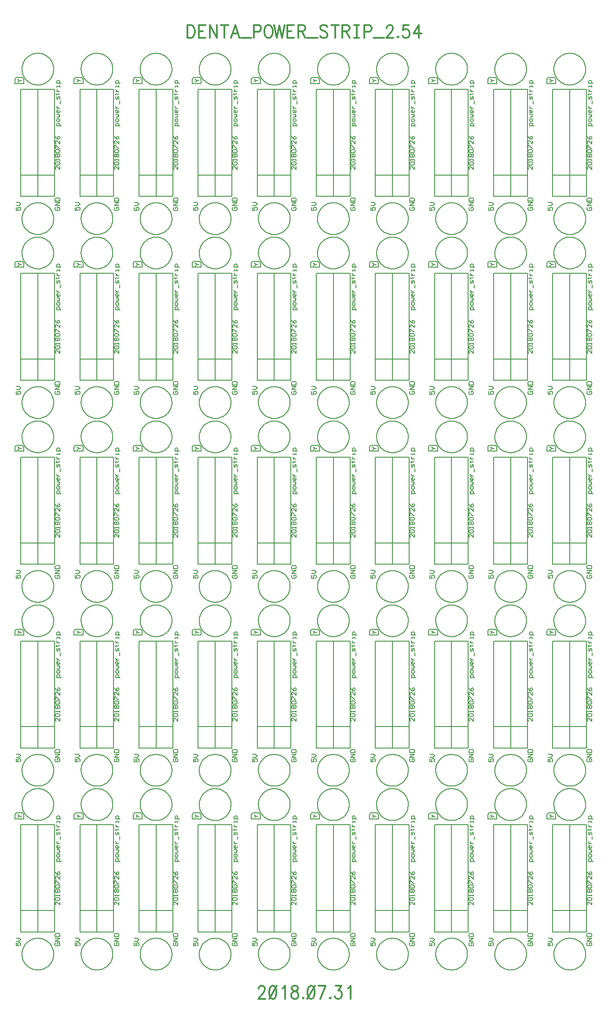
<source format=gbr>
%FSLAX36Y36*%
%MOMM*%
%SFA1.000B1.000*%

%MIA0B0*%
%IPPOS*%
%ADD11C,0.20000*%
%ADD12C,0.15000*%
%ADD14C,0.15000*%
%ADD22C,0.30000*%
%LNCK*%
%LPD*%
G54D11*
X42033000Y19725000D02*
G01X35533000Y19725000D01*
X35533000Y36225000D02*
G01X42033000Y36225000D01*
X42033000Y15625000D01*
X35533000Y15625000D01*
X35533000Y36225000D01*
X38803000Y15625000D02*
G01X38803000Y36225000D01*
X42283000Y13555000D02*
G01X42133000Y13405000D01*
X42133000Y13105000D01*
X42283000Y12955000D01*
X42883000Y12955000D01*
X43033000Y13105000D01*
X43033000Y13405000D01*
X42883000Y13555000D01*
X42583000Y13555000D01*
X42583000Y13255000D01*
X43033000Y13855000D02*
G01X42133000Y13855000D01*
X43033000Y14454000D01*
X42133000Y14454000D01*
X42133000Y14754000D02*
G01X43033000Y14754000D01*
X43033000Y15204000D01*
X42883000Y15354000D01*
X42283000Y15354000D01*
X42133000Y15204000D01*
X42133000Y14754000D01*
X34633000Y13555000D02*
G01X34633000Y12955000D01*
X35083000Y12955000D01*
X34933000Y13255000D01*
X34933000Y13405000D01*
X35083000Y13555000D01*
X35383000Y13555000D01*
X35533000Y13405000D01*
X35533000Y13105000D01*
X35383000Y12955000D01*
X34633000Y13855000D02*
G01X35233000Y13855000D01*
X35533000Y14155000D01*
X35233000Y14454000D01*
X34633000Y14454000D01*
X34948000Y37675000D02*
G01X35065000Y37675000D01*
X35298000Y37908000D01*
X35065000Y38142000D01*
X34948000Y38142000D01*
X35298000Y37908000D02*
G01X35648000Y37908000D01*
X34423000Y37375000D02*
G01X36123000Y37375000D01*
X36123000Y38225000D01*
X35840000Y38508000D01*
X34707000Y38508000D01*
X34423000Y38225000D01*
X34423000Y37375000D01*
X23049000Y37375000D02*
G01X23049000Y38225000D01*
X23332000Y38508000D01*
X24465000Y38508000D01*
X24749000Y38225000D01*
X24749000Y37375000D01*
X23049000Y37375000D01*
X23924000Y37908000D02*
G01X24274000Y37908000D01*
X23574000Y38142000D02*
G01X23690000Y38142000D01*
X23924000Y37908000D01*
X23690000Y37675000D01*
X23574000Y37675000D01*
X23259000Y14454000D02*
G01X23859000Y14454000D01*
X24159000Y14155000D01*
X23859000Y13855000D01*
X23259000Y13855000D01*
X24009000Y12955000D02*
G01X24159000Y13105000D01*
X24159000Y13405000D01*
X24009000Y13555000D01*
X23709000Y13555000D01*
X23559000Y13405000D01*
X23559000Y13255000D01*
X23709000Y12955000D01*
X23259000Y12955000D01*
X23259000Y13555000D01*
X30759000Y14754000D02*
G01X30759000Y15204000D01*
X30909000Y15354000D01*
X31509000Y15354000D01*
X31659000Y15204000D01*
X31659000Y14754000D01*
X30759000Y14754000D01*
X30759000Y14454000D02*
G01X31659000Y14454000D01*
X30759000Y13855000D01*
X31659000Y13855000D01*
X31209000Y13255000D02*
G01X31209000Y13555000D01*
X31509000Y13555000D01*
X31659000Y13405000D01*
X31659000Y13105000D01*
X31509000Y12955000D01*
X30909000Y12955000D01*
X30759000Y13105000D01*
X30759000Y13405000D01*
X30909000Y13555000D01*
X27429000Y15625000D02*
G01X27429000Y36225000D01*
X24159000Y36225000D02*
G01X24159000Y15625000D01*
X30659000Y15625000D01*
X30659000Y36225000D01*
X24159000Y36225000D01*
X30659000Y19725000D02*
G01X24159000Y19725000D01*
X64782000Y19725000D02*
G01X58282000Y19725000D01*
X58282000Y36225000D02*
G01X64782000Y36225000D01*
X64782000Y15625000D01*
X58282000Y15625000D01*
X58282000Y36225000D01*
X61552000Y15625000D02*
G01X61552000Y36225000D01*
X65032000Y13555000D02*
G01X64882000Y13405000D01*
X64882000Y13105000D01*
X65032000Y12955000D01*
X65632000Y12955000D01*
X65782000Y13105000D01*
X65782000Y13405000D01*
X65632000Y13555000D01*
X65332000Y13555000D01*
X65332000Y13255000D01*
X65782000Y13855000D02*
G01X64882000Y13855000D01*
X65782000Y14454000D01*
X64882000Y14454000D01*
X64882000Y14754000D02*
G01X65782000Y14754000D01*
X65782000Y15204000D01*
X65632000Y15354000D01*
X65032000Y15354000D01*
X64882000Y15204000D01*
X64882000Y14754000D01*
X57382000Y13555000D02*
G01X57382000Y12955000D01*
X57832000Y12955000D01*
X57682000Y13255000D01*
X57682000Y13405000D01*
X57832000Y13555000D01*
X58132000Y13555000D01*
X58282000Y13405000D01*
X58282000Y13105000D01*
X58132000Y12955000D01*
X57382000Y13855000D02*
G01X57982000Y13855000D01*
X58282000Y14155000D01*
X57982000Y14454000D01*
X57382000Y14454000D01*
X57697000Y37675000D02*
G01X57813000Y37675000D01*
X58047000Y37908000D01*
X57813000Y38142000D01*
X57697000Y38142000D01*
X58047000Y37908000D02*
G01X58396000Y37908000D01*
X57172000Y37375000D02*
G01X58872000Y37375000D01*
X58872000Y38225000D01*
X58588000Y38508000D01*
X57455000Y38508000D01*
X57172000Y38225000D01*
X57172000Y37375000D01*
X45798000Y37375000D02*
G01X45798000Y38225000D01*
X46081000Y38508000D01*
X47214000Y38508000D01*
X47497000Y38225000D01*
X47497000Y37375000D01*
X45798000Y37375000D01*
X46672000Y37908000D02*
G01X47022000Y37908000D01*
X46322000Y38142000D02*
G01X46439000Y38142000D01*
X46672000Y37908000D01*
X46439000Y37675000D01*
X46322000Y37675000D01*
X46008000Y14454000D02*
G01X46607000Y14454000D01*
X46907000Y14155000D01*
X46607000Y13855000D01*
X46008000Y13855000D01*
X46757000Y12955000D02*
G01X46907000Y13105000D01*
X46907000Y13405000D01*
X46757000Y13555000D01*
X46457000Y13555000D01*
X46307000Y13405000D01*
X46307000Y13255000D01*
X46457000Y12955000D01*
X46008000Y12955000D01*
X46008000Y13555000D01*
X53508000Y14754000D02*
G01X53508000Y15204000D01*
X53657000Y15354000D01*
X54257000Y15354000D01*
X54407000Y15204000D01*
X54407000Y14754000D01*
X53508000Y14754000D01*
X53508000Y14454000D02*
G01X54407000Y14454000D01*
X53508000Y13855000D01*
X54407000Y13855000D01*
X53957000Y13255000D02*
G01X53957000Y13555000D01*
X54257000Y13555000D01*
X54407000Y13405000D01*
X54407000Y13105000D01*
X54257000Y12955000D01*
X53657000Y12955000D01*
X53508000Y13105000D01*
X53508000Y13405000D01*
X53657000Y13555000D01*
X50177000Y15625000D02*
G01X50177000Y36225000D01*
X46907000Y36225000D02*
G01X46907000Y15625000D01*
X53407000Y15625000D01*
X53407000Y36225000D01*
X46907000Y36225000D01*
X53407000Y19725000D02*
G01X46907000Y19725000D01*
X87530000Y19725000D02*
G01X81030000Y19725000D01*
X81030000Y36225000D02*
G01X87530000Y36225000D01*
X87530000Y15625000D01*
X81030000Y15625000D01*
X81030000Y36225000D01*
X84300000Y15625000D02*
G01X84300000Y36225000D01*
X87780000Y13555000D02*
G01X87630000Y13405000D01*
X87630000Y13105000D01*
X87780000Y12955000D01*
X88380000Y12955000D01*
X88530000Y13105000D01*
X88530000Y13405000D01*
X88380000Y13555000D01*
X88080000Y13555000D01*
X88080000Y13255000D01*
X88530000Y13855000D02*
G01X87630000Y13855000D01*
X88530000Y14454000D01*
X87630000Y14454000D01*
X87630000Y14754000D02*
G01X88530000Y14754000D01*
X88530000Y15204000D01*
X88380000Y15354000D01*
X87780000Y15354000D01*
X87630000Y15204000D01*
X87630000Y14754000D01*
X80130000Y13555000D02*
G01X80130000Y12955000D01*
X80580000Y12955000D01*
X80430000Y13255000D01*
X80430000Y13405000D01*
X80580000Y13555000D01*
X80880000Y13555000D01*
X81030000Y13405000D01*
X81030000Y13105000D01*
X80880000Y12955000D01*
X80130000Y13855000D02*
G01X80730000Y13855000D01*
X81030000Y14155000D01*
X80730000Y14454000D01*
X80130000Y14454000D01*
X80445000Y37675000D02*
G01X80562000Y37675000D01*
X80795000Y37908000D01*
X80562000Y38142000D01*
X80445000Y38142000D01*
X80795000Y37908000D02*
G01X81145000Y37908000D01*
X79921000Y37375000D02*
G01X81620000Y37375000D01*
X81620000Y38225000D01*
X81337000Y38508000D01*
X80204000Y38508000D01*
X79921000Y38225000D01*
X79921000Y37375000D01*
X68546000Y37375000D02*
G01X68546000Y38225000D01*
X68830000Y38508000D01*
X69963000Y38508000D01*
X70246000Y38225000D01*
X70246000Y37375000D01*
X68546000Y37375000D01*
X69421000Y37908000D02*
G01X69771000Y37908000D01*
X69071000Y38142000D02*
G01X69188000Y38142000D01*
X69421000Y37908000D01*
X69188000Y37675000D01*
X69071000Y37675000D01*
X68756000Y14454000D02*
G01X69356000Y14454000D01*
X69656000Y14155000D01*
X69356000Y13855000D01*
X68756000Y13855000D01*
X69506000Y12955000D02*
G01X69656000Y13105000D01*
X69656000Y13405000D01*
X69506000Y13555000D01*
X69206000Y13555000D01*
X69056000Y13405000D01*
X69056000Y13255000D01*
X69206000Y12955000D01*
X68756000Y12955000D01*
X68756000Y13555000D01*
X76256000Y14754000D02*
G01X76256000Y15204000D01*
X76406000Y15354000D01*
X77006000Y15354000D01*
X77156000Y15204000D01*
X77156000Y14754000D01*
X76256000Y14754000D01*
X76256000Y14454000D02*
G01X77156000Y14454000D01*
X76256000Y13855000D01*
X77156000Y13855000D01*
X76706000Y13255000D02*
G01X76706000Y13555000D01*
X77006000Y13555000D01*
X77156000Y13405000D01*
X77156000Y13105000D01*
X77006000Y12955000D01*
X76406000Y12955000D01*
X76256000Y13105000D01*
X76256000Y13405000D01*
X76406000Y13555000D01*
X72926000Y15625000D02*
G01X72926000Y36225000D01*
X69656000Y36225000D02*
G01X69656000Y15625000D01*
X76156000Y15625000D01*
X76156000Y36225000D01*
X69656000Y36225000D01*
X76156000Y19725000D02*
G01X69656000Y19725000D01*
X110279000Y19725000D02*
G01X103779000Y19725000D01*
X103779000Y36225000D02*
G01X110279000Y36225000D01*
X110279000Y15625000D01*
X103779000Y15625000D01*
X103779000Y36225000D01*
X107049000Y15625000D02*
G01X107049000Y36225000D01*
X110529000Y13555000D02*
G01X110379000Y13405000D01*
X110379000Y13105000D01*
X110529000Y12955000D01*
X111129000Y12955000D01*
X111279000Y13105000D01*
X111279000Y13405000D01*
X111129000Y13555000D01*
X110829000Y13555000D01*
X110829000Y13255000D01*
X111279000Y13855000D02*
G01X110379000Y13855000D01*
X111279000Y14454000D01*
X110379000Y14454000D01*
X110379000Y14754000D02*
G01X111279000Y14754000D01*
X111279000Y15204000D01*
X111129000Y15354000D01*
X110529000Y15354000D01*
X110379000Y15204000D01*
X110379000Y14754000D01*
X102879000Y13555000D02*
G01X102879000Y12955000D01*
X103329000Y12955000D01*
X103179000Y13255000D01*
X103179000Y13405000D01*
X103329000Y13555000D01*
X103629000Y13555000D01*
X103779000Y13405000D01*
X103779000Y13105000D01*
X103629000Y12955000D01*
X102879000Y13855000D02*
G01X103479000Y13855000D01*
X103779000Y14155000D01*
X103479000Y14454000D01*
X102879000Y14454000D01*
X103194000Y37675000D02*
G01X103310000Y37675000D01*
X103544000Y37908000D01*
X103310000Y38142000D01*
X103194000Y38142000D01*
X103544000Y37908000D02*
G01X103894000Y37908000D01*
X102669000Y37375000D02*
G01X104369000Y37375000D01*
X104369000Y38225000D01*
X104086000Y38508000D01*
X102952000Y38508000D01*
X102669000Y38225000D01*
X102669000Y37375000D01*
X91295000Y37375000D02*
G01X91295000Y38225000D01*
X91578000Y38508000D01*
X92711000Y38508000D01*
X92994000Y38225000D01*
X92994000Y37375000D01*
X91295000Y37375000D01*
X92170000Y37908000D02*
G01X92519000Y37908000D01*
X91820000Y38142000D02*
G01X91936000Y38142000D01*
X92170000Y37908000D01*
X91936000Y37675000D01*
X91820000Y37675000D01*
X91505000Y14454000D02*
G01X92104000Y14454000D01*
X92404000Y14155000D01*
X92104000Y13855000D01*
X91505000Y13855000D01*
X92254000Y12955000D02*
G01X92404000Y13105000D01*
X92404000Y13405000D01*
X92254000Y13555000D01*
X91955000Y13555000D01*
X91805000Y13405000D01*
X91805000Y13255000D01*
X91955000Y12955000D01*
X91505000Y12955000D01*
X91505000Y13555000D01*
X99005000Y14754000D02*
G01X99005000Y15204000D01*
X99155000Y15354000D01*
X99754000Y15354000D01*
X99904000Y15204000D01*
X99904000Y14754000D01*
X99005000Y14754000D01*
X99005000Y14454000D02*
G01X99904000Y14454000D01*
X99005000Y13855000D01*
X99904000Y13855000D01*
X99455000Y13255000D02*
G01X99455000Y13555000D01*
X99754000Y13555000D01*
X99904000Y13405000D01*
X99904000Y13105000D01*
X99754000Y12955000D01*
X99155000Y12955000D01*
X99005000Y13105000D01*
X99005000Y13405000D01*
X99155000Y13555000D01*
X95674000Y15625000D02*
G01X95674000Y36225000D01*
X92404000Y36225000D02*
G01X92404000Y15625000D01*
X98904000Y15625000D01*
X98904000Y36225000D01*
X92404000Y36225000D01*
X98904000Y19725000D02*
G01X92404000Y19725000D01*
X7910000Y19725000D02*
G01X1410000Y19725000D01*
X1410000Y36225000D02*
G01X7910000Y36225000D01*
X7910000Y15625000D01*
X1410000Y15625000D01*
X1410000Y36225000D01*
X4680000Y15625000D02*
G01X4680000Y36225000D01*
X8160000Y13555000D02*
G01X8010000Y13405000D01*
X8010000Y13105000D01*
X8160000Y12955000D01*
X8760000Y12955000D01*
X8910000Y13105000D01*
X8910000Y13405000D01*
X8760000Y13555000D01*
X8460000Y13555000D01*
X8460000Y13255000D01*
X8910000Y13855000D02*
G01X8010000Y13855000D01*
X8910000Y14454000D01*
X8010000Y14454000D01*
X8010000Y14754000D02*
G01X8910000Y14754000D01*
X8910000Y15204000D01*
X8760000Y15354000D01*
X8160000Y15354000D01*
X8010000Y15204000D01*
X8010000Y14754000D01*
X510000Y13555000D02*
G01X510000Y12955000D01*
X960000Y12955000D01*
X810000Y13255000D01*
X810000Y13405000D01*
X960000Y13555000D01*
X1260000Y13555000D01*
X1410000Y13405000D01*
X1410000Y13105000D01*
X1260000Y12955000D01*
X510000Y13855000D02*
G01X1110000Y13855000D01*
X1410000Y14155000D01*
X1110000Y14454000D01*
X510000Y14454000D01*
X825000Y37675000D02*
G01X942000Y37675000D01*
X1175000Y37908000D01*
X942000Y38142000D01*
X825000Y38142000D01*
X1175000Y37908000D02*
G01X1525000Y37908000D01*
X300000Y37375000D02*
G01X2000000Y37375000D01*
X2000000Y38225000D01*
X1717000Y38508000D01*
X584000Y38508000D01*
X300000Y38225000D01*
X300000Y37375000D01*
X11675000Y37375000D02*
G01X11675000Y38225000D01*
X11958000Y38508000D01*
X13091000Y38508000D01*
X13374000Y38225000D01*
X13374000Y37375000D01*
X11675000Y37375000D01*
X12549000Y37908000D02*
G01X12899000Y37908000D01*
X12200000Y38142000D02*
G01X12316000Y38142000D01*
X12549000Y37908000D01*
X12316000Y37675000D01*
X12200000Y37675000D01*
X11885000Y14454000D02*
G01X12484000Y14454000D01*
X12784000Y14155000D01*
X12484000Y13855000D01*
X11885000Y13855000D01*
X12634000Y12955000D02*
G01X12784000Y13105000D01*
X12784000Y13405000D01*
X12634000Y13555000D01*
X12334000Y13555000D01*
X12184000Y13405000D01*
X12184000Y13255000D01*
X12334000Y12955000D01*
X11885000Y12955000D01*
X11885000Y13555000D01*
X19385000Y14754000D02*
G01X19385000Y15204000D01*
X19534000Y15354000D01*
X20134000Y15354000D01*
X20284000Y15204000D01*
X20284000Y14754000D01*
X19385000Y14754000D01*
X19385000Y14454000D02*
G01X20284000Y14454000D01*
X19385000Y13855000D01*
X20284000Y13855000D01*
X19834000Y13255000D02*
G01X19834000Y13555000D01*
X20134000Y13555000D01*
X20284000Y13405000D01*
X20284000Y13105000D01*
X20134000Y12955000D01*
X19534000Y12955000D01*
X19385000Y13105000D01*
X19385000Y13405000D01*
X19534000Y13555000D01*
X16054000Y15625000D02*
G01X16054000Y36225000D01*
X12784000Y36225000D02*
G01X12784000Y15625000D01*
X19284000Y15625000D01*
X19284000Y36225000D01*
X12784000Y36225000D01*
X19284000Y19725000D02*
G01X12784000Y19725000D01*
X19284000Y161225000D02*
G01X12784000Y161225000D01*
X12784000Y177725000D02*
G01X19284000Y177725000D01*
X19284000Y157125000D01*
X12784000Y157125000D01*
X12784000Y177725000D01*
X16054000Y157125000D02*
G01X16054000Y177725000D01*
X19534000Y155055000D02*
G01X19385000Y154905000D01*
X19385000Y154605000D01*
X19534000Y154455000D01*
X20134000Y154455000D01*
X20284000Y154605000D01*
X20284000Y154905000D01*
X20134000Y155055000D01*
X19834000Y155055000D01*
X19834000Y154755000D01*
X20284000Y155355000D02*
G01X19385000Y155355000D01*
X20284000Y155954000D01*
X19385000Y155954000D01*
X19385000Y156254000D02*
G01X20284000Y156254000D01*
X20284000Y156704000D01*
X20134000Y156854000D01*
X19534000Y156854000D01*
X19385000Y156704000D01*
X19385000Y156254000D01*
X11885000Y155055000D02*
G01X11885000Y154455000D01*
X12334000Y154455000D01*
X12184000Y154755000D01*
X12184000Y154905000D01*
X12334000Y155055000D01*
X12634000Y155055000D01*
X12784000Y154905000D01*
X12784000Y154605000D01*
X12634000Y154455000D01*
X11885000Y155355000D02*
G01X12484000Y155355000D01*
X12784000Y155655000D01*
X12484000Y155954000D01*
X11885000Y155954000D01*
X12200000Y179175000D02*
G01X12316000Y179175000D01*
X12549000Y179408000D01*
X12316000Y179642000D01*
X12200000Y179642000D01*
X12549000Y179408000D02*
G01X12899000Y179408000D01*
X11675000Y178875000D02*
G01X13374000Y178875000D01*
X13374000Y179725000D01*
X13091000Y180008000D01*
X11958000Y180008000D01*
X11675000Y179725000D01*
X11675000Y178875000D01*
X300000Y178875000D02*
G01X300000Y179725000D01*
X584000Y180008000D01*
X1717000Y180008000D01*
X2000000Y179725000D01*
X2000000Y178875000D01*
X300000Y178875000D01*
X1175000Y179408000D02*
G01X1525000Y179408000D01*
X825000Y179642000D02*
G01X942000Y179642000D01*
X1175000Y179408000D01*
X942000Y179175000D01*
X825000Y179175000D01*
X510000Y155954000D02*
G01X1110000Y155954000D01*
X1410000Y155655000D01*
X1110000Y155355000D01*
X510000Y155355000D01*
X1260000Y154455000D02*
G01X1410000Y154605000D01*
X1410000Y154905000D01*
X1260000Y155055000D01*
X960000Y155055000D01*
X810000Y154905000D01*
X810000Y154755000D01*
X960000Y154455000D01*
X510000Y154455000D01*
X510000Y155055000D01*
X8010000Y156254000D02*
G01X8010000Y156704000D01*
X8160000Y156854000D01*
X8760000Y156854000D01*
X8910000Y156704000D01*
X8910000Y156254000D01*
X8010000Y156254000D01*
X8010000Y155954000D02*
G01X8910000Y155954000D01*
X8010000Y155355000D01*
X8910000Y155355000D01*
X8460000Y154755000D02*
G01X8460000Y155055000D01*
X8760000Y155055000D01*
X8910000Y154905000D01*
X8910000Y154605000D01*
X8760000Y154455000D01*
X8160000Y154455000D01*
X8010000Y154605000D01*
X8010000Y154905000D01*
X8160000Y155055000D01*
X4680000Y157125000D02*
G01X4680000Y177725000D01*
X1410000Y177725000D02*
G01X1410000Y157125000D01*
X7910000Y157125000D01*
X7910000Y177725000D01*
X1410000Y177725000D01*
X7910000Y161225000D02*
G01X1410000Y161225000D01*
X98904000Y161225000D02*
G01X92404000Y161225000D01*
X92404000Y177725000D02*
G01X98904000Y177725000D01*
X98904000Y157125000D01*
X92404000Y157125000D01*
X92404000Y177725000D01*
X95674000Y157125000D02*
G01X95674000Y177725000D01*
X99155000Y155055000D02*
G01X99005000Y154905000D01*
X99005000Y154605000D01*
X99155000Y154455000D01*
X99754000Y154455000D01*
X99904000Y154605000D01*
X99904000Y154905000D01*
X99754000Y155055000D01*
X99455000Y155055000D01*
X99455000Y154755000D01*
X99904000Y155355000D02*
G01X99005000Y155355000D01*
X99904000Y155954000D01*
X99005000Y155954000D01*
X99005000Y156254000D02*
G01X99904000Y156254000D01*
X99904000Y156704000D01*
X99754000Y156854000D01*
X99155000Y156854000D01*
X99005000Y156704000D01*
X99005000Y156254000D01*
X91505000Y155055000D02*
G01X91505000Y154455000D01*
X91955000Y154455000D01*
X91805000Y154755000D01*
X91805000Y154905000D01*
X91955000Y155055000D01*
X92254000Y155055000D01*
X92404000Y154905000D01*
X92404000Y154605000D01*
X92254000Y154455000D01*
X91505000Y155355000D02*
G01X92104000Y155355000D01*
X92404000Y155655000D01*
X92104000Y155954000D01*
X91505000Y155954000D01*
X91820000Y179175000D02*
G01X91936000Y179175000D01*
X92170000Y179408000D01*
X91936000Y179642000D01*
X91820000Y179642000D01*
X92170000Y179408000D02*
G01X92519000Y179408000D01*
X91295000Y178875000D02*
G01X92994000Y178875000D01*
X92994000Y179725000D01*
X92711000Y180008000D01*
X91578000Y180008000D01*
X91295000Y179725000D01*
X91295000Y178875000D01*
X102669000Y178875000D02*
G01X102669000Y179725000D01*
X102952000Y180008000D01*
X104086000Y180008000D01*
X104369000Y179725000D01*
X104369000Y178875000D01*
X102669000Y178875000D01*
X103544000Y179408000D02*
G01X103894000Y179408000D01*
X103194000Y179642000D02*
G01X103310000Y179642000D01*
X103544000Y179408000D01*
X103310000Y179175000D01*
X103194000Y179175000D01*
X102879000Y155954000D02*
G01X103479000Y155954000D01*
X103779000Y155655000D01*
X103479000Y155355000D01*
X102879000Y155355000D01*
X103629000Y154455000D02*
G01X103779000Y154605000D01*
X103779000Y154905000D01*
X103629000Y155055000D01*
X103329000Y155055000D01*
X103179000Y154905000D01*
X103179000Y154755000D01*
X103329000Y154455000D01*
X102879000Y154455000D01*
X102879000Y155055000D01*
X110379000Y156254000D02*
G01X110379000Y156704000D01*
X110529000Y156854000D01*
X111129000Y156854000D01*
X111279000Y156704000D01*
X111279000Y156254000D01*
X110379000Y156254000D01*
X110379000Y155954000D02*
G01X111279000Y155954000D01*
X110379000Y155355000D01*
X111279000Y155355000D01*
X110829000Y154755000D02*
G01X110829000Y155055000D01*
X111129000Y155055000D01*
X111279000Y154905000D01*
X111279000Y154605000D01*
X111129000Y154455000D01*
X110529000Y154455000D01*
X110379000Y154605000D01*
X110379000Y154905000D01*
X110529000Y155055000D01*
X107049000Y157125000D02*
G01X107049000Y177725000D01*
X103779000Y177725000D02*
G01X103779000Y157125000D01*
X110279000Y157125000D01*
X110279000Y177725000D01*
X103779000Y177725000D01*
X110279000Y161225000D02*
G01X103779000Y161225000D01*
X76156000Y161225000D02*
G01X69656000Y161225000D01*
X69656000Y177725000D02*
G01X76156000Y177725000D01*
X76156000Y157125000D01*
X69656000Y157125000D01*
X69656000Y177725000D01*
X72926000Y157125000D02*
G01X72926000Y177725000D01*
X76406000Y155055000D02*
G01X76256000Y154905000D01*
X76256000Y154605000D01*
X76406000Y154455000D01*
X77006000Y154455000D01*
X77156000Y154605000D01*
X77156000Y154905000D01*
X77006000Y155055000D01*
X76706000Y155055000D01*
X76706000Y154755000D01*
X77156000Y155355000D02*
G01X76256000Y155355000D01*
X77156000Y155954000D01*
X76256000Y155954000D01*
X76256000Y156254000D02*
G01X77156000Y156254000D01*
X77156000Y156704000D01*
X77006000Y156854000D01*
X76406000Y156854000D01*
X76256000Y156704000D01*
X76256000Y156254000D01*
X68756000Y155055000D02*
G01X68756000Y154455000D01*
X69206000Y154455000D01*
X69056000Y154755000D01*
X69056000Y154905000D01*
X69206000Y155055000D01*
X69506000Y155055000D01*
X69656000Y154905000D01*
X69656000Y154605000D01*
X69506000Y154455000D01*
X68756000Y155355000D02*
G01X69356000Y155355000D01*
X69656000Y155655000D01*
X69356000Y155954000D01*
X68756000Y155954000D01*
X69071000Y179175000D02*
G01X69188000Y179175000D01*
X69421000Y179408000D01*
X69188000Y179642000D01*
X69071000Y179642000D01*
X69421000Y179408000D02*
G01X69771000Y179408000D01*
X68546000Y178875000D02*
G01X70246000Y178875000D01*
X70246000Y179725000D01*
X69963000Y180008000D01*
X68830000Y180008000D01*
X68546000Y179725000D01*
X68546000Y178875000D01*
X79921000Y178875000D02*
G01X79921000Y179725000D01*
X80204000Y180008000D01*
X81337000Y180008000D01*
X81620000Y179725000D01*
X81620000Y178875000D01*
X79921000Y178875000D01*
X80795000Y179408000D02*
G01X81145000Y179408000D01*
X80445000Y179642000D02*
G01X80562000Y179642000D01*
X80795000Y179408000D01*
X80562000Y179175000D01*
X80445000Y179175000D01*
X80130000Y155954000D02*
G01X80730000Y155954000D01*
X81030000Y155655000D01*
X80730000Y155355000D01*
X80130000Y155355000D01*
X80880000Y154455000D02*
G01X81030000Y154605000D01*
X81030000Y154905000D01*
X80880000Y155055000D01*
X80580000Y155055000D01*
X80430000Y154905000D01*
X80430000Y154755000D01*
X80580000Y154455000D01*
X80130000Y154455000D01*
X80130000Y155055000D01*
X87630000Y156254000D02*
G01X87630000Y156704000D01*
X87780000Y156854000D01*
X88380000Y156854000D01*
X88530000Y156704000D01*
X88530000Y156254000D01*
X87630000Y156254000D01*
X87630000Y155954000D02*
G01X88530000Y155954000D01*
X87630000Y155355000D01*
X88530000Y155355000D01*
X88080000Y154755000D02*
G01X88080000Y155055000D01*
X88380000Y155055000D01*
X88530000Y154905000D01*
X88530000Y154605000D01*
X88380000Y154455000D01*
X87780000Y154455000D01*
X87630000Y154605000D01*
X87630000Y154905000D01*
X87780000Y155055000D01*
X84300000Y157125000D02*
G01X84300000Y177725000D01*
X81030000Y177725000D02*
G01X81030000Y157125000D01*
X87530000Y157125000D01*
X87530000Y177725000D01*
X81030000Y177725000D01*
X87530000Y161225000D02*
G01X81030000Y161225000D01*
X53407000Y161225000D02*
G01X46907000Y161225000D01*
X46907000Y177725000D02*
G01X53407000Y177725000D01*
X53407000Y157125000D01*
X46907000Y157125000D01*
X46907000Y177725000D01*
X50177000Y157125000D02*
G01X50177000Y177725000D01*
X53657000Y155055000D02*
G01X53508000Y154905000D01*
X53508000Y154605000D01*
X53657000Y154455000D01*
X54257000Y154455000D01*
X54407000Y154605000D01*
X54407000Y154905000D01*
X54257000Y155055000D01*
X53957000Y155055000D01*
X53957000Y154755000D01*
X54407000Y155355000D02*
G01X53508000Y155355000D01*
X54407000Y155954000D01*
X53508000Y155954000D01*
X53508000Y156254000D02*
G01X54407000Y156254000D01*
X54407000Y156704000D01*
X54257000Y156854000D01*
X53657000Y156854000D01*
X53508000Y156704000D01*
X53508000Y156254000D01*
X46008000Y155055000D02*
G01X46008000Y154455000D01*
X46457000Y154455000D01*
X46307000Y154755000D01*
X46307000Y154905000D01*
X46457000Y155055000D01*
X46757000Y155055000D01*
X46907000Y154905000D01*
X46907000Y154605000D01*
X46757000Y154455000D01*
X46008000Y155355000D02*
G01X46607000Y155355000D01*
X46907000Y155655000D01*
X46607000Y155954000D01*
X46008000Y155954000D01*
X46322000Y179175000D02*
G01X46439000Y179175000D01*
X46672000Y179408000D01*
X46439000Y179642000D01*
X46322000Y179642000D01*
X46672000Y179408000D02*
G01X47022000Y179408000D01*
X45798000Y178875000D02*
G01X47497000Y178875000D01*
X47497000Y179725000D01*
X47214000Y180008000D01*
X46081000Y180008000D01*
X45798000Y179725000D01*
X45798000Y178875000D01*
X57172000Y178875000D02*
G01X57172000Y179725000D01*
X57455000Y180008000D01*
X58588000Y180008000D01*
X58872000Y179725000D01*
X58872000Y178875000D01*
X57172000Y178875000D01*
X58047000Y179408000D02*
G01X58396000Y179408000D01*
X57697000Y179642000D02*
G01X57813000Y179642000D01*
X58047000Y179408000D01*
X57813000Y179175000D01*
X57697000Y179175000D01*
X57382000Y155954000D02*
G01X57982000Y155954000D01*
X58282000Y155655000D01*
X57982000Y155355000D01*
X57382000Y155355000D01*
X58132000Y154455000D02*
G01X58282000Y154605000D01*
X58282000Y154905000D01*
X58132000Y155055000D01*
X57832000Y155055000D01*
X57682000Y154905000D01*
X57682000Y154755000D01*
X57832000Y154455000D01*
X57382000Y154455000D01*
X57382000Y155055000D01*
X64882000Y156254000D02*
G01X64882000Y156704000D01*
X65032000Y156854000D01*
X65632000Y156854000D01*
X65782000Y156704000D01*
X65782000Y156254000D01*
X64882000Y156254000D01*
X64882000Y155954000D02*
G01X65782000Y155954000D01*
X64882000Y155355000D01*
X65782000Y155355000D01*
X65332000Y154755000D02*
G01X65332000Y155055000D01*
X65632000Y155055000D01*
X65782000Y154905000D01*
X65782000Y154605000D01*
X65632000Y154455000D01*
X65032000Y154455000D01*
X64882000Y154605000D01*
X64882000Y154905000D01*
X65032000Y155055000D01*
X61552000Y157125000D02*
G01X61552000Y177725000D01*
X58282000Y177725000D02*
G01X58282000Y157125000D01*
X64782000Y157125000D01*
X64782000Y177725000D01*
X58282000Y177725000D01*
X64782000Y161225000D02*
G01X58282000Y161225000D01*
X30659000Y161225000D02*
G01X24159000Y161225000D01*
X24159000Y177725000D02*
G01X30659000Y177725000D01*
X30659000Y157125000D01*
X24159000Y157125000D01*
X24159000Y177725000D01*
X27429000Y157125000D02*
G01X27429000Y177725000D01*
X30909000Y155055000D02*
G01X30759000Y154905000D01*
X30759000Y154605000D01*
X30909000Y154455000D01*
X31509000Y154455000D01*
X31659000Y154605000D01*
X31659000Y154905000D01*
X31509000Y155055000D01*
X31209000Y155055000D01*
X31209000Y154755000D01*
X31659000Y155355000D02*
G01X30759000Y155355000D01*
X31659000Y155954000D01*
X30759000Y155954000D01*
X30759000Y156254000D02*
G01X31659000Y156254000D01*
X31659000Y156704000D01*
X31509000Y156854000D01*
X30909000Y156854000D01*
X30759000Y156704000D01*
X30759000Y156254000D01*
X23259000Y155055000D02*
G01X23259000Y154455000D01*
X23709000Y154455000D01*
X23559000Y154755000D01*
X23559000Y154905000D01*
X23709000Y155055000D01*
X24009000Y155055000D01*
X24159000Y154905000D01*
X24159000Y154605000D01*
X24009000Y154455000D01*
X23259000Y155355000D02*
G01X23859000Y155355000D01*
X24159000Y155655000D01*
X23859000Y155954000D01*
X23259000Y155954000D01*
X23574000Y179175000D02*
G01X23690000Y179175000D01*
X23924000Y179408000D01*
X23690000Y179642000D01*
X23574000Y179642000D01*
X23924000Y179408000D02*
G01X24274000Y179408000D01*
X23049000Y178875000D02*
G01X24749000Y178875000D01*
X24749000Y179725000D01*
X24465000Y180008000D01*
X23332000Y180008000D01*
X23049000Y179725000D01*
X23049000Y178875000D01*
X34423000Y178875000D02*
G01X34423000Y179725000D01*
X34707000Y180008000D01*
X35840000Y180008000D01*
X36123000Y179725000D01*
X36123000Y178875000D01*
X34423000Y178875000D01*
X35298000Y179408000D02*
G01X35648000Y179408000D01*
X34948000Y179642000D02*
G01X35065000Y179642000D01*
X35298000Y179408000D01*
X35065000Y179175000D01*
X34948000Y179175000D01*
X34633000Y155954000D02*
G01X35233000Y155954000D01*
X35533000Y155655000D01*
X35233000Y155355000D01*
X34633000Y155355000D01*
X35383000Y154455000D02*
G01X35533000Y154605000D01*
X35533000Y154905000D01*
X35383000Y155055000D01*
X35083000Y155055000D01*
X34933000Y154905000D01*
X34933000Y154755000D01*
X35083000Y154455000D01*
X34633000Y154455000D01*
X34633000Y155055000D01*
X42133000Y156254000D02*
G01X42133000Y156704000D01*
X42283000Y156854000D01*
X42883000Y156854000D01*
X43033000Y156704000D01*
X43033000Y156254000D01*
X42133000Y156254000D01*
X42133000Y155954000D02*
G01X43033000Y155954000D01*
X42133000Y155355000D01*
X43033000Y155355000D01*
X42583000Y154755000D02*
G01X42583000Y155055000D01*
X42883000Y155055000D01*
X43033000Y154905000D01*
X43033000Y154605000D01*
X42883000Y154455000D01*
X42283000Y154455000D01*
X42133000Y154605000D01*
X42133000Y154905000D01*
X42283000Y155055000D01*
X38803000Y157125000D02*
G01X38803000Y177725000D01*
X35533000Y177725000D02*
G01X35533000Y157125000D01*
X42033000Y157125000D01*
X42033000Y177725000D01*
X35533000Y177725000D01*
X42033000Y161225000D02*
G01X35533000Y161225000D01*
X19284000Y125850000D02*
G01X12784000Y125850000D01*
X12784000Y142350000D02*
G01X19284000Y142350000D01*
X19284000Y121750000D01*
X12784000Y121750000D01*
X12784000Y142350000D01*
X16054000Y121750000D02*
G01X16054000Y142350000D01*
X19534000Y119680000D02*
G01X19385000Y119530000D01*
X19385000Y119230000D01*
X19534000Y119080000D01*
X20134000Y119080000D01*
X20284000Y119230000D01*
X20284000Y119530000D01*
X20134000Y119680000D01*
X19834000Y119680000D01*
X19834000Y119380000D01*
X20284000Y119980000D02*
G01X19385000Y119980000D01*
X20284000Y120580000D01*
X19385000Y120580000D01*
X19385000Y120879000D02*
G01X20284000Y120879000D01*
X20284000Y121329000D01*
X20134000Y121479000D01*
X19534000Y121479000D01*
X19385000Y121329000D01*
X19385000Y120879000D01*
X11885000Y119680000D02*
G01X11885000Y119080000D01*
X12334000Y119080000D01*
X12184000Y119380000D01*
X12184000Y119530000D01*
X12334000Y119680000D01*
X12634000Y119680000D01*
X12784000Y119530000D01*
X12784000Y119230000D01*
X12634000Y119080000D01*
X11885000Y119980000D02*
G01X12484000Y119980000D01*
X12784000Y120280000D01*
X12484000Y120580000D01*
X11885000Y120580000D01*
X12200000Y143800000D02*
G01X12316000Y143800000D01*
X12549000Y144033000D01*
X12316000Y144266000D01*
X12200000Y144266000D01*
X12549000Y144033000D02*
G01X12899000Y144033000D01*
X11675000Y143500000D02*
G01X13374000Y143500000D01*
X13374000Y144350000D01*
X13091000Y144633000D01*
X11958000Y144633000D01*
X11675000Y144350000D01*
X11675000Y143500000D01*
X300000Y143500000D02*
G01X300000Y144350000D01*
X584000Y144633000D01*
X1717000Y144633000D01*
X2000000Y144350000D01*
X2000000Y143500000D01*
X300000Y143500000D01*
X1175000Y144033000D02*
G01X1525000Y144033000D01*
X825000Y144266000D02*
G01X942000Y144266000D01*
X1175000Y144033000D01*
X942000Y143800000D01*
X825000Y143800000D01*
X510000Y120580000D02*
G01X1110000Y120580000D01*
X1410000Y120280000D01*
X1110000Y119980000D01*
X510000Y119980000D01*
X1260000Y119080000D02*
G01X1410000Y119230000D01*
X1410000Y119530000D01*
X1260000Y119680000D01*
X960000Y119680000D01*
X810000Y119530000D01*
X810000Y119380000D01*
X960000Y119080000D01*
X510000Y119080000D01*
X510000Y119680000D01*
X8010000Y120879000D02*
G01X8010000Y121329000D01*
X8160000Y121479000D01*
X8760000Y121479000D01*
X8910000Y121329000D01*
X8910000Y120879000D01*
X8010000Y120879000D01*
X8010000Y120580000D02*
G01X8910000Y120580000D01*
X8010000Y119980000D01*
X8910000Y119980000D01*
X8460000Y119380000D02*
G01X8460000Y119680000D01*
X8760000Y119680000D01*
X8910000Y119530000D01*
X8910000Y119230000D01*
X8760000Y119080000D01*
X8160000Y119080000D01*
X8010000Y119230000D01*
X8010000Y119530000D01*
X8160000Y119680000D01*
X4680000Y121750000D02*
G01X4680000Y142350000D01*
X1410000Y142350000D02*
G01X1410000Y121750000D01*
X7910000Y121750000D01*
X7910000Y142350000D01*
X1410000Y142350000D01*
X7910000Y125850000D02*
G01X1410000Y125850000D01*
X98904000Y125850000D02*
G01X92404000Y125850000D01*
X92404000Y142350000D02*
G01X98904000Y142350000D01*
X98904000Y121750000D01*
X92404000Y121750000D01*
X92404000Y142350000D01*
X95674000Y121750000D02*
G01X95674000Y142350000D01*
X99155000Y119680000D02*
G01X99005000Y119530000D01*
X99005000Y119230000D01*
X99155000Y119080000D01*
X99754000Y119080000D01*
X99904000Y119230000D01*
X99904000Y119530000D01*
X99754000Y119680000D01*
X99455000Y119680000D01*
X99455000Y119380000D01*
X99904000Y119980000D02*
G01X99005000Y119980000D01*
X99904000Y120580000D01*
X99005000Y120580000D01*
X99005000Y120879000D02*
G01X99904000Y120879000D01*
X99904000Y121329000D01*
X99754000Y121479000D01*
X99155000Y121479000D01*
X99005000Y121329000D01*
X99005000Y120879000D01*
X91505000Y119680000D02*
G01X91505000Y119080000D01*
X91955000Y119080000D01*
X91805000Y119380000D01*
X91805000Y119530000D01*
X91955000Y119680000D01*
X92254000Y119680000D01*
X92404000Y119530000D01*
X92404000Y119230000D01*
X92254000Y119080000D01*
X91505000Y119980000D02*
G01X92104000Y119980000D01*
X92404000Y120280000D01*
X92104000Y120580000D01*
X91505000Y120580000D01*
X91820000Y143800000D02*
G01X91936000Y143800000D01*
X92170000Y144033000D01*
X91936000Y144266000D01*
X91820000Y144266000D01*
X92170000Y144033000D02*
G01X92519000Y144033000D01*
X91295000Y143500000D02*
G01X92994000Y143500000D01*
X92994000Y144350000D01*
X92711000Y144633000D01*
X91578000Y144633000D01*
X91295000Y144350000D01*
X91295000Y143500000D01*
X102669000Y143500000D02*
G01X102669000Y144350000D01*
X102952000Y144633000D01*
X104086000Y144633000D01*
X104369000Y144350000D01*
X104369000Y143500000D01*
X102669000Y143500000D01*
X103544000Y144033000D02*
G01X103894000Y144033000D01*
X103194000Y144266000D02*
G01X103310000Y144266000D01*
X103544000Y144033000D01*
X103310000Y143800000D01*
X103194000Y143800000D01*
X102879000Y120580000D02*
G01X103479000Y120580000D01*
X103779000Y120280000D01*
X103479000Y119980000D01*
X102879000Y119980000D01*
X103629000Y119080000D02*
G01X103779000Y119230000D01*
X103779000Y119530000D01*
X103629000Y119680000D01*
X103329000Y119680000D01*
X103179000Y119530000D01*
X103179000Y119380000D01*
X103329000Y119080000D01*
X102879000Y119080000D01*
X102879000Y119680000D01*
X110379000Y120879000D02*
G01X110379000Y121329000D01*
X110529000Y121479000D01*
X111129000Y121479000D01*
X111279000Y121329000D01*
X111279000Y120879000D01*
X110379000Y120879000D01*
X110379000Y120580000D02*
G01X111279000Y120580000D01*
X110379000Y119980000D01*
X111279000Y119980000D01*
X110829000Y119380000D02*
G01X110829000Y119680000D01*
X111129000Y119680000D01*
X111279000Y119530000D01*
X111279000Y119230000D01*
X111129000Y119080000D01*
X110529000Y119080000D01*
X110379000Y119230000D01*
X110379000Y119530000D01*
X110529000Y119680000D01*
X107049000Y121750000D02*
G01X107049000Y142350000D01*
X103779000Y142350000D02*
G01X103779000Y121750000D01*
X110279000Y121750000D01*
X110279000Y142350000D01*
X103779000Y142350000D01*
X110279000Y125850000D02*
G01X103779000Y125850000D01*
X76156000Y125850000D02*
G01X69656000Y125850000D01*
X69656000Y142350000D02*
G01X76156000Y142350000D01*
X76156000Y121750000D01*
X69656000Y121750000D01*
X69656000Y142350000D01*
X72926000Y121750000D02*
G01X72926000Y142350000D01*
X76406000Y119680000D02*
G01X76256000Y119530000D01*
X76256000Y119230000D01*
X76406000Y119080000D01*
X77006000Y119080000D01*
X77156000Y119230000D01*
X77156000Y119530000D01*
X77006000Y119680000D01*
X76706000Y119680000D01*
X76706000Y119380000D01*
X77156000Y119980000D02*
G01X76256000Y119980000D01*
X77156000Y120580000D01*
X76256000Y120580000D01*
X76256000Y120879000D02*
G01X77156000Y120879000D01*
X77156000Y121329000D01*
X77006000Y121479000D01*
X76406000Y121479000D01*
X76256000Y121329000D01*
X76256000Y120879000D01*
X68756000Y119680000D02*
G01X68756000Y119080000D01*
X69206000Y119080000D01*
X69056000Y119380000D01*
X69056000Y119530000D01*
X69206000Y119680000D01*
X69506000Y119680000D01*
X69656000Y119530000D01*
X69656000Y119230000D01*
X69506000Y119080000D01*
X68756000Y119980000D02*
G01X69356000Y119980000D01*
X69656000Y120280000D01*
X69356000Y120580000D01*
X68756000Y120580000D01*
X69071000Y143800000D02*
G01X69188000Y143800000D01*
X69421000Y144033000D01*
X69188000Y144266000D01*
X69071000Y144266000D01*
X69421000Y144033000D02*
G01X69771000Y144033000D01*
X68546000Y143500000D02*
G01X70246000Y143500000D01*
X70246000Y144350000D01*
X69963000Y144633000D01*
X68830000Y144633000D01*
X68546000Y144350000D01*
X68546000Y143500000D01*
X79921000Y143500000D02*
G01X79921000Y144350000D01*
X80204000Y144633000D01*
X81337000Y144633000D01*
X81620000Y144350000D01*
X81620000Y143500000D01*
X79921000Y143500000D01*
X80795000Y144033000D02*
G01X81145000Y144033000D01*
X80445000Y144266000D02*
G01X80562000Y144266000D01*
X80795000Y144033000D01*
X80562000Y143800000D01*
X80445000Y143800000D01*
X80130000Y120580000D02*
G01X80730000Y120580000D01*
X81030000Y120280000D01*
X80730000Y119980000D01*
X80130000Y119980000D01*
X80880000Y119080000D02*
G01X81030000Y119230000D01*
X81030000Y119530000D01*
X80880000Y119680000D01*
X80580000Y119680000D01*
X80430000Y119530000D01*
X80430000Y119380000D01*
X80580000Y119080000D01*
X80130000Y119080000D01*
X80130000Y119680000D01*
X87630000Y120879000D02*
G01X87630000Y121329000D01*
X87780000Y121479000D01*
X88380000Y121479000D01*
X88530000Y121329000D01*
X88530000Y120879000D01*
X87630000Y120879000D01*
X87630000Y120580000D02*
G01X88530000Y120580000D01*
X87630000Y119980000D01*
X88530000Y119980000D01*
X88080000Y119380000D02*
G01X88080000Y119680000D01*
X88380000Y119680000D01*
X88530000Y119530000D01*
X88530000Y119230000D01*
X88380000Y119080000D01*
X87780000Y119080000D01*
X87630000Y119230000D01*
X87630000Y119530000D01*
X87780000Y119680000D01*
X84300000Y121750000D02*
G01X84300000Y142350000D01*
X81030000Y142350000D02*
G01X81030000Y121750000D01*
X87530000Y121750000D01*
X87530000Y142350000D01*
X81030000Y142350000D01*
X87530000Y125850000D02*
G01X81030000Y125850000D01*
X53407000Y125850000D02*
G01X46907000Y125850000D01*
X46907000Y142350000D02*
G01X53407000Y142350000D01*
X53407000Y121750000D01*
X46907000Y121750000D01*
X46907000Y142350000D01*
X50177000Y121750000D02*
G01X50177000Y142350000D01*
X53657000Y119680000D02*
G01X53508000Y119530000D01*
X53508000Y119230000D01*
X53657000Y119080000D01*
X54257000Y119080000D01*
X54407000Y119230000D01*
X54407000Y119530000D01*
X54257000Y119680000D01*
X53957000Y119680000D01*
X53957000Y119380000D01*
X54407000Y119980000D02*
G01X53508000Y119980000D01*
X54407000Y120580000D01*
X53508000Y120580000D01*
X53508000Y120879000D02*
G01X54407000Y120879000D01*
X54407000Y121329000D01*
X54257000Y121479000D01*
X53657000Y121479000D01*
X53508000Y121329000D01*
X53508000Y120879000D01*
X46008000Y119680000D02*
G01X46008000Y119080000D01*
X46457000Y119080000D01*
X46307000Y119380000D01*
X46307000Y119530000D01*
X46457000Y119680000D01*
X46757000Y119680000D01*
X46907000Y119530000D01*
X46907000Y119230000D01*
X46757000Y119080000D01*
X46008000Y119980000D02*
G01X46607000Y119980000D01*
X46907000Y120280000D01*
X46607000Y120580000D01*
X46008000Y120580000D01*
X46322000Y143800000D02*
G01X46439000Y143800000D01*
X46672000Y144033000D01*
X46439000Y144266000D01*
X46322000Y144266000D01*
X46672000Y144033000D02*
G01X47022000Y144033000D01*
X45798000Y143500000D02*
G01X47497000Y143500000D01*
X47497000Y144350000D01*
X47214000Y144633000D01*
X46081000Y144633000D01*
X45798000Y144350000D01*
X45798000Y143500000D01*
X57172000Y143500000D02*
G01X57172000Y144350000D01*
X57455000Y144633000D01*
X58588000Y144633000D01*
X58872000Y144350000D01*
X58872000Y143500000D01*
X57172000Y143500000D01*
X58047000Y144033000D02*
G01X58396000Y144033000D01*
X57697000Y144266000D02*
G01X57813000Y144266000D01*
X58047000Y144033000D01*
X57813000Y143800000D01*
X57697000Y143800000D01*
X57382000Y120580000D02*
G01X57982000Y120580000D01*
X58282000Y120280000D01*
X57982000Y119980000D01*
X57382000Y119980000D01*
X58132000Y119080000D02*
G01X58282000Y119230000D01*
X58282000Y119530000D01*
X58132000Y119680000D01*
X57832000Y119680000D01*
X57682000Y119530000D01*
X57682000Y119380000D01*
X57832000Y119080000D01*
X57382000Y119080000D01*
X57382000Y119680000D01*
X64882000Y120879000D02*
G01X64882000Y121329000D01*
X65032000Y121479000D01*
X65632000Y121479000D01*
X65782000Y121329000D01*
X65782000Y120879000D01*
X64882000Y120879000D01*
X64882000Y120580000D02*
G01X65782000Y120580000D01*
X64882000Y119980000D01*
X65782000Y119980000D01*
X65332000Y119380000D02*
G01X65332000Y119680000D01*
X65632000Y119680000D01*
X65782000Y119530000D01*
X65782000Y119230000D01*
X65632000Y119080000D01*
X65032000Y119080000D01*
X64882000Y119230000D01*
X64882000Y119530000D01*
X65032000Y119680000D01*
X61552000Y121750000D02*
G01X61552000Y142350000D01*
X58282000Y142350000D02*
G01X58282000Y121750000D01*
X64782000Y121750000D01*
X64782000Y142350000D01*
X58282000Y142350000D01*
X64782000Y125850000D02*
G01X58282000Y125850000D01*
X30659000Y125850000D02*
G01X24159000Y125850000D01*
X24159000Y142350000D02*
G01X30659000Y142350000D01*
X30659000Y121750000D01*
X24159000Y121750000D01*
X24159000Y142350000D01*
X27429000Y121750000D02*
G01X27429000Y142350000D01*
X30909000Y119680000D02*
G01X30759000Y119530000D01*
X30759000Y119230000D01*
X30909000Y119080000D01*
X31509000Y119080000D01*
X31659000Y119230000D01*
X31659000Y119530000D01*
X31509000Y119680000D01*
X31209000Y119680000D01*
X31209000Y119380000D01*
X31659000Y119980000D02*
G01X30759000Y119980000D01*
X31659000Y120580000D01*
X30759000Y120580000D01*
X30759000Y120879000D02*
G01X31659000Y120879000D01*
X31659000Y121329000D01*
X31509000Y121479000D01*
X30909000Y121479000D01*
X30759000Y121329000D01*
X30759000Y120879000D01*
X23259000Y119680000D02*
G01X23259000Y119080000D01*
X23709000Y119080000D01*
X23559000Y119380000D01*
X23559000Y119530000D01*
X23709000Y119680000D01*
X24009000Y119680000D01*
X24159000Y119530000D01*
X24159000Y119230000D01*
X24009000Y119080000D01*
X23259000Y119980000D02*
G01X23859000Y119980000D01*
X24159000Y120280000D01*
X23859000Y120580000D01*
X23259000Y120580000D01*
X23574000Y143800000D02*
G01X23690000Y143800000D01*
X23924000Y144033000D01*
X23690000Y144266000D01*
X23574000Y144266000D01*
X23924000Y144033000D02*
G01X24274000Y144033000D01*
X23049000Y143500000D02*
G01X24749000Y143500000D01*
X24749000Y144350000D01*
X24465000Y144633000D01*
X23332000Y144633000D01*
X23049000Y144350000D01*
X23049000Y143500000D01*
X34423000Y143500000D02*
G01X34423000Y144350000D01*
X34707000Y144633000D01*
X35840000Y144633000D01*
X36123000Y144350000D01*
X36123000Y143500000D01*
X34423000Y143500000D01*
X35298000Y144033000D02*
G01X35648000Y144033000D01*
X34948000Y144266000D02*
G01X35065000Y144266000D01*
X35298000Y144033000D01*
X35065000Y143800000D01*
X34948000Y143800000D01*
X34633000Y120580000D02*
G01X35233000Y120580000D01*
X35533000Y120280000D01*
X35233000Y119980000D01*
X34633000Y119980000D01*
X35383000Y119080000D02*
G01X35533000Y119230000D01*
X35533000Y119530000D01*
X35383000Y119680000D01*
X35083000Y119680000D01*
X34933000Y119530000D01*
X34933000Y119380000D01*
X35083000Y119080000D01*
X34633000Y119080000D01*
X34633000Y119680000D01*
X42133000Y120879000D02*
G01X42133000Y121329000D01*
X42283000Y121479000D01*
X42883000Y121479000D01*
X43033000Y121329000D01*
X43033000Y120879000D01*
X42133000Y120879000D01*
X42133000Y120580000D02*
G01X43033000Y120580000D01*
X42133000Y119980000D01*
X43033000Y119980000D01*
X42583000Y119380000D02*
G01X42583000Y119680000D01*
X42883000Y119680000D01*
X43033000Y119530000D01*
X43033000Y119230000D01*
X42883000Y119080000D01*
X42283000Y119080000D01*
X42133000Y119230000D01*
X42133000Y119530000D01*
X42283000Y119680000D01*
X38803000Y121750000D02*
G01X38803000Y142350000D01*
X35533000Y142350000D02*
G01X35533000Y121750000D01*
X42033000Y121750000D01*
X42033000Y142350000D01*
X35533000Y142350000D01*
X42033000Y125850000D02*
G01X35533000Y125850000D01*
X19284000Y90475000D02*
G01X12784000Y90475000D01*
X12784000Y106975000D02*
G01X19284000Y106975000D01*
X19284000Y86375000D01*
X12784000Y86375000D01*
X12784000Y106975000D01*
X16054000Y86375000D02*
G01X16054000Y106975000D01*
X19534000Y84305000D02*
G01X19385000Y84155000D01*
X19385000Y83855000D01*
X19534000Y83705000D01*
X20134000Y83705000D01*
X20284000Y83855000D01*
X20284000Y84155000D01*
X20134000Y84305000D01*
X19834000Y84305000D01*
X19834000Y84005000D01*
X20284000Y84605000D02*
G01X19385000Y84605000D01*
X20284000Y85204000D01*
X19385000Y85204000D01*
X19385000Y85504000D02*
G01X20284000Y85504000D01*
X20284000Y85954000D01*
X20134000Y86104000D01*
X19534000Y86104000D01*
X19385000Y85954000D01*
X19385000Y85504000D01*
X11885000Y84305000D02*
G01X11885000Y83705000D01*
X12334000Y83705000D01*
X12184000Y84005000D01*
X12184000Y84155000D01*
X12334000Y84305000D01*
X12634000Y84305000D01*
X12784000Y84155000D01*
X12784000Y83855000D01*
X12634000Y83705000D01*
X11885000Y84605000D02*
G01X12484000Y84605000D01*
X12784000Y84905000D01*
X12484000Y85204000D01*
X11885000Y85204000D01*
X12200000Y108425000D02*
G01X12316000Y108425000D01*
X12549000Y108658000D01*
X12316000Y108892000D01*
X12200000Y108892000D01*
X12549000Y108658000D02*
G01X12899000Y108658000D01*
X11675000Y108125000D02*
G01X13374000Y108125000D01*
X13374000Y108975000D01*
X13091000Y109258000D01*
X11958000Y109258000D01*
X11675000Y108975000D01*
X11675000Y108125000D01*
X300000Y108125000D02*
G01X300000Y108975000D01*
X584000Y109258000D01*
X1717000Y109258000D01*
X2000000Y108975000D01*
X2000000Y108125000D01*
X300000Y108125000D01*
X1175000Y108658000D02*
G01X1525000Y108658000D01*
X825000Y108892000D02*
G01X942000Y108892000D01*
X1175000Y108658000D01*
X942000Y108425000D01*
X825000Y108425000D01*
X510000Y85204000D02*
G01X1110000Y85204000D01*
X1410000Y84905000D01*
X1110000Y84605000D01*
X510000Y84605000D01*
X1260000Y83705000D02*
G01X1410000Y83855000D01*
X1410000Y84155000D01*
X1260000Y84305000D01*
X960000Y84305000D01*
X810000Y84155000D01*
X810000Y84005000D01*
X960000Y83705000D01*
X510000Y83705000D01*
X510000Y84305000D01*
X8010000Y85504000D02*
G01X8010000Y85954000D01*
X8160000Y86104000D01*
X8760000Y86104000D01*
X8910000Y85954000D01*
X8910000Y85504000D01*
X8010000Y85504000D01*
X8010000Y85204000D02*
G01X8910000Y85204000D01*
X8010000Y84605000D01*
X8910000Y84605000D01*
X8460000Y84005000D02*
G01X8460000Y84305000D01*
X8760000Y84305000D01*
X8910000Y84155000D01*
X8910000Y83855000D01*
X8760000Y83705000D01*
X8160000Y83705000D01*
X8010000Y83855000D01*
X8010000Y84155000D01*
X8160000Y84305000D01*
X4680000Y86375000D02*
G01X4680000Y106975000D01*
X1410000Y106975000D02*
G01X1410000Y86375000D01*
X7910000Y86375000D01*
X7910000Y106975000D01*
X1410000Y106975000D01*
X7910000Y90475000D02*
G01X1410000Y90475000D01*
X98904000Y90475000D02*
G01X92404000Y90475000D01*
X92404000Y106975000D02*
G01X98904000Y106975000D01*
X98904000Y86375000D01*
X92404000Y86375000D01*
X92404000Y106975000D01*
X95674000Y86375000D02*
G01X95674000Y106975000D01*
X99155000Y84305000D02*
G01X99005000Y84155000D01*
X99005000Y83855000D01*
X99155000Y83705000D01*
X99754000Y83705000D01*
X99904000Y83855000D01*
X99904000Y84155000D01*
X99754000Y84305000D01*
X99455000Y84305000D01*
X99455000Y84005000D01*
X99904000Y84605000D02*
G01X99005000Y84605000D01*
X99904000Y85204000D01*
X99005000Y85204000D01*
X99005000Y85504000D02*
G01X99904000Y85504000D01*
X99904000Y85954000D01*
X99754000Y86104000D01*
X99155000Y86104000D01*
X99005000Y85954000D01*
X99005000Y85504000D01*
X91505000Y84305000D02*
G01X91505000Y83705000D01*
X91955000Y83705000D01*
X91805000Y84005000D01*
X91805000Y84155000D01*
X91955000Y84305000D01*
X92254000Y84305000D01*
X92404000Y84155000D01*
X92404000Y83855000D01*
X92254000Y83705000D01*
X91505000Y84605000D02*
G01X92104000Y84605000D01*
X92404000Y84905000D01*
X92104000Y85204000D01*
X91505000Y85204000D01*
X91820000Y108425000D02*
G01X91936000Y108425000D01*
X92170000Y108658000D01*
X91936000Y108892000D01*
X91820000Y108892000D01*
X92170000Y108658000D02*
G01X92519000Y108658000D01*
X91295000Y108125000D02*
G01X92994000Y108125000D01*
X92994000Y108975000D01*
X92711000Y109258000D01*
X91578000Y109258000D01*
X91295000Y108975000D01*
X91295000Y108125000D01*
X102669000Y108125000D02*
G01X102669000Y108975000D01*
X102952000Y109258000D01*
X104086000Y109258000D01*
X104369000Y108975000D01*
X104369000Y108125000D01*
X102669000Y108125000D01*
X103544000Y108658000D02*
G01X103894000Y108658000D01*
X103194000Y108892000D02*
G01X103310000Y108892000D01*
X103544000Y108658000D01*
X103310000Y108425000D01*
X103194000Y108425000D01*
X102879000Y85204000D02*
G01X103479000Y85204000D01*
X103779000Y84905000D01*
X103479000Y84605000D01*
X102879000Y84605000D01*
X103629000Y83705000D02*
G01X103779000Y83855000D01*
X103779000Y84155000D01*
X103629000Y84305000D01*
X103329000Y84305000D01*
X103179000Y84155000D01*
X103179000Y84005000D01*
X103329000Y83705000D01*
X102879000Y83705000D01*
X102879000Y84305000D01*
X110379000Y85504000D02*
G01X110379000Y85954000D01*
X110529000Y86104000D01*
X111129000Y86104000D01*
X111279000Y85954000D01*
X111279000Y85504000D01*
X110379000Y85504000D01*
X110379000Y85204000D02*
G01X111279000Y85204000D01*
X110379000Y84605000D01*
X111279000Y84605000D01*
X110829000Y84005000D02*
G01X110829000Y84305000D01*
X111129000Y84305000D01*
X111279000Y84155000D01*
X111279000Y83855000D01*
X111129000Y83705000D01*
X110529000Y83705000D01*
X110379000Y83855000D01*
X110379000Y84155000D01*
X110529000Y84305000D01*
X107049000Y86375000D02*
G01X107049000Y106975000D01*
X103779000Y106975000D02*
G01X103779000Y86375000D01*
X110279000Y86375000D01*
X110279000Y106975000D01*
X103779000Y106975000D01*
X110279000Y90475000D02*
G01X103779000Y90475000D01*
X76156000Y90475000D02*
G01X69656000Y90475000D01*
X69656000Y106975000D02*
G01X76156000Y106975000D01*
X76156000Y86375000D01*
X69656000Y86375000D01*
X69656000Y106975000D01*
X72926000Y86375000D02*
G01X72926000Y106975000D01*
X76406000Y84305000D02*
G01X76256000Y84155000D01*
X76256000Y83855000D01*
X76406000Y83705000D01*
X77006000Y83705000D01*
X77156000Y83855000D01*
X77156000Y84155000D01*
X77006000Y84305000D01*
X76706000Y84305000D01*
X76706000Y84005000D01*
X77156000Y84605000D02*
G01X76256000Y84605000D01*
X77156000Y85204000D01*
X76256000Y85204000D01*
X76256000Y85504000D02*
G01X77156000Y85504000D01*
X77156000Y85954000D01*
X77006000Y86104000D01*
X76406000Y86104000D01*
X76256000Y85954000D01*
X76256000Y85504000D01*
X68756000Y84305000D02*
G01X68756000Y83705000D01*
X69206000Y83705000D01*
X69056000Y84005000D01*
X69056000Y84155000D01*
X69206000Y84305000D01*
X69506000Y84305000D01*
X69656000Y84155000D01*
X69656000Y83855000D01*
X69506000Y83705000D01*
X68756000Y84605000D02*
G01X69356000Y84605000D01*
X69656000Y84905000D01*
X69356000Y85204000D01*
X68756000Y85204000D01*
X69071000Y108425000D02*
G01X69188000Y108425000D01*
X69421000Y108658000D01*
X69188000Y108892000D01*
X69071000Y108892000D01*
X69421000Y108658000D02*
G01X69771000Y108658000D01*
X68546000Y108125000D02*
G01X70246000Y108125000D01*
X70246000Y108975000D01*
X69963000Y109258000D01*
X68830000Y109258000D01*
X68546000Y108975000D01*
X68546000Y108125000D01*
X79921000Y108125000D02*
G01X79921000Y108975000D01*
X80204000Y109258000D01*
X81337000Y109258000D01*
X81620000Y108975000D01*
X81620000Y108125000D01*
X79921000Y108125000D01*
X80795000Y108658000D02*
G01X81145000Y108658000D01*
X80445000Y108892000D02*
G01X80562000Y108892000D01*
X80795000Y108658000D01*
X80562000Y108425000D01*
X80445000Y108425000D01*
X80130000Y85204000D02*
G01X80730000Y85204000D01*
X81030000Y84905000D01*
X80730000Y84605000D01*
X80130000Y84605000D01*
X80880000Y83705000D02*
G01X81030000Y83855000D01*
X81030000Y84155000D01*
X80880000Y84305000D01*
X80580000Y84305000D01*
X80430000Y84155000D01*
X80430000Y84005000D01*
X80580000Y83705000D01*
X80130000Y83705000D01*
X80130000Y84305000D01*
X87630000Y85504000D02*
G01X87630000Y85954000D01*
X87780000Y86104000D01*
X88380000Y86104000D01*
X88530000Y85954000D01*
X88530000Y85504000D01*
X87630000Y85504000D01*
X87630000Y85204000D02*
G01X88530000Y85204000D01*
X87630000Y84605000D01*
X88530000Y84605000D01*
X88080000Y84005000D02*
G01X88080000Y84305000D01*
X88380000Y84305000D01*
X88530000Y84155000D01*
X88530000Y83855000D01*
X88380000Y83705000D01*
X87780000Y83705000D01*
X87630000Y83855000D01*
X87630000Y84155000D01*
X87780000Y84305000D01*
X84300000Y86375000D02*
G01X84300000Y106975000D01*
X81030000Y106975000D02*
G01X81030000Y86375000D01*
X87530000Y86375000D01*
X87530000Y106975000D01*
X81030000Y106975000D01*
X87530000Y90475000D02*
G01X81030000Y90475000D01*
X53407000Y90475000D02*
G01X46907000Y90475000D01*
X46907000Y106975000D02*
G01X53407000Y106975000D01*
X53407000Y86375000D01*
X46907000Y86375000D01*
X46907000Y106975000D01*
X50177000Y86375000D02*
G01X50177000Y106975000D01*
X53657000Y84305000D02*
G01X53508000Y84155000D01*
X53508000Y83855000D01*
X53657000Y83705000D01*
X54257000Y83705000D01*
X54407000Y83855000D01*
X54407000Y84155000D01*
X54257000Y84305000D01*
X53957000Y84305000D01*
X53957000Y84005000D01*
X54407000Y84605000D02*
G01X53508000Y84605000D01*
X54407000Y85204000D01*
X53508000Y85204000D01*
X53508000Y85504000D02*
G01X54407000Y85504000D01*
X54407000Y85954000D01*
X54257000Y86104000D01*
X53657000Y86104000D01*
X53508000Y85954000D01*
X53508000Y85504000D01*
X46008000Y84305000D02*
G01X46008000Y83705000D01*
X46457000Y83705000D01*
X46307000Y84005000D01*
X46307000Y84155000D01*
X46457000Y84305000D01*
X46757000Y84305000D01*
X46907000Y84155000D01*
X46907000Y83855000D01*
X46757000Y83705000D01*
X46008000Y84605000D02*
G01X46607000Y84605000D01*
X46907000Y84905000D01*
X46607000Y85204000D01*
X46008000Y85204000D01*
X46322000Y108425000D02*
G01X46439000Y108425000D01*
X46672000Y108658000D01*
X46439000Y108892000D01*
X46322000Y108892000D01*
X46672000Y108658000D02*
G01X47022000Y108658000D01*
X45798000Y108125000D02*
G01X47497000Y108125000D01*
X47497000Y108975000D01*
X47214000Y109258000D01*
X46081000Y109258000D01*
X45798000Y108975000D01*
X45798000Y108125000D01*
X57172000Y108125000D02*
G01X57172000Y108975000D01*
X57455000Y109258000D01*
X58588000Y109258000D01*
X58872000Y108975000D01*
X58872000Y108125000D01*
X57172000Y108125000D01*
X58047000Y108658000D02*
G01X58396000Y108658000D01*
X57697000Y108892000D02*
G01X57813000Y108892000D01*
X58047000Y108658000D01*
X57813000Y108425000D01*
X57697000Y108425000D01*
X57382000Y85204000D02*
G01X57982000Y85204000D01*
X58282000Y84905000D01*
X57982000Y84605000D01*
X57382000Y84605000D01*
X58132000Y83705000D02*
G01X58282000Y83855000D01*
X58282000Y84155000D01*
X58132000Y84305000D01*
X57832000Y84305000D01*
X57682000Y84155000D01*
X57682000Y84005000D01*
X57832000Y83705000D01*
X57382000Y83705000D01*
X57382000Y84305000D01*
X64882000Y85504000D02*
G01X64882000Y85954000D01*
X65032000Y86104000D01*
X65632000Y86104000D01*
X65782000Y85954000D01*
X65782000Y85504000D01*
X64882000Y85504000D01*
X64882000Y85204000D02*
G01X65782000Y85204000D01*
X64882000Y84605000D01*
X65782000Y84605000D01*
X65332000Y84005000D02*
G01X65332000Y84305000D01*
X65632000Y84305000D01*
X65782000Y84155000D01*
X65782000Y83855000D01*
X65632000Y83705000D01*
X65032000Y83705000D01*
X64882000Y83855000D01*
X64882000Y84155000D01*
X65032000Y84305000D01*
X61552000Y86375000D02*
G01X61552000Y106975000D01*
X58282000Y106975000D02*
G01X58282000Y86375000D01*
X64782000Y86375000D01*
X64782000Y106975000D01*
X58282000Y106975000D01*
X64782000Y90475000D02*
G01X58282000Y90475000D01*
X30659000Y90475000D02*
G01X24159000Y90475000D01*
X24159000Y106975000D02*
G01X30659000Y106975000D01*
X30659000Y86375000D01*
X24159000Y86375000D01*
X24159000Y106975000D01*
X27429000Y86375000D02*
G01X27429000Y106975000D01*
X30909000Y84305000D02*
G01X30759000Y84155000D01*
X30759000Y83855000D01*
X30909000Y83705000D01*
X31509000Y83705000D01*
X31659000Y83855000D01*
X31659000Y84155000D01*
X31509000Y84305000D01*
X31209000Y84305000D01*
X31209000Y84005000D01*
X31659000Y84605000D02*
G01X30759000Y84605000D01*
X31659000Y85204000D01*
X30759000Y85204000D01*
X30759000Y85504000D02*
G01X31659000Y85504000D01*
X31659000Y85954000D01*
X31509000Y86104000D01*
X30909000Y86104000D01*
X30759000Y85954000D01*
X30759000Y85504000D01*
X23259000Y84305000D02*
G01X23259000Y83705000D01*
X23709000Y83705000D01*
X23559000Y84005000D01*
X23559000Y84155000D01*
X23709000Y84305000D01*
X24009000Y84305000D01*
X24159000Y84155000D01*
X24159000Y83855000D01*
X24009000Y83705000D01*
X23259000Y84605000D02*
G01X23859000Y84605000D01*
X24159000Y84905000D01*
X23859000Y85204000D01*
X23259000Y85204000D01*
X23574000Y108425000D02*
G01X23690000Y108425000D01*
X23924000Y108658000D01*
X23690000Y108892000D01*
X23574000Y108892000D01*
X23924000Y108658000D02*
G01X24274000Y108658000D01*
X23049000Y108125000D02*
G01X24749000Y108125000D01*
X24749000Y108975000D01*
X24465000Y109258000D01*
X23332000Y109258000D01*
X23049000Y108975000D01*
X23049000Y108125000D01*
X34423000Y108125000D02*
G01X34423000Y108975000D01*
X34707000Y109258000D01*
X35840000Y109258000D01*
X36123000Y108975000D01*
X36123000Y108125000D01*
X34423000Y108125000D01*
X35298000Y108658000D02*
G01X35648000Y108658000D01*
X34948000Y108892000D02*
G01X35065000Y108892000D01*
X35298000Y108658000D01*
X35065000Y108425000D01*
X34948000Y108425000D01*
X34633000Y85204000D02*
G01X35233000Y85204000D01*
X35533000Y84905000D01*
X35233000Y84605000D01*
X34633000Y84605000D01*
X35383000Y83705000D02*
G01X35533000Y83855000D01*
X35533000Y84155000D01*
X35383000Y84305000D01*
X35083000Y84305000D01*
X34933000Y84155000D01*
X34933000Y84005000D01*
X35083000Y83705000D01*
X34633000Y83705000D01*
X34633000Y84305000D01*
X42133000Y85504000D02*
G01X42133000Y85954000D01*
X42283000Y86104000D01*
X42883000Y86104000D01*
X43033000Y85954000D01*
X43033000Y85504000D01*
X42133000Y85504000D01*
X42133000Y85204000D02*
G01X43033000Y85204000D01*
X42133000Y84605000D01*
X43033000Y84605000D01*
X42583000Y84005000D02*
G01X42583000Y84305000D01*
X42883000Y84305000D01*
X43033000Y84155000D01*
X43033000Y83855000D01*
X42883000Y83705000D01*
X42283000Y83705000D01*
X42133000Y83855000D01*
X42133000Y84155000D01*
X42283000Y84305000D01*
X38803000Y86375000D02*
G01X38803000Y106975000D01*
X35533000Y106975000D02*
G01X35533000Y86375000D01*
X42033000Y86375000D01*
X42033000Y106975000D01*
X35533000Y106975000D01*
X42033000Y90475000D02*
G01X35533000Y90475000D01*
X19284000Y55100000D02*
G01X12784000Y55100000D01*
X12784000Y71600000D02*
G01X19284000Y71600000D01*
X19284000Y51000000D01*
X12784000Y51000000D01*
X12784000Y71600000D01*
X16054000Y51000000D02*
G01X16054000Y71600000D01*
X19534000Y48930000D02*
G01X19385000Y48780000D01*
X19385000Y48480000D01*
X19534000Y48330000D01*
X20134000Y48330000D01*
X20284000Y48480000D01*
X20284000Y48780000D01*
X20134000Y48930000D01*
X19834000Y48930000D01*
X19834000Y48630000D01*
X20284000Y49230000D02*
G01X19385000Y49230000D01*
X20284000Y49830000D01*
X19385000Y49830000D01*
X19385000Y50129000D02*
G01X20284000Y50129000D01*
X20284000Y50579000D01*
X20134000Y50729000D01*
X19534000Y50729000D01*
X19385000Y50579000D01*
X19385000Y50129000D01*
X11885000Y48930000D02*
G01X11885000Y48330000D01*
X12334000Y48330000D01*
X12184000Y48630000D01*
X12184000Y48780000D01*
X12334000Y48930000D01*
X12634000Y48930000D01*
X12784000Y48780000D01*
X12784000Y48480000D01*
X12634000Y48330000D01*
X11885000Y49230000D02*
G01X12484000Y49230000D01*
X12784000Y49530000D01*
X12484000Y49830000D01*
X11885000Y49830000D01*
X12200000Y73050000D02*
G01X12316000Y73050000D01*
X12549000Y73283000D01*
X12316000Y73516000D01*
X12200000Y73516000D01*
X12549000Y73283000D02*
G01X12899000Y73283000D01*
X11675000Y72750000D02*
G01X13374000Y72750000D01*
X13374000Y73600000D01*
X13091000Y73883000D01*
X11958000Y73883000D01*
X11675000Y73600000D01*
X11675000Y72750000D01*
X300000Y72750000D02*
G01X300000Y73600000D01*
X584000Y73883000D01*
X1717000Y73883000D01*
X2000000Y73600000D01*
X2000000Y72750000D01*
X300000Y72750000D01*
X1175000Y73283000D02*
G01X1525000Y73283000D01*
X825000Y73516000D02*
G01X942000Y73516000D01*
X1175000Y73283000D01*
X942000Y73050000D01*
X825000Y73050000D01*
X510000Y49830000D02*
G01X1110000Y49830000D01*
X1410000Y49530000D01*
X1110000Y49230000D01*
X510000Y49230000D01*
X1260000Y48330000D02*
G01X1410000Y48480000D01*
X1410000Y48780000D01*
X1260000Y48930000D01*
X960000Y48930000D01*
X810000Y48780000D01*
X810000Y48630000D01*
X960000Y48330000D01*
X510000Y48330000D01*
X510000Y48930000D01*
X8010000Y50129000D02*
G01X8010000Y50579000D01*
X8160000Y50729000D01*
X8760000Y50729000D01*
X8910000Y50579000D01*
X8910000Y50129000D01*
X8010000Y50129000D01*
X8010000Y49830000D02*
G01X8910000Y49830000D01*
X8010000Y49230000D01*
X8910000Y49230000D01*
X8460000Y48630000D02*
G01X8460000Y48930000D01*
X8760000Y48930000D01*
X8910000Y48780000D01*
X8910000Y48480000D01*
X8760000Y48330000D01*
X8160000Y48330000D01*
X8010000Y48480000D01*
X8010000Y48780000D01*
X8160000Y48930000D01*
X4680000Y51000000D02*
G01X4680000Y71600000D01*
X1410000Y71600000D02*
G01X1410000Y51000000D01*
X7910000Y51000000D01*
X7910000Y71600000D01*
X1410000Y71600000D01*
X7910000Y55100000D02*
G01X1410000Y55100000D01*
X98904000Y55100000D02*
G01X92404000Y55100000D01*
X92404000Y71600000D02*
G01X98904000Y71600000D01*
X98904000Y51000000D01*
X92404000Y51000000D01*
X92404000Y71600000D01*
X95674000Y51000000D02*
G01X95674000Y71600000D01*
X99155000Y48930000D02*
G01X99005000Y48780000D01*
X99005000Y48480000D01*
X99155000Y48330000D01*
X99754000Y48330000D01*
X99904000Y48480000D01*
X99904000Y48780000D01*
X99754000Y48930000D01*
X99455000Y48930000D01*
X99455000Y48630000D01*
X99904000Y49230000D02*
G01X99005000Y49230000D01*
X99904000Y49830000D01*
X99005000Y49830000D01*
X99005000Y50129000D02*
G01X99904000Y50129000D01*
X99904000Y50579000D01*
X99754000Y50729000D01*
X99155000Y50729000D01*
X99005000Y50579000D01*
X99005000Y50129000D01*
X91505000Y48930000D02*
G01X91505000Y48330000D01*
X91955000Y48330000D01*
X91805000Y48630000D01*
X91805000Y48780000D01*
X91955000Y48930000D01*
X92254000Y48930000D01*
X92404000Y48780000D01*
X92404000Y48480000D01*
X92254000Y48330000D01*
X91505000Y49230000D02*
G01X92104000Y49230000D01*
X92404000Y49530000D01*
X92104000Y49830000D01*
X91505000Y49830000D01*
X91820000Y73050000D02*
G01X91936000Y73050000D01*
X92170000Y73283000D01*
X91936000Y73516000D01*
X91820000Y73516000D01*
X92170000Y73283000D02*
G01X92519000Y73283000D01*
X91295000Y72750000D02*
G01X92994000Y72750000D01*
X92994000Y73600000D01*
X92711000Y73883000D01*
X91578000Y73883000D01*
X91295000Y73600000D01*
X91295000Y72750000D01*
X102669000Y72750000D02*
G01X102669000Y73600000D01*
X102952000Y73883000D01*
X104086000Y73883000D01*
X104369000Y73600000D01*
X104369000Y72750000D01*
X102669000Y72750000D01*
X103544000Y73283000D02*
G01X103894000Y73283000D01*
X103194000Y73516000D02*
G01X103310000Y73516000D01*
X103544000Y73283000D01*
X103310000Y73050000D01*
X103194000Y73050000D01*
X102879000Y49830000D02*
G01X103479000Y49830000D01*
X103779000Y49530000D01*
X103479000Y49230000D01*
X102879000Y49230000D01*
X103629000Y48330000D02*
G01X103779000Y48480000D01*
X103779000Y48780000D01*
X103629000Y48930000D01*
X103329000Y48930000D01*
X103179000Y48780000D01*
X103179000Y48630000D01*
X103329000Y48330000D01*
X102879000Y48330000D01*
X102879000Y48930000D01*
X110379000Y50129000D02*
G01X110379000Y50579000D01*
X110529000Y50729000D01*
X111129000Y50729000D01*
X111279000Y50579000D01*
X111279000Y50129000D01*
X110379000Y50129000D01*
X110379000Y49830000D02*
G01X111279000Y49830000D01*
X110379000Y49230000D01*
X111279000Y49230000D01*
X110829000Y48630000D02*
G01X110829000Y48930000D01*
X111129000Y48930000D01*
X111279000Y48780000D01*
X111279000Y48480000D01*
X111129000Y48330000D01*
X110529000Y48330000D01*
X110379000Y48480000D01*
X110379000Y48780000D01*
X110529000Y48930000D01*
X107049000Y51000000D02*
G01X107049000Y71600000D01*
X103779000Y71600000D02*
G01X103779000Y51000000D01*
X110279000Y51000000D01*
X110279000Y71600000D01*
X103779000Y71600000D01*
X110279000Y55100000D02*
G01X103779000Y55100000D01*
X76156000Y55100000D02*
G01X69656000Y55100000D01*
X69656000Y71600000D02*
G01X76156000Y71600000D01*
X76156000Y51000000D01*
X69656000Y51000000D01*
X69656000Y71600000D01*
X72926000Y51000000D02*
G01X72926000Y71600000D01*
X76406000Y48930000D02*
G01X76256000Y48780000D01*
X76256000Y48480000D01*
X76406000Y48330000D01*
X77006000Y48330000D01*
X77156000Y48480000D01*
X77156000Y48780000D01*
X77006000Y48930000D01*
X76706000Y48930000D01*
X76706000Y48630000D01*
X77156000Y49230000D02*
G01X76256000Y49230000D01*
X77156000Y49830000D01*
X76256000Y49830000D01*
X76256000Y50129000D02*
G01X77156000Y50129000D01*
X77156000Y50579000D01*
X77006000Y50729000D01*
X76406000Y50729000D01*
X76256000Y50579000D01*
X76256000Y50129000D01*
X68756000Y48930000D02*
G01X68756000Y48330000D01*
X69206000Y48330000D01*
X69056000Y48630000D01*
X69056000Y48780000D01*
X69206000Y48930000D01*
X69506000Y48930000D01*
X69656000Y48780000D01*
X69656000Y48480000D01*
X69506000Y48330000D01*
X68756000Y49230000D02*
G01X69356000Y49230000D01*
X69656000Y49530000D01*
X69356000Y49830000D01*
X68756000Y49830000D01*
X69071000Y73050000D02*
G01X69188000Y73050000D01*
X69421000Y73283000D01*
X69188000Y73516000D01*
X69071000Y73516000D01*
X69421000Y73283000D02*
G01X69771000Y73283000D01*
X68546000Y72750000D02*
G01X70246000Y72750000D01*
X70246000Y73600000D01*
X69963000Y73883000D01*
X68830000Y73883000D01*
X68546000Y73600000D01*
X68546000Y72750000D01*
X79921000Y72750000D02*
G01X79921000Y73600000D01*
X80204000Y73883000D01*
X81337000Y73883000D01*
X81620000Y73600000D01*
X81620000Y72750000D01*
X79921000Y72750000D01*
X80795000Y73283000D02*
G01X81145000Y73283000D01*
X80445000Y73516000D02*
G01X80562000Y73516000D01*
X80795000Y73283000D01*
X80562000Y73050000D01*
X80445000Y73050000D01*
X80130000Y49830000D02*
G01X80730000Y49830000D01*
X81030000Y49530000D01*
X80730000Y49230000D01*
X80130000Y49230000D01*
X80880000Y48330000D02*
G01X81030000Y48480000D01*
X81030000Y48780000D01*
X80880000Y48930000D01*
X80580000Y48930000D01*
X80430000Y48780000D01*
X80430000Y48630000D01*
X80580000Y48330000D01*
X80130000Y48330000D01*
X80130000Y48930000D01*
X87630000Y50129000D02*
G01X87630000Y50579000D01*
X87780000Y50729000D01*
X88380000Y50729000D01*
X88530000Y50579000D01*
X88530000Y50129000D01*
X87630000Y50129000D01*
X87630000Y49830000D02*
G01X88530000Y49830000D01*
X87630000Y49230000D01*
X88530000Y49230000D01*
X88080000Y48630000D02*
G01X88080000Y48930000D01*
X88380000Y48930000D01*
X88530000Y48780000D01*
X88530000Y48480000D01*
X88380000Y48330000D01*
X87780000Y48330000D01*
X87630000Y48480000D01*
X87630000Y48780000D01*
X87780000Y48930000D01*
X84300000Y51000000D02*
G01X84300000Y71600000D01*
X81030000Y71600000D02*
G01X81030000Y51000000D01*
X87530000Y51000000D01*
X87530000Y71600000D01*
X81030000Y71600000D01*
X87530000Y55100000D02*
G01X81030000Y55100000D01*
X53407000Y55100000D02*
G01X46907000Y55100000D01*
X46907000Y71600000D02*
G01X53407000Y71600000D01*
X53407000Y51000000D01*
X46907000Y51000000D01*
X46907000Y71600000D01*
X50177000Y51000000D02*
G01X50177000Y71600000D01*
X53657000Y48930000D02*
G01X53508000Y48780000D01*
X53508000Y48480000D01*
X53657000Y48330000D01*
X54257000Y48330000D01*
X54407000Y48480000D01*
X54407000Y48780000D01*
X54257000Y48930000D01*
X53957000Y48930000D01*
X53957000Y48630000D01*
X54407000Y49230000D02*
G01X53508000Y49230000D01*
X54407000Y49830000D01*
X53508000Y49830000D01*
X53508000Y50129000D02*
G01X54407000Y50129000D01*
X54407000Y50579000D01*
X54257000Y50729000D01*
X53657000Y50729000D01*
X53508000Y50579000D01*
X53508000Y50129000D01*
X46008000Y48930000D02*
G01X46008000Y48330000D01*
X46457000Y48330000D01*
X46307000Y48630000D01*
X46307000Y48780000D01*
X46457000Y48930000D01*
X46757000Y48930000D01*
X46907000Y48780000D01*
X46907000Y48480000D01*
X46757000Y48330000D01*
X46008000Y49230000D02*
G01X46607000Y49230000D01*
X46907000Y49530000D01*
X46607000Y49830000D01*
X46008000Y49830000D01*
X46322000Y73050000D02*
G01X46439000Y73050000D01*
X46672000Y73283000D01*
X46439000Y73516000D01*
X46322000Y73516000D01*
X46672000Y73283000D02*
G01X47022000Y73283000D01*
X45798000Y72750000D02*
G01X47497000Y72750000D01*
X47497000Y73600000D01*
X47214000Y73883000D01*
X46081000Y73883000D01*
X45798000Y73600000D01*
X45798000Y72750000D01*
X57172000Y72750000D02*
G01X57172000Y73600000D01*
X57455000Y73883000D01*
X58588000Y73883000D01*
X58872000Y73600000D01*
X58872000Y72750000D01*
X57172000Y72750000D01*
X58047000Y73283000D02*
G01X58396000Y73283000D01*
X57697000Y73516000D02*
G01X57813000Y73516000D01*
X58047000Y73283000D01*
X57813000Y73050000D01*
X57697000Y73050000D01*
X57382000Y49830000D02*
G01X57982000Y49830000D01*
X58282000Y49530000D01*
X57982000Y49230000D01*
X57382000Y49230000D01*
X58132000Y48330000D02*
G01X58282000Y48480000D01*
X58282000Y48780000D01*
X58132000Y48930000D01*
X57832000Y48930000D01*
X57682000Y48780000D01*
X57682000Y48630000D01*
X57832000Y48330000D01*
X57382000Y48330000D01*
X57382000Y48930000D01*
X64882000Y50129000D02*
G01X64882000Y50579000D01*
X65032000Y50729000D01*
X65632000Y50729000D01*
X65782000Y50579000D01*
X65782000Y50129000D01*
X64882000Y50129000D01*
X64882000Y49830000D02*
G01X65782000Y49830000D01*
X64882000Y49230000D01*
X65782000Y49230000D01*
X65332000Y48630000D02*
G01X65332000Y48930000D01*
X65632000Y48930000D01*
X65782000Y48780000D01*
X65782000Y48480000D01*
X65632000Y48330000D01*
X65032000Y48330000D01*
X64882000Y48480000D01*
X64882000Y48780000D01*
X65032000Y48930000D01*
X61552000Y51000000D02*
G01X61552000Y71600000D01*
X58282000Y71600000D02*
G01X58282000Y51000000D01*
X64782000Y51000000D01*
X64782000Y71600000D01*
X58282000Y71600000D01*
X64782000Y55100000D02*
G01X58282000Y55100000D01*
X30659000Y55100000D02*
G01X24159000Y55100000D01*
X24159000Y71600000D02*
G01X30659000Y71600000D01*
X30659000Y51000000D01*
X24159000Y51000000D01*
X24159000Y71600000D01*
X27429000Y51000000D02*
G01X27429000Y71600000D01*
X30909000Y48930000D02*
G01X30759000Y48780000D01*
X30759000Y48480000D01*
X30909000Y48330000D01*
X31509000Y48330000D01*
X31659000Y48480000D01*
X31659000Y48780000D01*
X31509000Y48930000D01*
X31209000Y48930000D01*
X31209000Y48630000D01*
X31659000Y49230000D02*
G01X30759000Y49230000D01*
X31659000Y49830000D01*
X30759000Y49830000D01*
X30759000Y50129000D02*
G01X31659000Y50129000D01*
X31659000Y50579000D01*
X31509000Y50729000D01*
X30909000Y50729000D01*
X30759000Y50579000D01*
X30759000Y50129000D01*
X23259000Y48930000D02*
G01X23259000Y48330000D01*
X23709000Y48330000D01*
X23559000Y48630000D01*
X23559000Y48780000D01*
X23709000Y48930000D01*
X24009000Y48930000D01*
X24159000Y48780000D01*
X24159000Y48480000D01*
X24009000Y48330000D01*
X23259000Y49230000D02*
G01X23859000Y49230000D01*
X24159000Y49530000D01*
X23859000Y49830000D01*
X23259000Y49830000D01*
X23574000Y73050000D02*
G01X23690000Y73050000D01*
X23924000Y73283000D01*
X23690000Y73516000D01*
X23574000Y73516000D01*
X23924000Y73283000D02*
G01X24274000Y73283000D01*
X23049000Y72750000D02*
G01X24749000Y72750000D01*
X24749000Y73600000D01*
X24465000Y73883000D01*
X23332000Y73883000D01*
X23049000Y73600000D01*
X23049000Y72750000D01*
X34423000Y72750000D02*
G01X34423000Y73600000D01*
X34707000Y73883000D01*
X35840000Y73883000D01*
X36123000Y73600000D01*
X36123000Y72750000D01*
X34423000Y72750000D01*
X35298000Y73283000D02*
G01X35648000Y73283000D01*
X34948000Y73516000D02*
G01X35065000Y73516000D01*
X35298000Y73283000D01*
X35065000Y73050000D01*
X34948000Y73050000D01*
X34633000Y49830000D02*
G01X35233000Y49830000D01*
X35533000Y49530000D01*
X35233000Y49230000D01*
X34633000Y49230000D01*
X35383000Y48330000D02*
G01X35533000Y48480000D01*
X35533000Y48780000D01*
X35383000Y48930000D01*
X35083000Y48930000D01*
X34933000Y48780000D01*
X34933000Y48630000D01*
X35083000Y48330000D01*
X34633000Y48330000D01*
X34633000Y48930000D01*
X42133000Y50129000D02*
G01X42133000Y50579000D01*
X42283000Y50729000D01*
X42883000Y50729000D01*
X43033000Y50579000D01*
X43033000Y50129000D01*
X42133000Y50129000D01*
X42133000Y49830000D02*
G01X43033000Y49830000D01*
X42133000Y49230000D01*
X43033000Y49230000D01*
X42583000Y48630000D02*
G01X42583000Y48930000D01*
X42883000Y48930000D01*
X43033000Y48780000D01*
X43033000Y48480000D01*
X42883000Y48330000D01*
X42283000Y48330000D01*
X42133000Y48480000D01*
X42133000Y48780000D01*
X42283000Y48930000D01*
X38803000Y51000000D02*
G01X38803000Y71600000D01*
X35533000Y71600000D02*
G01X35533000Y51000000D01*
X42033000Y51000000D01*
X42033000Y71600000D01*
X35533000Y71600000D01*
X42033000Y55100000D02*
G01X35533000Y55100000D01*
G54D12*
X43023000Y21392000D02*
G01X43023000Y20825000D01*
X42456000Y21392000D01*
X42315000Y21392000D01*
X42173000Y21250000D01*
X42173000Y20967000D01*
X42315000Y20825000D01*
X42315000Y21675000D02*
G01X42173000Y21816000D01*
X42173000Y22100000D01*
X42315000Y22241000D01*
X42881000Y22241000D01*
X43023000Y22100000D01*
X43023000Y21816000D01*
X42881000Y21675000D01*
X42315000Y21675000D01*
X43023000Y22524000D02*
G01X43023000Y22808000D01*
X43023000Y22666000D01*
X42173000Y22666000D01*
X42315000Y22524000D01*
X42315000Y23233000D02*
G01X42173000Y23374000D01*
X42173000Y23657000D01*
X42315000Y23799000D01*
X42456000Y23799000D01*
X42598000Y23657000D01*
X42740000Y23799000D01*
X42881000Y23799000D01*
X43023000Y23657000D01*
X43023000Y23374000D01*
X42881000Y23233000D01*
X42740000Y23233000D01*
X42598000Y23374000D01*
X42456000Y23233000D01*
X42315000Y23233000D01*
X42598000Y23374000D02*
G01X42598000Y23657000D01*
X42315000Y24082000D02*
G01X42173000Y24224000D01*
X42173000Y24507000D01*
X42315000Y24649000D01*
X42881000Y24649000D01*
X43023000Y24507000D01*
X43023000Y24224000D01*
X42881000Y24082000D01*
X42315000Y24082000D01*
X42173000Y24932000D02*
G01X42173000Y25498000D01*
X42315000Y25498000D01*
X42881000Y24932000D01*
X43023000Y24932000D01*
X43023000Y26348000D02*
G01X43023000Y25782000D01*
X42456000Y26348000D01*
X42315000Y26348000D01*
X42173000Y26207000D01*
X42173000Y25923000D01*
X42315000Y25782000D01*
X42173000Y27198000D02*
G01X42315000Y26915000D01*
X42598000Y26632000D01*
X42881000Y26632000D01*
X43023000Y26773000D01*
X43023000Y27056000D01*
X42881000Y27198000D01*
X42740000Y27198000D01*
X42598000Y27056000D01*
X42598000Y26632000D01*
X43306000Y29181000D02*
G01X42456000Y29181000D01*
X42456000Y29606000D01*
X42598000Y29747000D01*
X42881000Y29747000D01*
X43023000Y29606000D01*
X43023000Y29181000D01*
X43023000Y30172000D02*
G01X43023000Y30455000D01*
X42881000Y30597000D01*
X42598000Y30597000D01*
X42456000Y30455000D01*
X42456000Y30172000D01*
X42598000Y30030000D01*
X42881000Y30030000D01*
X43023000Y30172000D01*
X42456000Y30880000D02*
G01X42881000Y30880000D01*
X43023000Y31022000D01*
X42881000Y31163000D01*
X43023000Y31305000D01*
X42881000Y31447000D01*
X42456000Y31447000D01*
X43023000Y32155000D02*
G01X43023000Y31871000D01*
X42881000Y31730000D01*
X42598000Y31730000D01*
X42456000Y31871000D01*
X42456000Y32155000D01*
X42598000Y32296000D01*
X42740000Y32296000D01*
X42740000Y31730000D01*
X42456000Y32580000D02*
G01X43023000Y32580000D01*
X42740000Y32580000D01*
X42598000Y32721000D01*
X42456000Y32863000D01*
X42456000Y33004000D01*
X43164000Y33429000D02*
G01X43164000Y33996000D01*
X43023000Y34279000D02*
G01X43023000Y34704000D01*
X42881000Y34846000D01*
X42740000Y34704000D01*
X42740000Y34421000D01*
X42598000Y34279000D01*
X42456000Y34421000D01*
X42456000Y34846000D01*
X42315000Y35270000D02*
G01X42456000Y35270000D01*
X42456000Y35129000D01*
X42456000Y35412000D01*
X42456000Y35270000D01*
X42881000Y35270000D01*
X43023000Y35412000D01*
X42456000Y35837000D02*
G01X43023000Y35837000D01*
X42740000Y35837000D01*
X42598000Y35978000D01*
X42456000Y36120000D01*
X42456000Y36262000D01*
X43023000Y36687000D02*
G01X43023000Y36970000D01*
X43023000Y36828000D01*
X42456000Y36828000D01*
X42456000Y36687000D01*
X43306000Y37395000D02*
G01X42456000Y37395000D01*
X42456000Y37820000D01*
X42598000Y37961000D01*
X42881000Y37961000D01*
X43023000Y37820000D01*
X43023000Y37395000D01*
X31649000Y37395000D02*
G01X31649000Y37820000D01*
X31507000Y37961000D01*
X31224000Y37961000D01*
X31082000Y37820000D01*
X31082000Y37395000D01*
X31932000Y37395000D01*
X31082000Y36687000D02*
G01X31082000Y36828000D01*
X31649000Y36828000D01*
X31649000Y36970000D01*
X31649000Y36687000D01*
X31082000Y36262000D02*
G01X31082000Y36120000D01*
X31224000Y35978000D01*
X31365000Y35837000D01*
X31649000Y35837000D01*
X31082000Y35837000D01*
X31649000Y35412000D02*
G01X31507000Y35270000D01*
X31082000Y35270000D01*
X31082000Y35412000D01*
X31082000Y35129000D01*
X31082000Y35270000D01*
X30940000Y35270000D01*
X31082000Y34846000D02*
G01X31082000Y34421000D01*
X31224000Y34279000D01*
X31365000Y34421000D01*
X31365000Y34704000D01*
X31507000Y34846000D01*
X31649000Y34704000D01*
X31649000Y34279000D01*
X31790000Y33429000D02*
G01X31790000Y33996000D01*
X31082000Y33004000D02*
G01X31082000Y32863000D01*
X31224000Y32721000D01*
X31365000Y32580000D01*
X31649000Y32580000D01*
X31082000Y32580000D01*
X31365000Y31730000D02*
G01X31365000Y32296000D01*
X31224000Y32296000D01*
X31082000Y32155000D01*
X31082000Y31871000D01*
X31224000Y31730000D01*
X31507000Y31730000D01*
X31649000Y31871000D01*
X31649000Y32155000D01*
X31082000Y31447000D02*
G01X31507000Y31447000D01*
X31649000Y31305000D01*
X31507000Y31163000D01*
X31649000Y31022000D01*
X31507000Y30880000D01*
X31082000Y30880000D01*
X31649000Y30172000D02*
G01X31507000Y30030000D01*
X31224000Y30030000D01*
X31082000Y30172000D01*
X31082000Y30455000D01*
X31224000Y30597000D01*
X31507000Y30597000D01*
X31649000Y30455000D01*
X31649000Y30172000D01*
X31649000Y29181000D02*
G01X31649000Y29606000D01*
X31507000Y29747000D01*
X31224000Y29747000D01*
X31082000Y29606000D01*
X31082000Y29181000D01*
X31932000Y29181000D01*
X31224000Y26632000D02*
G01X31224000Y27056000D01*
X31365000Y27198000D01*
X31507000Y27198000D01*
X31649000Y27056000D01*
X31649000Y26773000D01*
X31507000Y26632000D01*
X31224000Y26632000D01*
X30940000Y26915000D01*
X30799000Y27198000D01*
X30940000Y25782000D02*
G01X30799000Y25923000D01*
X30799000Y26207000D01*
X30940000Y26348000D01*
X31082000Y26348000D01*
X31649000Y25782000D01*
X31649000Y26348000D01*
X31649000Y24932000D02*
G01X31507000Y24932000D01*
X30940000Y25498000D01*
X30799000Y25498000D01*
X30799000Y24932000D01*
X30940000Y24082000D02*
G01X31507000Y24082000D01*
X31649000Y24224000D01*
X31649000Y24507000D01*
X31507000Y24649000D01*
X30940000Y24649000D01*
X30799000Y24507000D01*
X30799000Y24224000D01*
X30940000Y24082000D01*
X31224000Y23374000D02*
G01X31224000Y23657000D01*
X30940000Y23233000D02*
G01X31082000Y23233000D01*
X31224000Y23374000D01*
X31365000Y23233000D01*
X31507000Y23233000D01*
X31649000Y23374000D01*
X31649000Y23657000D01*
X31507000Y23799000D01*
X31365000Y23799000D01*
X31224000Y23657000D01*
X31082000Y23799000D01*
X30940000Y23799000D01*
X30799000Y23657000D01*
X30799000Y23374000D01*
X30940000Y23233000D01*
X30940000Y22524000D02*
G01X30799000Y22666000D01*
X31649000Y22666000D01*
X31649000Y22808000D01*
X31649000Y22524000D01*
X30940000Y21675000D02*
G01X31507000Y21675000D01*
X31649000Y21816000D01*
X31649000Y22100000D01*
X31507000Y22241000D01*
X30940000Y22241000D01*
X30799000Y22100000D01*
X30799000Y21816000D01*
X30940000Y21675000D01*
X30940000Y20825000D02*
G01X30799000Y20967000D01*
X30799000Y21250000D01*
X30940000Y21392000D01*
X31082000Y21392000D01*
X31649000Y20825000D01*
X31649000Y21392000D01*
X65772000Y21392000D02*
G01X65772000Y20825000D01*
X65205000Y21392000D01*
X65063000Y21392000D01*
X64922000Y21250000D01*
X64922000Y20967000D01*
X65063000Y20825000D01*
X65063000Y21675000D02*
G01X64922000Y21816000D01*
X64922000Y22100000D01*
X65063000Y22241000D01*
X65630000Y22241000D01*
X65772000Y22100000D01*
X65772000Y21816000D01*
X65630000Y21675000D01*
X65063000Y21675000D01*
X65772000Y22524000D02*
G01X65772000Y22808000D01*
X65772000Y22666000D01*
X64922000Y22666000D01*
X65063000Y22524000D01*
X65063000Y23233000D02*
G01X64922000Y23374000D01*
X64922000Y23657000D01*
X65063000Y23799000D01*
X65205000Y23799000D01*
X65347000Y23657000D01*
X65488000Y23799000D01*
X65630000Y23799000D01*
X65772000Y23657000D01*
X65772000Y23374000D01*
X65630000Y23233000D01*
X65488000Y23233000D01*
X65347000Y23374000D01*
X65205000Y23233000D01*
X65063000Y23233000D01*
X65347000Y23374000D02*
G01X65347000Y23657000D01*
X65063000Y24082000D02*
G01X64922000Y24224000D01*
X64922000Y24507000D01*
X65063000Y24649000D01*
X65630000Y24649000D01*
X65772000Y24507000D01*
X65772000Y24224000D01*
X65630000Y24082000D01*
X65063000Y24082000D01*
X64922000Y24932000D02*
G01X64922000Y25498000D01*
X65063000Y25498000D01*
X65630000Y24932000D01*
X65772000Y24932000D01*
X65772000Y26348000D02*
G01X65772000Y25782000D01*
X65205000Y26348000D01*
X65063000Y26348000D01*
X64922000Y26207000D01*
X64922000Y25923000D01*
X65063000Y25782000D01*
X64922000Y27198000D02*
G01X65063000Y26915000D01*
X65347000Y26632000D01*
X65630000Y26632000D01*
X65772000Y26773000D01*
X65772000Y27056000D01*
X65630000Y27198000D01*
X65488000Y27198000D01*
X65347000Y27056000D01*
X65347000Y26632000D01*
X66055000Y29181000D02*
G01X65205000Y29181000D01*
X65205000Y29606000D01*
X65347000Y29747000D01*
X65630000Y29747000D01*
X65772000Y29606000D01*
X65772000Y29181000D01*
X65772000Y30172000D02*
G01X65772000Y30455000D01*
X65630000Y30597000D01*
X65347000Y30597000D01*
X65205000Y30455000D01*
X65205000Y30172000D01*
X65347000Y30030000D01*
X65630000Y30030000D01*
X65772000Y30172000D01*
X65205000Y30880000D02*
G01X65630000Y30880000D01*
X65772000Y31022000D01*
X65630000Y31163000D01*
X65772000Y31305000D01*
X65630000Y31447000D01*
X65205000Y31447000D01*
X65772000Y32155000D02*
G01X65772000Y31871000D01*
X65630000Y31730000D01*
X65347000Y31730000D01*
X65205000Y31871000D01*
X65205000Y32155000D01*
X65347000Y32296000D01*
X65488000Y32296000D01*
X65488000Y31730000D01*
X65205000Y32580000D02*
G01X65772000Y32580000D01*
X65488000Y32580000D01*
X65347000Y32721000D01*
X65205000Y32863000D01*
X65205000Y33004000D01*
X65913000Y33429000D02*
G01X65913000Y33996000D01*
X65772000Y34279000D02*
G01X65772000Y34704000D01*
X65630000Y34846000D01*
X65488000Y34704000D01*
X65488000Y34421000D01*
X65347000Y34279000D01*
X65205000Y34421000D01*
X65205000Y34846000D01*
X65063000Y35270000D02*
G01X65205000Y35270000D01*
X65205000Y35129000D01*
X65205000Y35412000D01*
X65205000Y35270000D01*
X65630000Y35270000D01*
X65772000Y35412000D01*
X65205000Y35837000D02*
G01X65772000Y35837000D01*
X65488000Y35837000D01*
X65347000Y35978000D01*
X65205000Y36120000D01*
X65205000Y36262000D01*
X65772000Y36687000D02*
G01X65772000Y36970000D01*
X65772000Y36828000D01*
X65205000Y36828000D01*
X65205000Y36687000D01*
X66055000Y37395000D02*
G01X65205000Y37395000D01*
X65205000Y37820000D01*
X65347000Y37961000D01*
X65630000Y37961000D01*
X65772000Y37820000D01*
X65772000Y37395000D01*
X54397000Y37395000D02*
G01X54397000Y37820000D01*
X54256000Y37961000D01*
X53972000Y37961000D01*
X53831000Y37820000D01*
X53831000Y37395000D01*
X54680000Y37395000D01*
X53831000Y36687000D02*
G01X53831000Y36828000D01*
X54397000Y36828000D01*
X54397000Y36970000D01*
X54397000Y36687000D01*
X53831000Y36262000D02*
G01X53831000Y36120000D01*
X53972000Y35978000D01*
X54114000Y35837000D01*
X54397000Y35837000D01*
X53831000Y35837000D01*
X54397000Y35412000D02*
G01X54256000Y35270000D01*
X53831000Y35270000D01*
X53831000Y35412000D01*
X53831000Y35129000D01*
X53831000Y35270000D01*
X53689000Y35270000D01*
X53831000Y34846000D02*
G01X53831000Y34421000D01*
X53972000Y34279000D01*
X54114000Y34421000D01*
X54114000Y34704000D01*
X54256000Y34846000D01*
X54397000Y34704000D01*
X54397000Y34279000D01*
X54539000Y33429000D02*
G01X54539000Y33996000D01*
X53831000Y33004000D02*
G01X53831000Y32863000D01*
X53972000Y32721000D01*
X54114000Y32580000D01*
X54397000Y32580000D01*
X53831000Y32580000D01*
X54114000Y31730000D02*
G01X54114000Y32296000D01*
X53972000Y32296000D01*
X53831000Y32155000D01*
X53831000Y31871000D01*
X53972000Y31730000D01*
X54256000Y31730000D01*
X54397000Y31871000D01*
X54397000Y32155000D01*
X53831000Y31447000D02*
G01X54256000Y31447000D01*
X54397000Y31305000D01*
X54256000Y31163000D01*
X54397000Y31022000D01*
X54256000Y30880000D01*
X53831000Y30880000D01*
X54397000Y30172000D02*
G01X54256000Y30030000D01*
X53972000Y30030000D01*
X53831000Y30172000D01*
X53831000Y30455000D01*
X53972000Y30597000D01*
X54256000Y30597000D01*
X54397000Y30455000D01*
X54397000Y30172000D01*
X54397000Y29181000D02*
G01X54397000Y29606000D01*
X54256000Y29747000D01*
X53972000Y29747000D01*
X53831000Y29606000D01*
X53831000Y29181000D01*
X54680000Y29181000D01*
X53972000Y26632000D02*
G01X53972000Y27056000D01*
X54114000Y27198000D01*
X54256000Y27198000D01*
X54397000Y27056000D01*
X54397000Y26773000D01*
X54256000Y26632000D01*
X53972000Y26632000D01*
X53689000Y26915000D01*
X53548000Y27198000D01*
X53689000Y25782000D02*
G01X53548000Y25923000D01*
X53548000Y26207000D01*
X53689000Y26348000D01*
X53831000Y26348000D01*
X54397000Y25782000D01*
X54397000Y26348000D01*
X54397000Y24932000D02*
G01X54256000Y24932000D01*
X53689000Y25498000D01*
X53548000Y25498000D01*
X53548000Y24932000D01*
X53689000Y24082000D02*
G01X54256000Y24082000D01*
X54397000Y24224000D01*
X54397000Y24507000D01*
X54256000Y24649000D01*
X53689000Y24649000D01*
X53548000Y24507000D01*
X53548000Y24224000D01*
X53689000Y24082000D01*
X53972000Y23374000D02*
G01X53972000Y23657000D01*
X53689000Y23233000D02*
G01X53831000Y23233000D01*
X53972000Y23374000D01*
X54114000Y23233000D01*
X54256000Y23233000D01*
X54397000Y23374000D01*
X54397000Y23657000D01*
X54256000Y23799000D01*
X54114000Y23799000D01*
X53972000Y23657000D01*
X53831000Y23799000D01*
X53689000Y23799000D01*
X53548000Y23657000D01*
X53548000Y23374000D01*
X53689000Y23233000D01*
X53689000Y22524000D02*
G01X53548000Y22666000D01*
X54397000Y22666000D01*
X54397000Y22808000D01*
X54397000Y22524000D01*
X53689000Y21675000D02*
G01X54256000Y21675000D01*
X54397000Y21816000D01*
X54397000Y22100000D01*
X54256000Y22241000D01*
X53689000Y22241000D01*
X53548000Y22100000D01*
X53548000Y21816000D01*
X53689000Y21675000D01*
X53689000Y20825000D02*
G01X53548000Y20967000D01*
X53548000Y21250000D01*
X53689000Y21392000D01*
X53831000Y21392000D01*
X54397000Y20825000D01*
X54397000Y21392000D01*
X88520000Y21392000D02*
G01X88520000Y20825000D01*
X87954000Y21392000D01*
X87812000Y21392000D01*
X87670000Y21250000D01*
X87670000Y20967000D01*
X87812000Y20825000D01*
X87812000Y21675000D02*
G01X87670000Y21816000D01*
X87670000Y22100000D01*
X87812000Y22241000D01*
X88378000Y22241000D01*
X88520000Y22100000D01*
X88520000Y21816000D01*
X88378000Y21675000D01*
X87812000Y21675000D01*
X88520000Y22524000D02*
G01X88520000Y22808000D01*
X88520000Y22666000D01*
X87670000Y22666000D01*
X87812000Y22524000D01*
X87812000Y23233000D02*
G01X87670000Y23374000D01*
X87670000Y23657000D01*
X87812000Y23799000D01*
X87954000Y23799000D01*
X88095000Y23657000D01*
X88237000Y23799000D01*
X88378000Y23799000D01*
X88520000Y23657000D01*
X88520000Y23374000D01*
X88378000Y23233000D01*
X88237000Y23233000D01*
X88095000Y23374000D01*
X87954000Y23233000D01*
X87812000Y23233000D01*
X88095000Y23374000D02*
G01X88095000Y23657000D01*
X87812000Y24082000D02*
G01X87670000Y24224000D01*
X87670000Y24507000D01*
X87812000Y24649000D01*
X88378000Y24649000D01*
X88520000Y24507000D01*
X88520000Y24224000D01*
X88378000Y24082000D01*
X87812000Y24082000D01*
X87670000Y24932000D02*
G01X87670000Y25498000D01*
X87812000Y25498000D01*
X88378000Y24932000D01*
X88520000Y24932000D01*
X88520000Y26348000D02*
G01X88520000Y25782000D01*
X87954000Y26348000D01*
X87812000Y26348000D01*
X87670000Y26207000D01*
X87670000Y25923000D01*
X87812000Y25782000D01*
X87670000Y27198000D02*
G01X87812000Y26915000D01*
X88095000Y26632000D01*
X88378000Y26632000D01*
X88520000Y26773000D01*
X88520000Y27056000D01*
X88378000Y27198000D01*
X88237000Y27198000D01*
X88095000Y27056000D01*
X88095000Y26632000D01*
X88803000Y29181000D02*
G01X87954000Y29181000D01*
X87954000Y29606000D01*
X88095000Y29747000D01*
X88378000Y29747000D01*
X88520000Y29606000D01*
X88520000Y29181000D01*
X88520000Y30172000D02*
G01X88520000Y30455000D01*
X88378000Y30597000D01*
X88095000Y30597000D01*
X87954000Y30455000D01*
X87954000Y30172000D01*
X88095000Y30030000D01*
X88378000Y30030000D01*
X88520000Y30172000D01*
X87954000Y30880000D02*
G01X88378000Y30880000D01*
X88520000Y31022000D01*
X88378000Y31163000D01*
X88520000Y31305000D01*
X88378000Y31447000D01*
X87954000Y31447000D01*
X88520000Y32155000D02*
G01X88520000Y31871000D01*
X88378000Y31730000D01*
X88095000Y31730000D01*
X87954000Y31871000D01*
X87954000Y32155000D01*
X88095000Y32296000D01*
X88237000Y32296000D01*
X88237000Y31730000D01*
X87954000Y32580000D02*
G01X88520000Y32580000D01*
X88237000Y32580000D01*
X88095000Y32721000D01*
X87954000Y32863000D01*
X87954000Y33004000D01*
X88662000Y33429000D02*
G01X88662000Y33996000D01*
X88520000Y34279000D02*
G01X88520000Y34704000D01*
X88378000Y34846000D01*
X88237000Y34704000D01*
X88237000Y34421000D01*
X88095000Y34279000D01*
X87954000Y34421000D01*
X87954000Y34846000D01*
X87812000Y35270000D02*
G01X87954000Y35270000D01*
X87954000Y35129000D01*
X87954000Y35412000D01*
X87954000Y35270000D01*
X88378000Y35270000D01*
X88520000Y35412000D01*
X87954000Y35837000D02*
G01X88520000Y35837000D01*
X88237000Y35837000D01*
X88095000Y35978000D01*
X87954000Y36120000D01*
X87954000Y36262000D01*
X88520000Y36687000D02*
G01X88520000Y36970000D01*
X88520000Y36828000D01*
X87954000Y36828000D01*
X87954000Y36687000D01*
X88803000Y37395000D02*
G01X87954000Y37395000D01*
X87954000Y37820000D01*
X88095000Y37961000D01*
X88378000Y37961000D01*
X88520000Y37820000D01*
X88520000Y37395000D01*
X77146000Y37395000D02*
G01X77146000Y37820000D01*
X77004000Y37961000D01*
X76721000Y37961000D01*
X76579000Y37820000D01*
X76579000Y37395000D01*
X77429000Y37395000D01*
X76579000Y36687000D02*
G01X76579000Y36828000D01*
X77146000Y36828000D01*
X77146000Y36970000D01*
X77146000Y36687000D01*
X76579000Y36262000D02*
G01X76579000Y36120000D01*
X76721000Y35978000D01*
X76863000Y35837000D01*
X77146000Y35837000D01*
X76579000Y35837000D01*
X77146000Y35412000D02*
G01X77004000Y35270000D01*
X76579000Y35270000D01*
X76579000Y35412000D01*
X76579000Y35129000D01*
X76579000Y35270000D01*
X76438000Y35270000D01*
X76579000Y34846000D02*
G01X76579000Y34421000D01*
X76721000Y34279000D01*
X76863000Y34421000D01*
X76863000Y34704000D01*
X77004000Y34846000D01*
X77146000Y34704000D01*
X77146000Y34279000D01*
X77287000Y33429000D02*
G01X77287000Y33996000D01*
X76579000Y33004000D02*
G01X76579000Y32863000D01*
X76721000Y32721000D01*
X76863000Y32580000D01*
X77146000Y32580000D01*
X76579000Y32580000D01*
X76863000Y31730000D02*
G01X76863000Y32296000D01*
X76721000Y32296000D01*
X76579000Y32155000D01*
X76579000Y31871000D01*
X76721000Y31730000D01*
X77004000Y31730000D01*
X77146000Y31871000D01*
X77146000Y32155000D01*
X76579000Y31447000D02*
G01X77004000Y31447000D01*
X77146000Y31305000D01*
X77004000Y31163000D01*
X77146000Y31022000D01*
X77004000Y30880000D01*
X76579000Y30880000D01*
X77146000Y30172000D02*
G01X77004000Y30030000D01*
X76721000Y30030000D01*
X76579000Y30172000D01*
X76579000Y30455000D01*
X76721000Y30597000D01*
X77004000Y30597000D01*
X77146000Y30455000D01*
X77146000Y30172000D01*
X77146000Y29181000D02*
G01X77146000Y29606000D01*
X77004000Y29747000D01*
X76721000Y29747000D01*
X76579000Y29606000D01*
X76579000Y29181000D01*
X77429000Y29181000D01*
X76721000Y26632000D02*
G01X76721000Y27056000D01*
X76863000Y27198000D01*
X77004000Y27198000D01*
X77146000Y27056000D01*
X77146000Y26773000D01*
X77004000Y26632000D01*
X76721000Y26632000D01*
X76438000Y26915000D01*
X76296000Y27198000D01*
X76438000Y25782000D02*
G01X76296000Y25923000D01*
X76296000Y26207000D01*
X76438000Y26348000D01*
X76579000Y26348000D01*
X77146000Y25782000D01*
X77146000Y26348000D01*
X77146000Y24932000D02*
G01X77004000Y24932000D01*
X76438000Y25498000D01*
X76296000Y25498000D01*
X76296000Y24932000D01*
X76438000Y24082000D02*
G01X77004000Y24082000D01*
X77146000Y24224000D01*
X77146000Y24507000D01*
X77004000Y24649000D01*
X76438000Y24649000D01*
X76296000Y24507000D01*
X76296000Y24224000D01*
X76438000Y24082000D01*
X76721000Y23374000D02*
G01X76721000Y23657000D01*
X76438000Y23233000D02*
G01X76579000Y23233000D01*
X76721000Y23374000D01*
X76863000Y23233000D01*
X77004000Y23233000D01*
X77146000Y23374000D01*
X77146000Y23657000D01*
X77004000Y23799000D01*
X76863000Y23799000D01*
X76721000Y23657000D01*
X76579000Y23799000D01*
X76438000Y23799000D01*
X76296000Y23657000D01*
X76296000Y23374000D01*
X76438000Y23233000D01*
X76438000Y22524000D02*
G01X76296000Y22666000D01*
X77146000Y22666000D01*
X77146000Y22808000D01*
X77146000Y22524000D01*
X76438000Y21675000D02*
G01X77004000Y21675000D01*
X77146000Y21816000D01*
X77146000Y22100000D01*
X77004000Y22241000D01*
X76438000Y22241000D01*
X76296000Y22100000D01*
X76296000Y21816000D01*
X76438000Y21675000D01*
X76438000Y20825000D02*
G01X76296000Y20967000D01*
X76296000Y21250000D01*
X76438000Y21392000D01*
X76579000Y21392000D01*
X77146000Y20825000D01*
X77146000Y21392000D01*
X111269000Y21392000D02*
G01X111269000Y20825000D01*
X110702000Y21392000D01*
X110561000Y21392000D01*
X110419000Y21250000D01*
X110419000Y20967000D01*
X110561000Y20825000D01*
X110561000Y21675000D02*
G01X110419000Y21816000D01*
X110419000Y22100000D01*
X110561000Y22241000D01*
X111127000Y22241000D01*
X111269000Y22100000D01*
X111269000Y21816000D01*
X111127000Y21675000D01*
X110561000Y21675000D01*
X111269000Y22524000D02*
G01X111269000Y22808000D01*
X111269000Y22666000D01*
X110419000Y22666000D01*
X110561000Y22524000D01*
X110561000Y23233000D02*
G01X110419000Y23374000D01*
X110419000Y23657000D01*
X110561000Y23799000D01*
X110702000Y23799000D01*
X110844000Y23657000D01*
X110986000Y23799000D01*
X111127000Y23799000D01*
X111269000Y23657000D01*
X111269000Y23374000D01*
X111127000Y23233000D01*
X110986000Y23233000D01*
X110844000Y23374000D01*
X110702000Y23233000D01*
X110561000Y23233000D01*
X110844000Y23374000D02*
G01X110844000Y23657000D01*
X110561000Y24082000D02*
G01X110419000Y24224000D01*
X110419000Y24507000D01*
X110561000Y24649000D01*
X111127000Y24649000D01*
X111269000Y24507000D01*
X111269000Y24224000D01*
X111127000Y24082000D01*
X110561000Y24082000D01*
X110419000Y24932000D02*
G01X110419000Y25498000D01*
X110561000Y25498000D01*
X111127000Y24932000D01*
X111269000Y24932000D01*
X111269000Y26348000D02*
G01X111269000Y25782000D01*
X110702000Y26348000D01*
X110561000Y26348000D01*
X110419000Y26207000D01*
X110419000Y25923000D01*
X110561000Y25782000D01*
X110419000Y27198000D02*
G01X110561000Y26915000D01*
X110844000Y26632000D01*
X111127000Y26632000D01*
X111269000Y26773000D01*
X111269000Y27056000D01*
X111127000Y27198000D01*
X110986000Y27198000D01*
X110844000Y27056000D01*
X110844000Y26632000D01*
X111552000Y29181000D02*
G01X110702000Y29181000D01*
X110702000Y29606000D01*
X110844000Y29747000D01*
X111127000Y29747000D01*
X111269000Y29606000D01*
X111269000Y29181000D01*
X111269000Y30172000D02*
G01X111269000Y30455000D01*
X111127000Y30597000D01*
X110844000Y30597000D01*
X110702000Y30455000D01*
X110702000Y30172000D01*
X110844000Y30030000D01*
X111127000Y30030000D01*
X111269000Y30172000D01*
X110702000Y30880000D02*
G01X111127000Y30880000D01*
X111269000Y31022000D01*
X111127000Y31163000D01*
X111269000Y31305000D01*
X111127000Y31447000D01*
X110702000Y31447000D01*
X111269000Y32155000D02*
G01X111269000Y31871000D01*
X111127000Y31730000D01*
X110844000Y31730000D01*
X110702000Y31871000D01*
X110702000Y32155000D01*
X110844000Y32296000D01*
X110986000Y32296000D01*
X110986000Y31730000D01*
X110702000Y32580000D02*
G01X111269000Y32580000D01*
X110986000Y32580000D01*
X110844000Y32721000D01*
X110702000Y32863000D01*
X110702000Y33004000D01*
X111410000Y33429000D02*
G01X111410000Y33996000D01*
X111269000Y34279000D02*
G01X111269000Y34704000D01*
X111127000Y34846000D01*
X110986000Y34704000D01*
X110986000Y34421000D01*
X110844000Y34279000D01*
X110702000Y34421000D01*
X110702000Y34846000D01*
X110561000Y35270000D02*
G01X110702000Y35270000D01*
X110702000Y35129000D01*
X110702000Y35412000D01*
X110702000Y35270000D01*
X111127000Y35270000D01*
X111269000Y35412000D01*
X110702000Y35837000D02*
G01X111269000Y35837000D01*
X110986000Y35837000D01*
X110844000Y35978000D01*
X110702000Y36120000D01*
X110702000Y36262000D01*
X111269000Y36687000D02*
G01X111269000Y36970000D01*
X111269000Y36828000D01*
X110702000Y36828000D01*
X110702000Y36687000D01*
X111552000Y37395000D02*
G01X110702000Y37395000D01*
X110702000Y37820000D01*
X110844000Y37961000D01*
X111127000Y37961000D01*
X111269000Y37820000D01*
X111269000Y37395000D01*
X99894000Y37395000D02*
G01X99894000Y37820000D01*
X99753000Y37961000D01*
X99470000Y37961000D01*
X99328000Y37820000D01*
X99328000Y37395000D01*
X100178000Y37395000D01*
X99328000Y36687000D02*
G01X99328000Y36828000D01*
X99894000Y36828000D01*
X99894000Y36970000D01*
X99894000Y36687000D01*
X99328000Y36262000D02*
G01X99328000Y36120000D01*
X99470000Y35978000D01*
X99611000Y35837000D01*
X99894000Y35837000D01*
X99328000Y35837000D01*
X99894000Y35412000D02*
G01X99753000Y35270000D01*
X99328000Y35270000D01*
X99328000Y35412000D01*
X99328000Y35129000D01*
X99328000Y35270000D01*
X99186000Y35270000D01*
X99328000Y34846000D02*
G01X99328000Y34421000D01*
X99470000Y34279000D01*
X99611000Y34421000D01*
X99611000Y34704000D01*
X99753000Y34846000D01*
X99894000Y34704000D01*
X99894000Y34279000D01*
X100036000Y33429000D02*
G01X100036000Y33996000D01*
X99328000Y33004000D02*
G01X99328000Y32863000D01*
X99470000Y32721000D01*
X99611000Y32580000D01*
X99894000Y32580000D01*
X99328000Y32580000D01*
X99611000Y31730000D02*
G01X99611000Y32296000D01*
X99470000Y32296000D01*
X99328000Y32155000D01*
X99328000Y31871000D01*
X99470000Y31730000D01*
X99753000Y31730000D01*
X99894000Y31871000D01*
X99894000Y32155000D01*
X99328000Y31447000D02*
G01X99753000Y31447000D01*
X99894000Y31305000D01*
X99753000Y31163000D01*
X99894000Y31022000D01*
X99753000Y30880000D01*
X99328000Y30880000D01*
X99894000Y30172000D02*
G01X99753000Y30030000D01*
X99470000Y30030000D01*
X99328000Y30172000D01*
X99328000Y30455000D01*
X99470000Y30597000D01*
X99753000Y30597000D01*
X99894000Y30455000D01*
X99894000Y30172000D01*
X99894000Y29181000D02*
G01X99894000Y29606000D01*
X99753000Y29747000D01*
X99470000Y29747000D01*
X99328000Y29606000D01*
X99328000Y29181000D01*
X100178000Y29181000D01*
X99470000Y26632000D02*
G01X99470000Y27056000D01*
X99611000Y27198000D01*
X99753000Y27198000D01*
X99894000Y27056000D01*
X99894000Y26773000D01*
X99753000Y26632000D01*
X99470000Y26632000D01*
X99186000Y26915000D01*
X99045000Y27198000D01*
X99186000Y25782000D02*
G01X99045000Y25923000D01*
X99045000Y26207000D01*
X99186000Y26348000D01*
X99328000Y26348000D01*
X99894000Y25782000D01*
X99894000Y26348000D01*
X99894000Y24932000D02*
G01X99753000Y24932000D01*
X99186000Y25498000D01*
X99045000Y25498000D01*
X99045000Y24932000D01*
X99186000Y24082000D02*
G01X99753000Y24082000D01*
X99894000Y24224000D01*
X99894000Y24507000D01*
X99753000Y24649000D01*
X99186000Y24649000D01*
X99045000Y24507000D01*
X99045000Y24224000D01*
X99186000Y24082000D01*
X99470000Y23374000D02*
G01X99470000Y23657000D01*
X99186000Y23233000D02*
G01X99328000Y23233000D01*
X99470000Y23374000D01*
X99611000Y23233000D01*
X99753000Y23233000D01*
X99894000Y23374000D01*
X99894000Y23657000D01*
X99753000Y23799000D01*
X99611000Y23799000D01*
X99470000Y23657000D01*
X99328000Y23799000D01*
X99186000Y23799000D01*
X99045000Y23657000D01*
X99045000Y23374000D01*
X99186000Y23233000D01*
X99186000Y22524000D02*
G01X99045000Y22666000D01*
X99894000Y22666000D01*
X99894000Y22808000D01*
X99894000Y22524000D01*
X99186000Y21675000D02*
G01X99753000Y21675000D01*
X99894000Y21816000D01*
X99894000Y22100000D01*
X99753000Y22241000D01*
X99186000Y22241000D01*
X99045000Y22100000D01*
X99045000Y21816000D01*
X99186000Y21675000D01*
X99186000Y20825000D02*
G01X99045000Y20967000D01*
X99045000Y21250000D01*
X99186000Y21392000D01*
X99328000Y21392000D01*
X99894000Y20825000D01*
X99894000Y21392000D01*
X8900000Y21392000D02*
G01X8900000Y20825000D01*
X8334000Y21392000D01*
X8192000Y21392000D01*
X8050000Y21250000D01*
X8050000Y20967000D01*
X8192000Y20825000D01*
X8192000Y21675000D02*
G01X8050000Y21816000D01*
X8050000Y22100000D01*
X8192000Y22241000D01*
X8758000Y22241000D01*
X8900000Y22100000D01*
X8900000Y21816000D01*
X8758000Y21675000D01*
X8192000Y21675000D01*
X8900000Y22524000D02*
G01X8900000Y22808000D01*
X8900000Y22666000D01*
X8050000Y22666000D01*
X8192000Y22524000D01*
X8192000Y23233000D02*
G01X8050000Y23374000D01*
X8050000Y23657000D01*
X8192000Y23799000D01*
X8334000Y23799000D01*
X8475000Y23657000D01*
X8617000Y23799000D01*
X8758000Y23799000D01*
X8900000Y23657000D01*
X8900000Y23374000D01*
X8758000Y23233000D01*
X8617000Y23233000D01*
X8475000Y23374000D01*
X8334000Y23233000D01*
X8192000Y23233000D01*
X8475000Y23374000D02*
G01X8475000Y23657000D01*
X8192000Y24082000D02*
G01X8050000Y24224000D01*
X8050000Y24507000D01*
X8192000Y24649000D01*
X8758000Y24649000D01*
X8900000Y24507000D01*
X8900000Y24224000D01*
X8758000Y24082000D01*
X8192000Y24082000D01*
X8050000Y24932000D02*
G01X8050000Y25498000D01*
X8192000Y25498000D01*
X8758000Y24932000D01*
X8900000Y24932000D01*
X8900000Y26348000D02*
G01X8900000Y25782000D01*
X8334000Y26348000D01*
X8192000Y26348000D01*
X8050000Y26207000D01*
X8050000Y25923000D01*
X8192000Y25782000D01*
X8050000Y27198000D02*
G01X8192000Y26915000D01*
X8475000Y26632000D01*
X8758000Y26632000D01*
X8900000Y26773000D01*
X8900000Y27056000D01*
X8758000Y27198000D01*
X8617000Y27198000D01*
X8475000Y27056000D01*
X8475000Y26632000D01*
X9183000Y29181000D02*
G01X8334000Y29181000D01*
X8334000Y29606000D01*
X8475000Y29747000D01*
X8758000Y29747000D01*
X8900000Y29606000D01*
X8900000Y29181000D01*
X8900000Y30172000D02*
G01X8900000Y30455000D01*
X8758000Y30597000D01*
X8475000Y30597000D01*
X8334000Y30455000D01*
X8334000Y30172000D01*
X8475000Y30030000D01*
X8758000Y30030000D01*
X8900000Y30172000D01*
X8334000Y30880000D02*
G01X8758000Y30880000D01*
X8900000Y31022000D01*
X8758000Y31163000D01*
X8900000Y31305000D01*
X8758000Y31447000D01*
X8334000Y31447000D01*
X8900000Y32155000D02*
G01X8900000Y31871000D01*
X8758000Y31730000D01*
X8475000Y31730000D01*
X8334000Y31871000D01*
X8334000Y32155000D01*
X8475000Y32296000D01*
X8617000Y32296000D01*
X8617000Y31730000D01*
X8334000Y32580000D02*
G01X8900000Y32580000D01*
X8617000Y32580000D01*
X8475000Y32721000D01*
X8334000Y32863000D01*
X8334000Y33004000D01*
X9042000Y33429000D02*
G01X9042000Y33996000D01*
X8900000Y34279000D02*
G01X8900000Y34704000D01*
X8758000Y34846000D01*
X8617000Y34704000D01*
X8617000Y34421000D01*
X8475000Y34279000D01*
X8334000Y34421000D01*
X8334000Y34846000D01*
X8192000Y35270000D02*
G01X8334000Y35270000D01*
X8334000Y35129000D01*
X8334000Y35412000D01*
X8334000Y35270000D01*
X8758000Y35270000D01*
X8900000Y35412000D01*
X8334000Y35837000D02*
G01X8900000Y35837000D01*
X8617000Y35837000D01*
X8475000Y35978000D01*
X8334000Y36120000D01*
X8334000Y36262000D01*
X8900000Y36687000D02*
G01X8900000Y36970000D01*
X8900000Y36828000D01*
X8334000Y36828000D01*
X8334000Y36687000D01*
X9183000Y37395000D02*
G01X8334000Y37395000D01*
X8334000Y37820000D01*
X8475000Y37961000D01*
X8758000Y37961000D01*
X8900000Y37820000D01*
X8900000Y37395000D01*
X20274000Y37395000D02*
G01X20274000Y37820000D01*
X20133000Y37961000D01*
X19849000Y37961000D01*
X19708000Y37820000D01*
X19708000Y37395000D01*
X20558000Y37395000D01*
X19708000Y36687000D02*
G01X19708000Y36828000D01*
X20274000Y36828000D01*
X20274000Y36970000D01*
X20274000Y36687000D01*
X19708000Y36262000D02*
G01X19708000Y36120000D01*
X19849000Y35978000D01*
X19991000Y35837000D01*
X20274000Y35837000D01*
X19708000Y35837000D01*
X20274000Y35412000D02*
G01X20133000Y35270000D01*
X19708000Y35270000D01*
X19708000Y35412000D01*
X19708000Y35129000D01*
X19708000Y35270000D01*
X19566000Y35270000D01*
X19708000Y34846000D02*
G01X19708000Y34421000D01*
X19849000Y34279000D01*
X19991000Y34421000D01*
X19991000Y34704000D01*
X20133000Y34846000D01*
X20274000Y34704000D01*
X20274000Y34279000D01*
X20416000Y33429000D02*
G01X20416000Y33996000D01*
X19708000Y33004000D02*
G01X19708000Y32863000D01*
X19849000Y32721000D01*
X19991000Y32580000D01*
X20274000Y32580000D01*
X19708000Y32580000D01*
X19991000Y31730000D02*
G01X19991000Y32296000D01*
X19849000Y32296000D01*
X19708000Y32155000D01*
X19708000Y31871000D01*
X19849000Y31730000D01*
X20133000Y31730000D01*
X20274000Y31871000D01*
X20274000Y32155000D01*
X19708000Y31447000D02*
G01X20133000Y31447000D01*
X20274000Y31305000D01*
X20133000Y31163000D01*
X20274000Y31022000D01*
X20133000Y30880000D01*
X19708000Y30880000D01*
X20274000Y30172000D02*
G01X20133000Y30030000D01*
X19849000Y30030000D01*
X19708000Y30172000D01*
X19708000Y30455000D01*
X19849000Y30597000D01*
X20133000Y30597000D01*
X20274000Y30455000D01*
X20274000Y30172000D01*
X20274000Y29181000D02*
G01X20274000Y29606000D01*
X20133000Y29747000D01*
X19849000Y29747000D01*
X19708000Y29606000D01*
X19708000Y29181000D01*
X20558000Y29181000D01*
X19849000Y26632000D02*
G01X19849000Y27056000D01*
X19991000Y27198000D01*
X20133000Y27198000D01*
X20274000Y27056000D01*
X20274000Y26773000D01*
X20133000Y26632000D01*
X19849000Y26632000D01*
X19566000Y26915000D01*
X19425000Y27198000D01*
X19566000Y25782000D02*
G01X19425000Y25923000D01*
X19425000Y26207000D01*
X19566000Y26348000D01*
X19708000Y26348000D01*
X20274000Y25782000D01*
X20274000Y26348000D01*
X20274000Y24932000D02*
G01X20133000Y24932000D01*
X19566000Y25498000D01*
X19425000Y25498000D01*
X19425000Y24932000D01*
X19566000Y24082000D02*
G01X20133000Y24082000D01*
X20274000Y24224000D01*
X20274000Y24507000D01*
X20133000Y24649000D01*
X19566000Y24649000D01*
X19425000Y24507000D01*
X19425000Y24224000D01*
X19566000Y24082000D01*
X19849000Y23374000D02*
G01X19849000Y23657000D01*
X19566000Y23233000D02*
G01X19708000Y23233000D01*
X19849000Y23374000D01*
X19991000Y23233000D01*
X20133000Y23233000D01*
X20274000Y23374000D01*
X20274000Y23657000D01*
X20133000Y23799000D01*
X19991000Y23799000D01*
X19849000Y23657000D01*
X19708000Y23799000D01*
X19566000Y23799000D01*
X19425000Y23657000D01*
X19425000Y23374000D01*
X19566000Y23233000D01*
X19566000Y22524000D02*
G01X19425000Y22666000D01*
X20274000Y22666000D01*
X20274000Y22808000D01*
X20274000Y22524000D01*
X19566000Y21675000D02*
G01X20133000Y21675000D01*
X20274000Y21816000D01*
X20274000Y22100000D01*
X20133000Y22241000D01*
X19566000Y22241000D01*
X19425000Y22100000D01*
X19425000Y21816000D01*
X19566000Y21675000D01*
X19566000Y20825000D02*
G01X19425000Y20967000D01*
X19425000Y21250000D01*
X19566000Y21392000D01*
X19708000Y21392000D01*
X20274000Y20825000D01*
X20274000Y21392000D01*
X20274000Y162892000D02*
G01X20274000Y162325000D01*
X19708000Y162892000D01*
X19566000Y162892000D01*
X19425000Y162750000D01*
X19425000Y162467000D01*
X19566000Y162325000D01*
X19566000Y163175000D02*
G01X19425000Y163316000D01*
X19425000Y163600000D01*
X19566000Y163741000D01*
X20133000Y163741000D01*
X20274000Y163600000D01*
X20274000Y163316000D01*
X20133000Y163175000D01*
X19566000Y163175000D01*
X20274000Y164024000D02*
G01X20274000Y164308000D01*
X20274000Y164166000D01*
X19425000Y164166000D01*
X19566000Y164024000D01*
X19566000Y164733000D02*
G01X19425000Y164874000D01*
X19425000Y165157000D01*
X19566000Y165299000D01*
X19708000Y165299000D01*
X19849000Y165157000D01*
X19991000Y165299000D01*
X20133000Y165299000D01*
X20274000Y165157000D01*
X20274000Y164874000D01*
X20133000Y164733000D01*
X19991000Y164733000D01*
X19849000Y164874000D01*
X19708000Y164733000D01*
X19566000Y164733000D01*
X19849000Y164874000D02*
G01X19849000Y165157000D01*
X19566000Y165582000D02*
G01X19425000Y165724000D01*
X19425000Y166007000D01*
X19566000Y166149000D01*
X20133000Y166149000D01*
X20274000Y166007000D01*
X20274000Y165724000D01*
X20133000Y165582000D01*
X19566000Y165582000D01*
X19425000Y166432000D02*
G01X19425000Y166998000D01*
X19566000Y166998000D01*
X20133000Y166432000D01*
X20274000Y166432000D01*
X20274000Y167848000D02*
G01X20274000Y167282000D01*
X19708000Y167848000D01*
X19566000Y167848000D01*
X19425000Y167707000D01*
X19425000Y167423000D01*
X19566000Y167282000D01*
X19425000Y168698000D02*
G01X19566000Y168415000D01*
X19849000Y168132000D01*
X20133000Y168132000D01*
X20274000Y168273000D01*
X20274000Y168556000D01*
X20133000Y168698000D01*
X19991000Y168698000D01*
X19849000Y168556000D01*
X19849000Y168132000D01*
X20558000Y170681000D02*
G01X19708000Y170681000D01*
X19708000Y171106000D01*
X19849000Y171247000D01*
X20133000Y171247000D01*
X20274000Y171106000D01*
X20274000Y170681000D01*
X20274000Y171672000D02*
G01X20274000Y171955000D01*
X20133000Y172097000D01*
X19849000Y172097000D01*
X19708000Y171955000D01*
X19708000Y171672000D01*
X19849000Y171530000D01*
X20133000Y171530000D01*
X20274000Y171672000D01*
X19708000Y172380000D02*
G01X20133000Y172380000D01*
X20274000Y172522000D01*
X20133000Y172663000D01*
X20274000Y172805000D01*
X20133000Y172947000D01*
X19708000Y172947000D01*
X20274000Y173655000D02*
G01X20274000Y173371000D01*
X20133000Y173230000D01*
X19849000Y173230000D01*
X19708000Y173371000D01*
X19708000Y173655000D01*
X19849000Y173796000D01*
X19991000Y173796000D01*
X19991000Y173230000D01*
X19708000Y174080000D02*
G01X20274000Y174080000D01*
X19991000Y174080000D01*
X19849000Y174221000D01*
X19708000Y174363000D01*
X19708000Y174504000D01*
X20416000Y174929000D02*
G01X20416000Y175496000D01*
X20274000Y175779000D02*
G01X20274000Y176204000D01*
X20133000Y176346000D01*
X19991000Y176204000D01*
X19991000Y175921000D01*
X19849000Y175779000D01*
X19708000Y175921000D01*
X19708000Y176346000D01*
X19566000Y176770000D02*
G01X19708000Y176770000D01*
X19708000Y176629000D01*
X19708000Y176912000D01*
X19708000Y176770000D01*
X20133000Y176770000D01*
X20274000Y176912000D01*
X19708000Y177337000D02*
G01X20274000Y177337000D01*
X19991000Y177337000D01*
X19849000Y177478000D01*
X19708000Y177620000D01*
X19708000Y177762000D01*
X20274000Y178187000D02*
G01X20274000Y178470000D01*
X20274000Y178328000D01*
X19708000Y178328000D01*
X19708000Y178187000D01*
X20558000Y178895000D02*
G01X19708000Y178895000D01*
X19708000Y179320000D01*
X19849000Y179461000D01*
X20133000Y179461000D01*
X20274000Y179320000D01*
X20274000Y178895000D01*
X8900000Y178895000D02*
G01X8900000Y179320000D01*
X8758000Y179461000D01*
X8475000Y179461000D01*
X8334000Y179320000D01*
X8334000Y178895000D01*
X9183000Y178895000D01*
X8334000Y178187000D02*
G01X8334000Y178328000D01*
X8900000Y178328000D01*
X8900000Y178470000D01*
X8900000Y178187000D01*
X8334000Y177762000D02*
G01X8334000Y177620000D01*
X8475000Y177478000D01*
X8617000Y177337000D01*
X8900000Y177337000D01*
X8334000Y177337000D01*
X8900000Y176912000D02*
G01X8758000Y176770000D01*
X8334000Y176770000D01*
X8334000Y176912000D01*
X8334000Y176629000D01*
X8334000Y176770000D01*
X8192000Y176770000D01*
X8334000Y176346000D02*
G01X8334000Y175921000D01*
X8475000Y175779000D01*
X8617000Y175921000D01*
X8617000Y176204000D01*
X8758000Y176346000D01*
X8900000Y176204000D01*
X8900000Y175779000D01*
X9042000Y174929000D02*
G01X9042000Y175496000D01*
X8334000Y174504000D02*
G01X8334000Y174363000D01*
X8475000Y174221000D01*
X8617000Y174080000D01*
X8900000Y174080000D01*
X8334000Y174080000D01*
X8617000Y173230000D02*
G01X8617000Y173796000D01*
X8475000Y173796000D01*
X8334000Y173655000D01*
X8334000Y173371000D01*
X8475000Y173230000D01*
X8758000Y173230000D01*
X8900000Y173371000D01*
X8900000Y173655000D01*
X8334000Y172947000D02*
G01X8758000Y172947000D01*
X8900000Y172805000D01*
X8758000Y172663000D01*
X8900000Y172522000D01*
X8758000Y172380000D01*
X8334000Y172380000D01*
X8900000Y171672000D02*
G01X8758000Y171530000D01*
X8475000Y171530000D01*
X8334000Y171672000D01*
X8334000Y171955000D01*
X8475000Y172097000D01*
X8758000Y172097000D01*
X8900000Y171955000D01*
X8900000Y171672000D01*
X8900000Y170681000D02*
G01X8900000Y171106000D01*
X8758000Y171247000D01*
X8475000Y171247000D01*
X8334000Y171106000D01*
X8334000Y170681000D01*
X9183000Y170681000D01*
X8475000Y168132000D02*
G01X8475000Y168556000D01*
X8617000Y168698000D01*
X8758000Y168698000D01*
X8900000Y168556000D01*
X8900000Y168273000D01*
X8758000Y168132000D01*
X8475000Y168132000D01*
X8192000Y168415000D01*
X8050000Y168698000D01*
X8192000Y167282000D02*
G01X8050000Y167423000D01*
X8050000Y167707000D01*
X8192000Y167848000D01*
X8334000Y167848000D01*
X8900000Y167282000D01*
X8900000Y167848000D01*
X8900000Y166432000D02*
G01X8758000Y166432000D01*
X8192000Y166998000D01*
X8050000Y166998000D01*
X8050000Y166432000D01*
X8192000Y165582000D02*
G01X8758000Y165582000D01*
X8900000Y165724000D01*
X8900000Y166007000D01*
X8758000Y166149000D01*
X8192000Y166149000D01*
X8050000Y166007000D01*
X8050000Y165724000D01*
X8192000Y165582000D01*
X8475000Y164874000D02*
G01X8475000Y165157000D01*
X8192000Y164733000D02*
G01X8334000Y164733000D01*
X8475000Y164874000D01*
X8617000Y164733000D01*
X8758000Y164733000D01*
X8900000Y164874000D01*
X8900000Y165157000D01*
X8758000Y165299000D01*
X8617000Y165299000D01*
X8475000Y165157000D01*
X8334000Y165299000D01*
X8192000Y165299000D01*
X8050000Y165157000D01*
X8050000Y164874000D01*
X8192000Y164733000D01*
X8192000Y164024000D02*
G01X8050000Y164166000D01*
X8900000Y164166000D01*
X8900000Y164308000D01*
X8900000Y164024000D01*
X8192000Y163175000D02*
G01X8758000Y163175000D01*
X8900000Y163316000D01*
X8900000Y163600000D01*
X8758000Y163741000D01*
X8192000Y163741000D01*
X8050000Y163600000D01*
X8050000Y163316000D01*
X8192000Y163175000D01*
X8192000Y162325000D02*
G01X8050000Y162467000D01*
X8050000Y162750000D01*
X8192000Y162892000D01*
X8334000Y162892000D01*
X8900000Y162325000D01*
X8900000Y162892000D01*
X99894000Y162892000D02*
G01X99894000Y162325000D01*
X99328000Y162892000D01*
X99186000Y162892000D01*
X99045000Y162750000D01*
X99045000Y162467000D01*
X99186000Y162325000D01*
X99186000Y163175000D02*
G01X99045000Y163316000D01*
X99045000Y163600000D01*
X99186000Y163741000D01*
X99753000Y163741000D01*
X99894000Y163600000D01*
X99894000Y163316000D01*
X99753000Y163175000D01*
X99186000Y163175000D01*
X99894000Y164024000D02*
G01X99894000Y164308000D01*
X99894000Y164166000D01*
X99045000Y164166000D01*
X99186000Y164024000D01*
X99186000Y164733000D02*
G01X99045000Y164874000D01*
X99045000Y165157000D01*
X99186000Y165299000D01*
X99328000Y165299000D01*
X99470000Y165157000D01*
X99611000Y165299000D01*
X99753000Y165299000D01*
X99894000Y165157000D01*
X99894000Y164874000D01*
X99753000Y164733000D01*
X99611000Y164733000D01*
X99470000Y164874000D01*
X99328000Y164733000D01*
X99186000Y164733000D01*
X99470000Y164874000D02*
G01X99470000Y165157000D01*
X99186000Y165582000D02*
G01X99045000Y165724000D01*
X99045000Y166007000D01*
X99186000Y166149000D01*
X99753000Y166149000D01*
X99894000Y166007000D01*
X99894000Y165724000D01*
X99753000Y165582000D01*
X99186000Y165582000D01*
X99045000Y166432000D02*
G01X99045000Y166998000D01*
X99186000Y166998000D01*
X99753000Y166432000D01*
X99894000Y166432000D01*
X99894000Y167848000D02*
G01X99894000Y167282000D01*
X99328000Y167848000D01*
X99186000Y167848000D01*
X99045000Y167707000D01*
X99045000Y167423000D01*
X99186000Y167282000D01*
X99045000Y168698000D02*
G01X99186000Y168415000D01*
X99470000Y168132000D01*
X99753000Y168132000D01*
X99894000Y168273000D01*
X99894000Y168556000D01*
X99753000Y168698000D01*
X99611000Y168698000D01*
X99470000Y168556000D01*
X99470000Y168132000D01*
X100178000Y170681000D02*
G01X99328000Y170681000D01*
X99328000Y171106000D01*
X99470000Y171247000D01*
X99753000Y171247000D01*
X99894000Y171106000D01*
X99894000Y170681000D01*
X99894000Y171672000D02*
G01X99894000Y171955000D01*
X99753000Y172097000D01*
X99470000Y172097000D01*
X99328000Y171955000D01*
X99328000Y171672000D01*
X99470000Y171530000D01*
X99753000Y171530000D01*
X99894000Y171672000D01*
X99328000Y172380000D02*
G01X99753000Y172380000D01*
X99894000Y172522000D01*
X99753000Y172663000D01*
X99894000Y172805000D01*
X99753000Y172947000D01*
X99328000Y172947000D01*
X99894000Y173655000D02*
G01X99894000Y173371000D01*
X99753000Y173230000D01*
X99470000Y173230000D01*
X99328000Y173371000D01*
X99328000Y173655000D01*
X99470000Y173796000D01*
X99611000Y173796000D01*
X99611000Y173230000D01*
X99328000Y174080000D02*
G01X99894000Y174080000D01*
X99611000Y174080000D01*
X99470000Y174221000D01*
X99328000Y174363000D01*
X99328000Y174504000D01*
X100036000Y174929000D02*
G01X100036000Y175496000D01*
X99894000Y175779000D02*
G01X99894000Y176204000D01*
X99753000Y176346000D01*
X99611000Y176204000D01*
X99611000Y175921000D01*
X99470000Y175779000D01*
X99328000Y175921000D01*
X99328000Y176346000D01*
X99186000Y176770000D02*
G01X99328000Y176770000D01*
X99328000Y176629000D01*
X99328000Y176912000D01*
X99328000Y176770000D01*
X99753000Y176770000D01*
X99894000Y176912000D01*
X99328000Y177337000D02*
G01X99894000Y177337000D01*
X99611000Y177337000D01*
X99470000Y177478000D01*
X99328000Y177620000D01*
X99328000Y177762000D01*
X99894000Y178187000D02*
G01X99894000Y178470000D01*
X99894000Y178328000D01*
X99328000Y178328000D01*
X99328000Y178187000D01*
X100178000Y178895000D02*
G01X99328000Y178895000D01*
X99328000Y179320000D01*
X99470000Y179461000D01*
X99753000Y179461000D01*
X99894000Y179320000D01*
X99894000Y178895000D01*
X111269000Y178895000D02*
G01X111269000Y179320000D01*
X111127000Y179461000D01*
X110844000Y179461000D01*
X110702000Y179320000D01*
X110702000Y178895000D01*
X111552000Y178895000D01*
X110702000Y178187000D02*
G01X110702000Y178328000D01*
X111269000Y178328000D01*
X111269000Y178470000D01*
X111269000Y178187000D01*
X110702000Y177762000D02*
G01X110702000Y177620000D01*
X110844000Y177478000D01*
X110986000Y177337000D01*
X111269000Y177337000D01*
X110702000Y177337000D01*
X111269000Y176912000D02*
G01X111127000Y176770000D01*
X110702000Y176770000D01*
X110702000Y176912000D01*
X110702000Y176629000D01*
X110702000Y176770000D01*
X110561000Y176770000D01*
X110702000Y176346000D02*
G01X110702000Y175921000D01*
X110844000Y175779000D01*
X110986000Y175921000D01*
X110986000Y176204000D01*
X111127000Y176346000D01*
X111269000Y176204000D01*
X111269000Y175779000D01*
X111410000Y174929000D02*
G01X111410000Y175496000D01*
X110702000Y174504000D02*
G01X110702000Y174363000D01*
X110844000Y174221000D01*
X110986000Y174080000D01*
X111269000Y174080000D01*
X110702000Y174080000D01*
X110986000Y173230000D02*
G01X110986000Y173796000D01*
X110844000Y173796000D01*
X110702000Y173655000D01*
X110702000Y173371000D01*
X110844000Y173230000D01*
X111127000Y173230000D01*
X111269000Y173371000D01*
X111269000Y173655000D01*
X110702000Y172947000D02*
G01X111127000Y172947000D01*
X111269000Y172805000D01*
X111127000Y172663000D01*
X111269000Y172522000D01*
X111127000Y172380000D01*
X110702000Y172380000D01*
X111269000Y171672000D02*
G01X111127000Y171530000D01*
X110844000Y171530000D01*
X110702000Y171672000D01*
X110702000Y171955000D01*
X110844000Y172097000D01*
X111127000Y172097000D01*
X111269000Y171955000D01*
X111269000Y171672000D01*
X111269000Y170681000D02*
G01X111269000Y171106000D01*
X111127000Y171247000D01*
X110844000Y171247000D01*
X110702000Y171106000D01*
X110702000Y170681000D01*
X111552000Y170681000D01*
X110844000Y168132000D02*
G01X110844000Y168556000D01*
X110986000Y168698000D01*
X111127000Y168698000D01*
X111269000Y168556000D01*
X111269000Y168273000D01*
X111127000Y168132000D01*
X110844000Y168132000D01*
X110561000Y168415000D01*
X110419000Y168698000D01*
X110561000Y167282000D02*
G01X110419000Y167423000D01*
X110419000Y167707000D01*
X110561000Y167848000D01*
X110702000Y167848000D01*
X111269000Y167282000D01*
X111269000Y167848000D01*
X111269000Y166432000D02*
G01X111127000Y166432000D01*
X110561000Y166998000D01*
X110419000Y166998000D01*
X110419000Y166432000D01*
X110561000Y165582000D02*
G01X111127000Y165582000D01*
X111269000Y165724000D01*
X111269000Y166007000D01*
X111127000Y166149000D01*
X110561000Y166149000D01*
X110419000Y166007000D01*
X110419000Y165724000D01*
X110561000Y165582000D01*
X110844000Y164874000D02*
G01X110844000Y165157000D01*
X110561000Y164733000D02*
G01X110702000Y164733000D01*
X110844000Y164874000D01*
X110986000Y164733000D01*
X111127000Y164733000D01*
X111269000Y164874000D01*
X111269000Y165157000D01*
X111127000Y165299000D01*
X110986000Y165299000D01*
X110844000Y165157000D01*
X110702000Y165299000D01*
X110561000Y165299000D01*
X110419000Y165157000D01*
X110419000Y164874000D01*
X110561000Y164733000D01*
X110561000Y164024000D02*
G01X110419000Y164166000D01*
X111269000Y164166000D01*
X111269000Y164308000D01*
X111269000Y164024000D01*
X110561000Y163175000D02*
G01X111127000Y163175000D01*
X111269000Y163316000D01*
X111269000Y163600000D01*
X111127000Y163741000D01*
X110561000Y163741000D01*
X110419000Y163600000D01*
X110419000Y163316000D01*
X110561000Y163175000D01*
X110561000Y162325000D02*
G01X110419000Y162467000D01*
X110419000Y162750000D01*
X110561000Y162892000D01*
X110702000Y162892000D01*
X111269000Y162325000D01*
X111269000Y162892000D01*
X77146000Y162892000D02*
G01X77146000Y162325000D01*
X76579000Y162892000D01*
X76438000Y162892000D01*
X76296000Y162750000D01*
X76296000Y162467000D01*
X76438000Y162325000D01*
X76438000Y163175000D02*
G01X76296000Y163316000D01*
X76296000Y163600000D01*
X76438000Y163741000D01*
X77004000Y163741000D01*
X77146000Y163600000D01*
X77146000Y163316000D01*
X77004000Y163175000D01*
X76438000Y163175000D01*
X77146000Y164024000D02*
G01X77146000Y164308000D01*
X77146000Y164166000D01*
X76296000Y164166000D01*
X76438000Y164024000D01*
X76438000Y164733000D02*
G01X76296000Y164874000D01*
X76296000Y165157000D01*
X76438000Y165299000D01*
X76579000Y165299000D01*
X76721000Y165157000D01*
X76863000Y165299000D01*
X77004000Y165299000D01*
X77146000Y165157000D01*
X77146000Y164874000D01*
X77004000Y164733000D01*
X76863000Y164733000D01*
X76721000Y164874000D01*
X76579000Y164733000D01*
X76438000Y164733000D01*
X76721000Y164874000D02*
G01X76721000Y165157000D01*
X76438000Y165582000D02*
G01X76296000Y165724000D01*
X76296000Y166007000D01*
X76438000Y166149000D01*
X77004000Y166149000D01*
X77146000Y166007000D01*
X77146000Y165724000D01*
X77004000Y165582000D01*
X76438000Y165582000D01*
X76296000Y166432000D02*
G01X76296000Y166998000D01*
X76438000Y166998000D01*
X77004000Y166432000D01*
X77146000Y166432000D01*
X77146000Y167848000D02*
G01X77146000Y167282000D01*
X76579000Y167848000D01*
X76438000Y167848000D01*
X76296000Y167707000D01*
X76296000Y167423000D01*
X76438000Y167282000D01*
X76296000Y168698000D02*
G01X76438000Y168415000D01*
X76721000Y168132000D01*
X77004000Y168132000D01*
X77146000Y168273000D01*
X77146000Y168556000D01*
X77004000Y168698000D01*
X76863000Y168698000D01*
X76721000Y168556000D01*
X76721000Y168132000D01*
X77429000Y170681000D02*
G01X76579000Y170681000D01*
X76579000Y171106000D01*
X76721000Y171247000D01*
X77004000Y171247000D01*
X77146000Y171106000D01*
X77146000Y170681000D01*
X77146000Y171672000D02*
G01X77146000Y171955000D01*
X77004000Y172097000D01*
X76721000Y172097000D01*
X76579000Y171955000D01*
X76579000Y171672000D01*
X76721000Y171530000D01*
X77004000Y171530000D01*
X77146000Y171672000D01*
X76579000Y172380000D02*
G01X77004000Y172380000D01*
X77146000Y172522000D01*
X77004000Y172663000D01*
X77146000Y172805000D01*
X77004000Y172947000D01*
X76579000Y172947000D01*
X77146000Y173655000D02*
G01X77146000Y173371000D01*
X77004000Y173230000D01*
X76721000Y173230000D01*
X76579000Y173371000D01*
X76579000Y173655000D01*
X76721000Y173796000D01*
X76863000Y173796000D01*
X76863000Y173230000D01*
X76579000Y174080000D02*
G01X77146000Y174080000D01*
X76863000Y174080000D01*
X76721000Y174221000D01*
X76579000Y174363000D01*
X76579000Y174504000D01*
X77287000Y174929000D02*
G01X77287000Y175496000D01*
X77146000Y175779000D02*
G01X77146000Y176204000D01*
X77004000Y176346000D01*
X76863000Y176204000D01*
X76863000Y175921000D01*
X76721000Y175779000D01*
X76579000Y175921000D01*
X76579000Y176346000D01*
X76438000Y176770000D02*
G01X76579000Y176770000D01*
X76579000Y176629000D01*
X76579000Y176912000D01*
X76579000Y176770000D01*
X77004000Y176770000D01*
X77146000Y176912000D01*
X76579000Y177337000D02*
G01X77146000Y177337000D01*
X76863000Y177337000D01*
X76721000Y177478000D01*
X76579000Y177620000D01*
X76579000Y177762000D01*
X77146000Y178187000D02*
G01X77146000Y178470000D01*
X77146000Y178328000D01*
X76579000Y178328000D01*
X76579000Y178187000D01*
X77429000Y178895000D02*
G01X76579000Y178895000D01*
X76579000Y179320000D01*
X76721000Y179461000D01*
X77004000Y179461000D01*
X77146000Y179320000D01*
X77146000Y178895000D01*
X88520000Y178895000D02*
G01X88520000Y179320000D01*
X88378000Y179461000D01*
X88095000Y179461000D01*
X87954000Y179320000D01*
X87954000Y178895000D01*
X88803000Y178895000D01*
X87954000Y178187000D02*
G01X87954000Y178328000D01*
X88520000Y178328000D01*
X88520000Y178470000D01*
X88520000Y178187000D01*
X87954000Y177762000D02*
G01X87954000Y177620000D01*
X88095000Y177478000D01*
X88237000Y177337000D01*
X88520000Y177337000D01*
X87954000Y177337000D01*
X88520000Y176912000D02*
G01X88378000Y176770000D01*
X87954000Y176770000D01*
X87954000Y176912000D01*
X87954000Y176629000D01*
X87954000Y176770000D01*
X87812000Y176770000D01*
X87954000Y176346000D02*
G01X87954000Y175921000D01*
X88095000Y175779000D01*
X88237000Y175921000D01*
X88237000Y176204000D01*
X88378000Y176346000D01*
X88520000Y176204000D01*
X88520000Y175779000D01*
X88662000Y174929000D02*
G01X88662000Y175496000D01*
X87954000Y174504000D02*
G01X87954000Y174363000D01*
X88095000Y174221000D01*
X88237000Y174080000D01*
X88520000Y174080000D01*
X87954000Y174080000D01*
X88237000Y173230000D02*
G01X88237000Y173796000D01*
X88095000Y173796000D01*
X87954000Y173655000D01*
X87954000Y173371000D01*
X88095000Y173230000D01*
X88378000Y173230000D01*
X88520000Y173371000D01*
X88520000Y173655000D01*
X87954000Y172947000D02*
G01X88378000Y172947000D01*
X88520000Y172805000D01*
X88378000Y172663000D01*
X88520000Y172522000D01*
X88378000Y172380000D01*
X87954000Y172380000D01*
X88520000Y171672000D02*
G01X88378000Y171530000D01*
X88095000Y171530000D01*
X87954000Y171672000D01*
X87954000Y171955000D01*
X88095000Y172097000D01*
X88378000Y172097000D01*
X88520000Y171955000D01*
X88520000Y171672000D01*
X88520000Y170681000D02*
G01X88520000Y171106000D01*
X88378000Y171247000D01*
X88095000Y171247000D01*
X87954000Y171106000D01*
X87954000Y170681000D01*
X88803000Y170681000D01*
X88095000Y168132000D02*
G01X88095000Y168556000D01*
X88237000Y168698000D01*
X88378000Y168698000D01*
X88520000Y168556000D01*
X88520000Y168273000D01*
X88378000Y168132000D01*
X88095000Y168132000D01*
X87812000Y168415000D01*
X87670000Y168698000D01*
X87812000Y167282000D02*
G01X87670000Y167423000D01*
X87670000Y167707000D01*
X87812000Y167848000D01*
X87954000Y167848000D01*
X88520000Y167282000D01*
X88520000Y167848000D01*
X88520000Y166432000D02*
G01X88378000Y166432000D01*
X87812000Y166998000D01*
X87670000Y166998000D01*
X87670000Y166432000D01*
X87812000Y165582000D02*
G01X88378000Y165582000D01*
X88520000Y165724000D01*
X88520000Y166007000D01*
X88378000Y166149000D01*
X87812000Y166149000D01*
X87670000Y166007000D01*
X87670000Y165724000D01*
X87812000Y165582000D01*
X88095000Y164874000D02*
G01X88095000Y165157000D01*
X87812000Y164733000D02*
G01X87954000Y164733000D01*
X88095000Y164874000D01*
X88237000Y164733000D01*
X88378000Y164733000D01*
X88520000Y164874000D01*
X88520000Y165157000D01*
X88378000Y165299000D01*
X88237000Y165299000D01*
X88095000Y165157000D01*
X87954000Y165299000D01*
X87812000Y165299000D01*
X87670000Y165157000D01*
X87670000Y164874000D01*
X87812000Y164733000D01*
X87812000Y164024000D02*
G01X87670000Y164166000D01*
X88520000Y164166000D01*
X88520000Y164308000D01*
X88520000Y164024000D01*
X87812000Y163175000D02*
G01X88378000Y163175000D01*
X88520000Y163316000D01*
X88520000Y163600000D01*
X88378000Y163741000D01*
X87812000Y163741000D01*
X87670000Y163600000D01*
X87670000Y163316000D01*
X87812000Y163175000D01*
X87812000Y162325000D02*
G01X87670000Y162467000D01*
X87670000Y162750000D01*
X87812000Y162892000D01*
X87954000Y162892000D01*
X88520000Y162325000D01*
X88520000Y162892000D01*
X54397000Y162892000D02*
G01X54397000Y162325000D01*
X53831000Y162892000D01*
X53689000Y162892000D01*
X53548000Y162750000D01*
X53548000Y162467000D01*
X53689000Y162325000D01*
X53689000Y163175000D02*
G01X53548000Y163316000D01*
X53548000Y163600000D01*
X53689000Y163741000D01*
X54256000Y163741000D01*
X54397000Y163600000D01*
X54397000Y163316000D01*
X54256000Y163175000D01*
X53689000Y163175000D01*
X54397000Y164024000D02*
G01X54397000Y164308000D01*
X54397000Y164166000D01*
X53548000Y164166000D01*
X53689000Y164024000D01*
X53689000Y164733000D02*
G01X53548000Y164874000D01*
X53548000Y165157000D01*
X53689000Y165299000D01*
X53831000Y165299000D01*
X53972000Y165157000D01*
X54114000Y165299000D01*
X54256000Y165299000D01*
X54397000Y165157000D01*
X54397000Y164874000D01*
X54256000Y164733000D01*
X54114000Y164733000D01*
X53972000Y164874000D01*
X53831000Y164733000D01*
X53689000Y164733000D01*
X53972000Y164874000D02*
G01X53972000Y165157000D01*
X53689000Y165582000D02*
G01X53548000Y165724000D01*
X53548000Y166007000D01*
X53689000Y166149000D01*
X54256000Y166149000D01*
X54397000Y166007000D01*
X54397000Y165724000D01*
X54256000Y165582000D01*
X53689000Y165582000D01*
X53548000Y166432000D02*
G01X53548000Y166998000D01*
X53689000Y166998000D01*
X54256000Y166432000D01*
X54397000Y166432000D01*
X54397000Y167848000D02*
G01X54397000Y167282000D01*
X53831000Y167848000D01*
X53689000Y167848000D01*
X53548000Y167707000D01*
X53548000Y167423000D01*
X53689000Y167282000D01*
X53548000Y168698000D02*
G01X53689000Y168415000D01*
X53972000Y168132000D01*
X54256000Y168132000D01*
X54397000Y168273000D01*
X54397000Y168556000D01*
X54256000Y168698000D01*
X54114000Y168698000D01*
X53972000Y168556000D01*
X53972000Y168132000D01*
X54680000Y170681000D02*
G01X53831000Y170681000D01*
X53831000Y171106000D01*
X53972000Y171247000D01*
X54256000Y171247000D01*
X54397000Y171106000D01*
X54397000Y170681000D01*
X54397000Y171672000D02*
G01X54397000Y171955000D01*
X54256000Y172097000D01*
X53972000Y172097000D01*
X53831000Y171955000D01*
X53831000Y171672000D01*
X53972000Y171530000D01*
X54256000Y171530000D01*
X54397000Y171672000D01*
X53831000Y172380000D02*
G01X54256000Y172380000D01*
X54397000Y172522000D01*
X54256000Y172663000D01*
X54397000Y172805000D01*
X54256000Y172947000D01*
X53831000Y172947000D01*
X54397000Y173655000D02*
G01X54397000Y173371000D01*
X54256000Y173230000D01*
X53972000Y173230000D01*
X53831000Y173371000D01*
X53831000Y173655000D01*
X53972000Y173796000D01*
X54114000Y173796000D01*
X54114000Y173230000D01*
X53831000Y174080000D02*
G01X54397000Y174080000D01*
X54114000Y174080000D01*
X53972000Y174221000D01*
X53831000Y174363000D01*
X53831000Y174504000D01*
X54539000Y174929000D02*
G01X54539000Y175496000D01*
X54397000Y175779000D02*
G01X54397000Y176204000D01*
X54256000Y176346000D01*
X54114000Y176204000D01*
X54114000Y175921000D01*
X53972000Y175779000D01*
X53831000Y175921000D01*
X53831000Y176346000D01*
X53689000Y176770000D02*
G01X53831000Y176770000D01*
X53831000Y176629000D01*
X53831000Y176912000D01*
X53831000Y176770000D01*
X54256000Y176770000D01*
X54397000Y176912000D01*
X53831000Y177337000D02*
G01X54397000Y177337000D01*
X54114000Y177337000D01*
X53972000Y177478000D01*
X53831000Y177620000D01*
X53831000Y177762000D01*
X54397000Y178187000D02*
G01X54397000Y178470000D01*
X54397000Y178328000D01*
X53831000Y178328000D01*
X53831000Y178187000D01*
X54680000Y178895000D02*
G01X53831000Y178895000D01*
X53831000Y179320000D01*
X53972000Y179461000D01*
X54256000Y179461000D01*
X54397000Y179320000D01*
X54397000Y178895000D01*
X65772000Y178895000D02*
G01X65772000Y179320000D01*
X65630000Y179461000D01*
X65347000Y179461000D01*
X65205000Y179320000D01*
X65205000Y178895000D01*
X66055000Y178895000D01*
X65205000Y178187000D02*
G01X65205000Y178328000D01*
X65772000Y178328000D01*
X65772000Y178470000D01*
X65772000Y178187000D01*
X65205000Y177762000D02*
G01X65205000Y177620000D01*
X65347000Y177478000D01*
X65488000Y177337000D01*
X65772000Y177337000D01*
X65205000Y177337000D01*
X65772000Y176912000D02*
G01X65630000Y176770000D01*
X65205000Y176770000D01*
X65205000Y176912000D01*
X65205000Y176629000D01*
X65205000Y176770000D01*
X65063000Y176770000D01*
X65205000Y176346000D02*
G01X65205000Y175921000D01*
X65347000Y175779000D01*
X65488000Y175921000D01*
X65488000Y176204000D01*
X65630000Y176346000D01*
X65772000Y176204000D01*
X65772000Y175779000D01*
X65913000Y174929000D02*
G01X65913000Y175496000D01*
X65205000Y174504000D02*
G01X65205000Y174363000D01*
X65347000Y174221000D01*
X65488000Y174080000D01*
X65772000Y174080000D01*
X65205000Y174080000D01*
X65488000Y173230000D02*
G01X65488000Y173796000D01*
X65347000Y173796000D01*
X65205000Y173655000D01*
X65205000Y173371000D01*
X65347000Y173230000D01*
X65630000Y173230000D01*
X65772000Y173371000D01*
X65772000Y173655000D01*
X65205000Y172947000D02*
G01X65630000Y172947000D01*
X65772000Y172805000D01*
X65630000Y172663000D01*
X65772000Y172522000D01*
X65630000Y172380000D01*
X65205000Y172380000D01*
X65772000Y171672000D02*
G01X65630000Y171530000D01*
X65347000Y171530000D01*
X65205000Y171672000D01*
X65205000Y171955000D01*
X65347000Y172097000D01*
X65630000Y172097000D01*
X65772000Y171955000D01*
X65772000Y171672000D01*
X65772000Y170681000D02*
G01X65772000Y171106000D01*
X65630000Y171247000D01*
X65347000Y171247000D01*
X65205000Y171106000D01*
X65205000Y170681000D01*
X66055000Y170681000D01*
X65347000Y168132000D02*
G01X65347000Y168556000D01*
X65488000Y168698000D01*
X65630000Y168698000D01*
X65772000Y168556000D01*
X65772000Y168273000D01*
X65630000Y168132000D01*
X65347000Y168132000D01*
X65063000Y168415000D01*
X64922000Y168698000D01*
X65063000Y167282000D02*
G01X64922000Y167423000D01*
X64922000Y167707000D01*
X65063000Y167848000D01*
X65205000Y167848000D01*
X65772000Y167282000D01*
X65772000Y167848000D01*
X65772000Y166432000D02*
G01X65630000Y166432000D01*
X65063000Y166998000D01*
X64922000Y166998000D01*
X64922000Y166432000D01*
X65063000Y165582000D02*
G01X65630000Y165582000D01*
X65772000Y165724000D01*
X65772000Y166007000D01*
X65630000Y166149000D01*
X65063000Y166149000D01*
X64922000Y166007000D01*
X64922000Y165724000D01*
X65063000Y165582000D01*
X65347000Y164874000D02*
G01X65347000Y165157000D01*
X65063000Y164733000D02*
G01X65205000Y164733000D01*
X65347000Y164874000D01*
X65488000Y164733000D01*
X65630000Y164733000D01*
X65772000Y164874000D01*
X65772000Y165157000D01*
X65630000Y165299000D01*
X65488000Y165299000D01*
X65347000Y165157000D01*
X65205000Y165299000D01*
X65063000Y165299000D01*
X64922000Y165157000D01*
X64922000Y164874000D01*
X65063000Y164733000D01*
X65063000Y164024000D02*
G01X64922000Y164166000D01*
X65772000Y164166000D01*
X65772000Y164308000D01*
X65772000Y164024000D01*
X65063000Y163175000D02*
G01X65630000Y163175000D01*
X65772000Y163316000D01*
X65772000Y163600000D01*
X65630000Y163741000D01*
X65063000Y163741000D01*
X64922000Y163600000D01*
X64922000Y163316000D01*
X65063000Y163175000D01*
X65063000Y162325000D02*
G01X64922000Y162467000D01*
X64922000Y162750000D01*
X65063000Y162892000D01*
X65205000Y162892000D01*
X65772000Y162325000D01*
X65772000Y162892000D01*
X31649000Y162892000D02*
G01X31649000Y162325000D01*
X31082000Y162892000D01*
X30940000Y162892000D01*
X30799000Y162750000D01*
X30799000Y162467000D01*
X30940000Y162325000D01*
X30940000Y163175000D02*
G01X30799000Y163316000D01*
X30799000Y163600000D01*
X30940000Y163741000D01*
X31507000Y163741000D01*
X31649000Y163600000D01*
X31649000Y163316000D01*
X31507000Y163175000D01*
X30940000Y163175000D01*
X31649000Y164024000D02*
G01X31649000Y164308000D01*
X31649000Y164166000D01*
X30799000Y164166000D01*
X30940000Y164024000D01*
X30940000Y164733000D02*
G01X30799000Y164874000D01*
X30799000Y165157000D01*
X30940000Y165299000D01*
X31082000Y165299000D01*
X31224000Y165157000D01*
X31365000Y165299000D01*
X31507000Y165299000D01*
X31649000Y165157000D01*
X31649000Y164874000D01*
X31507000Y164733000D01*
X31365000Y164733000D01*
X31224000Y164874000D01*
X31082000Y164733000D01*
X30940000Y164733000D01*
X31224000Y164874000D02*
G01X31224000Y165157000D01*
X30940000Y165582000D02*
G01X30799000Y165724000D01*
X30799000Y166007000D01*
X30940000Y166149000D01*
X31507000Y166149000D01*
X31649000Y166007000D01*
X31649000Y165724000D01*
X31507000Y165582000D01*
X30940000Y165582000D01*
X30799000Y166432000D02*
G01X30799000Y166998000D01*
X30940000Y166998000D01*
X31507000Y166432000D01*
X31649000Y166432000D01*
X31649000Y167848000D02*
G01X31649000Y167282000D01*
X31082000Y167848000D01*
X30940000Y167848000D01*
X30799000Y167707000D01*
X30799000Y167423000D01*
X30940000Y167282000D01*
X30799000Y168698000D02*
G01X30940000Y168415000D01*
X31224000Y168132000D01*
X31507000Y168132000D01*
X31649000Y168273000D01*
X31649000Y168556000D01*
X31507000Y168698000D01*
X31365000Y168698000D01*
X31224000Y168556000D01*
X31224000Y168132000D01*
X31932000Y170681000D02*
G01X31082000Y170681000D01*
X31082000Y171106000D01*
X31224000Y171247000D01*
X31507000Y171247000D01*
X31649000Y171106000D01*
X31649000Y170681000D01*
X31649000Y171672000D02*
G01X31649000Y171955000D01*
X31507000Y172097000D01*
X31224000Y172097000D01*
X31082000Y171955000D01*
X31082000Y171672000D01*
X31224000Y171530000D01*
X31507000Y171530000D01*
X31649000Y171672000D01*
X31082000Y172380000D02*
G01X31507000Y172380000D01*
X31649000Y172522000D01*
X31507000Y172663000D01*
X31649000Y172805000D01*
X31507000Y172947000D01*
X31082000Y172947000D01*
X31649000Y173655000D02*
G01X31649000Y173371000D01*
X31507000Y173230000D01*
X31224000Y173230000D01*
X31082000Y173371000D01*
X31082000Y173655000D01*
X31224000Y173796000D01*
X31365000Y173796000D01*
X31365000Y173230000D01*
X31082000Y174080000D02*
G01X31649000Y174080000D01*
X31365000Y174080000D01*
X31224000Y174221000D01*
X31082000Y174363000D01*
X31082000Y174504000D01*
X31790000Y174929000D02*
G01X31790000Y175496000D01*
X31649000Y175779000D02*
G01X31649000Y176204000D01*
X31507000Y176346000D01*
X31365000Y176204000D01*
X31365000Y175921000D01*
X31224000Y175779000D01*
X31082000Y175921000D01*
X31082000Y176346000D01*
X30940000Y176770000D02*
G01X31082000Y176770000D01*
X31082000Y176629000D01*
X31082000Y176912000D01*
X31082000Y176770000D01*
X31507000Y176770000D01*
X31649000Y176912000D01*
X31082000Y177337000D02*
G01X31649000Y177337000D01*
X31365000Y177337000D01*
X31224000Y177478000D01*
X31082000Y177620000D01*
X31082000Y177762000D01*
X31649000Y178187000D02*
G01X31649000Y178470000D01*
X31649000Y178328000D01*
X31082000Y178328000D01*
X31082000Y178187000D01*
X31932000Y178895000D02*
G01X31082000Y178895000D01*
X31082000Y179320000D01*
X31224000Y179461000D01*
X31507000Y179461000D01*
X31649000Y179320000D01*
X31649000Y178895000D01*
X43023000Y178895000D02*
G01X43023000Y179320000D01*
X42881000Y179461000D01*
X42598000Y179461000D01*
X42456000Y179320000D01*
X42456000Y178895000D01*
X43306000Y178895000D01*
X42456000Y178187000D02*
G01X42456000Y178328000D01*
X43023000Y178328000D01*
X43023000Y178470000D01*
X43023000Y178187000D01*
X42456000Y177762000D02*
G01X42456000Y177620000D01*
X42598000Y177478000D01*
X42740000Y177337000D01*
X43023000Y177337000D01*
X42456000Y177337000D01*
X43023000Y176912000D02*
G01X42881000Y176770000D01*
X42456000Y176770000D01*
X42456000Y176912000D01*
X42456000Y176629000D01*
X42456000Y176770000D01*
X42315000Y176770000D01*
X42456000Y176346000D02*
G01X42456000Y175921000D01*
X42598000Y175779000D01*
X42740000Y175921000D01*
X42740000Y176204000D01*
X42881000Y176346000D01*
X43023000Y176204000D01*
X43023000Y175779000D01*
X43164000Y174929000D02*
G01X43164000Y175496000D01*
X42456000Y174504000D02*
G01X42456000Y174363000D01*
X42598000Y174221000D01*
X42740000Y174080000D01*
X43023000Y174080000D01*
X42456000Y174080000D01*
X42740000Y173230000D02*
G01X42740000Y173796000D01*
X42598000Y173796000D01*
X42456000Y173655000D01*
X42456000Y173371000D01*
X42598000Y173230000D01*
X42881000Y173230000D01*
X43023000Y173371000D01*
X43023000Y173655000D01*
X42456000Y172947000D02*
G01X42881000Y172947000D01*
X43023000Y172805000D01*
X42881000Y172663000D01*
X43023000Y172522000D01*
X42881000Y172380000D01*
X42456000Y172380000D01*
X43023000Y171672000D02*
G01X42881000Y171530000D01*
X42598000Y171530000D01*
X42456000Y171672000D01*
X42456000Y171955000D01*
X42598000Y172097000D01*
X42881000Y172097000D01*
X43023000Y171955000D01*
X43023000Y171672000D01*
X43023000Y170681000D02*
G01X43023000Y171106000D01*
X42881000Y171247000D01*
X42598000Y171247000D01*
X42456000Y171106000D01*
X42456000Y170681000D01*
X43306000Y170681000D01*
X42598000Y168132000D02*
G01X42598000Y168556000D01*
X42740000Y168698000D01*
X42881000Y168698000D01*
X43023000Y168556000D01*
X43023000Y168273000D01*
X42881000Y168132000D01*
X42598000Y168132000D01*
X42315000Y168415000D01*
X42173000Y168698000D01*
X42315000Y167282000D02*
G01X42173000Y167423000D01*
X42173000Y167707000D01*
X42315000Y167848000D01*
X42456000Y167848000D01*
X43023000Y167282000D01*
X43023000Y167848000D01*
X43023000Y166432000D02*
G01X42881000Y166432000D01*
X42315000Y166998000D01*
X42173000Y166998000D01*
X42173000Y166432000D01*
X42315000Y165582000D02*
G01X42881000Y165582000D01*
X43023000Y165724000D01*
X43023000Y166007000D01*
X42881000Y166149000D01*
X42315000Y166149000D01*
X42173000Y166007000D01*
X42173000Y165724000D01*
X42315000Y165582000D01*
X42598000Y164874000D02*
G01X42598000Y165157000D01*
X42315000Y164733000D02*
G01X42456000Y164733000D01*
X42598000Y164874000D01*
X42740000Y164733000D01*
X42881000Y164733000D01*
X43023000Y164874000D01*
X43023000Y165157000D01*
X42881000Y165299000D01*
X42740000Y165299000D01*
X42598000Y165157000D01*
X42456000Y165299000D01*
X42315000Y165299000D01*
X42173000Y165157000D01*
X42173000Y164874000D01*
X42315000Y164733000D01*
X42315000Y164024000D02*
G01X42173000Y164166000D01*
X43023000Y164166000D01*
X43023000Y164308000D01*
X43023000Y164024000D01*
X42315000Y163175000D02*
G01X42881000Y163175000D01*
X43023000Y163316000D01*
X43023000Y163600000D01*
X42881000Y163741000D01*
X42315000Y163741000D01*
X42173000Y163600000D01*
X42173000Y163316000D01*
X42315000Y163175000D01*
X42315000Y162325000D02*
G01X42173000Y162467000D01*
X42173000Y162750000D01*
X42315000Y162892000D01*
X42456000Y162892000D01*
X43023000Y162325000D01*
X43023000Y162892000D01*
X20274000Y127516000D02*
G01X20274000Y126950000D01*
X19708000Y127516000D01*
X19566000Y127516000D01*
X19425000Y127375000D01*
X19425000Y127092000D01*
X19566000Y126950000D01*
X19566000Y127800000D02*
G01X19425000Y127941000D01*
X19425000Y128225000D01*
X19566000Y128366000D01*
X20133000Y128366000D01*
X20274000Y128225000D01*
X20274000Y127941000D01*
X20133000Y127800000D01*
X19566000Y127800000D01*
X20274000Y128649000D02*
G01X20274000Y128933000D01*
X20274000Y128791000D01*
X19425000Y128791000D01*
X19566000Y128649000D01*
X19566000Y129358000D02*
G01X19425000Y129499000D01*
X19425000Y129782000D01*
X19566000Y129924000D01*
X19708000Y129924000D01*
X19849000Y129782000D01*
X19991000Y129924000D01*
X20133000Y129924000D01*
X20274000Y129782000D01*
X20274000Y129499000D01*
X20133000Y129358000D01*
X19991000Y129358000D01*
X19849000Y129499000D01*
X19708000Y129358000D01*
X19566000Y129358000D01*
X19849000Y129499000D02*
G01X19849000Y129782000D01*
X19566000Y130207000D02*
G01X19425000Y130349000D01*
X19425000Y130632000D01*
X19566000Y130774000D01*
X20133000Y130774000D01*
X20274000Y130632000D01*
X20274000Y130349000D01*
X20133000Y130207000D01*
X19566000Y130207000D01*
X19425000Y131057000D02*
G01X19425000Y131624000D01*
X19566000Y131624000D01*
X20133000Y131057000D01*
X20274000Y131057000D01*
X20274000Y132473000D02*
G01X20274000Y131907000D01*
X19708000Y132473000D01*
X19566000Y132473000D01*
X19425000Y132332000D01*
X19425000Y132048000D01*
X19566000Y131907000D01*
X19425000Y133323000D02*
G01X19566000Y133040000D01*
X19849000Y132756000D01*
X20133000Y132756000D01*
X20274000Y132898000D01*
X20274000Y133181000D01*
X20133000Y133323000D01*
X19991000Y133323000D01*
X19849000Y133181000D01*
X19849000Y132756000D01*
X20558000Y135306000D02*
G01X19708000Y135306000D01*
X19708000Y135730000D01*
X19849000Y135872000D01*
X20133000Y135872000D01*
X20274000Y135730000D01*
X20274000Y135306000D01*
X20274000Y136297000D02*
G01X20274000Y136580000D01*
X20133000Y136722000D01*
X19849000Y136722000D01*
X19708000Y136580000D01*
X19708000Y136297000D01*
X19849000Y136155000D01*
X20133000Y136155000D01*
X20274000Y136297000D01*
X19708000Y137005000D02*
G01X20133000Y137005000D01*
X20274000Y137147000D01*
X20133000Y137288000D01*
X20274000Y137430000D01*
X20133000Y137572000D01*
X19708000Y137572000D01*
X20274000Y138280000D02*
G01X20274000Y137996000D01*
X20133000Y137855000D01*
X19849000Y137855000D01*
X19708000Y137996000D01*
X19708000Y138280000D01*
X19849000Y138421000D01*
X19991000Y138421000D01*
X19991000Y137855000D01*
X19708000Y138704000D02*
G01X20274000Y138704000D01*
X19991000Y138704000D01*
X19849000Y138846000D01*
X19708000Y138988000D01*
X19708000Y139129000D01*
X20416000Y139554000D02*
G01X20416000Y140121000D01*
X20274000Y140404000D02*
G01X20274000Y140829000D01*
X20133000Y140970000D01*
X19991000Y140829000D01*
X19991000Y140546000D01*
X19849000Y140404000D01*
X19708000Y140546000D01*
X19708000Y140970000D01*
X19566000Y141395000D02*
G01X19708000Y141395000D01*
X19708000Y141254000D01*
X19708000Y141537000D01*
X19708000Y141395000D01*
X20133000Y141395000D01*
X20274000Y141537000D01*
X19708000Y141962000D02*
G01X20274000Y141962000D01*
X19991000Y141962000D01*
X19849000Y142104000D01*
X19708000Y142245000D01*
X19708000Y142387000D01*
X20274000Y142812000D02*
G01X20274000Y143095000D01*
X20274000Y142953000D01*
X19708000Y142953000D01*
X19708000Y142812000D01*
X20558000Y143520000D02*
G01X19708000Y143520000D01*
X19708000Y143944000D01*
X19849000Y144086000D01*
X20133000Y144086000D01*
X20274000Y143944000D01*
X20274000Y143520000D01*
X8900000Y143520000D02*
G01X8900000Y143944000D01*
X8758000Y144086000D01*
X8475000Y144086000D01*
X8334000Y143944000D01*
X8334000Y143520000D01*
X9183000Y143520000D01*
X8334000Y142812000D02*
G01X8334000Y142953000D01*
X8900000Y142953000D01*
X8900000Y143095000D01*
X8900000Y142812000D01*
X8334000Y142387000D02*
G01X8334000Y142245000D01*
X8475000Y142104000D01*
X8617000Y141962000D01*
X8900000Y141962000D01*
X8334000Y141962000D01*
X8900000Y141537000D02*
G01X8758000Y141395000D01*
X8334000Y141395000D01*
X8334000Y141537000D01*
X8334000Y141254000D01*
X8334000Y141395000D01*
X8192000Y141395000D01*
X8334000Y140970000D02*
G01X8334000Y140546000D01*
X8475000Y140404000D01*
X8617000Y140546000D01*
X8617000Y140829000D01*
X8758000Y140970000D01*
X8900000Y140829000D01*
X8900000Y140404000D01*
X9042000Y139554000D02*
G01X9042000Y140121000D01*
X8334000Y139129000D02*
G01X8334000Y138988000D01*
X8475000Y138846000D01*
X8617000Y138704000D01*
X8900000Y138704000D01*
X8334000Y138704000D01*
X8617000Y137855000D02*
G01X8617000Y138421000D01*
X8475000Y138421000D01*
X8334000Y138280000D01*
X8334000Y137996000D01*
X8475000Y137855000D01*
X8758000Y137855000D01*
X8900000Y137996000D01*
X8900000Y138280000D01*
X8334000Y137572000D02*
G01X8758000Y137572000D01*
X8900000Y137430000D01*
X8758000Y137288000D01*
X8900000Y137147000D01*
X8758000Y137005000D01*
X8334000Y137005000D01*
X8900000Y136297000D02*
G01X8758000Y136155000D01*
X8475000Y136155000D01*
X8334000Y136297000D01*
X8334000Y136580000D01*
X8475000Y136722000D01*
X8758000Y136722000D01*
X8900000Y136580000D01*
X8900000Y136297000D01*
X8900000Y135306000D02*
G01X8900000Y135730000D01*
X8758000Y135872000D01*
X8475000Y135872000D01*
X8334000Y135730000D01*
X8334000Y135306000D01*
X9183000Y135306000D01*
X8475000Y132756000D02*
G01X8475000Y133181000D01*
X8617000Y133323000D01*
X8758000Y133323000D01*
X8900000Y133181000D01*
X8900000Y132898000D01*
X8758000Y132756000D01*
X8475000Y132756000D01*
X8192000Y133040000D01*
X8050000Y133323000D01*
X8192000Y131907000D02*
G01X8050000Y132048000D01*
X8050000Y132332000D01*
X8192000Y132473000D01*
X8334000Y132473000D01*
X8900000Y131907000D01*
X8900000Y132473000D01*
X8900000Y131057000D02*
G01X8758000Y131057000D01*
X8192000Y131624000D01*
X8050000Y131624000D01*
X8050000Y131057000D01*
X8192000Y130207000D02*
G01X8758000Y130207000D01*
X8900000Y130349000D01*
X8900000Y130632000D01*
X8758000Y130774000D01*
X8192000Y130774000D01*
X8050000Y130632000D01*
X8050000Y130349000D01*
X8192000Y130207000D01*
X8475000Y129499000D02*
G01X8475000Y129782000D01*
X8192000Y129358000D02*
G01X8334000Y129358000D01*
X8475000Y129499000D01*
X8617000Y129358000D01*
X8758000Y129358000D01*
X8900000Y129499000D01*
X8900000Y129782000D01*
X8758000Y129924000D01*
X8617000Y129924000D01*
X8475000Y129782000D01*
X8334000Y129924000D01*
X8192000Y129924000D01*
X8050000Y129782000D01*
X8050000Y129499000D01*
X8192000Y129358000D01*
X8192000Y128649000D02*
G01X8050000Y128791000D01*
X8900000Y128791000D01*
X8900000Y128933000D01*
X8900000Y128649000D01*
X8192000Y127800000D02*
G01X8758000Y127800000D01*
X8900000Y127941000D01*
X8900000Y128225000D01*
X8758000Y128366000D01*
X8192000Y128366000D01*
X8050000Y128225000D01*
X8050000Y127941000D01*
X8192000Y127800000D01*
X8192000Y126950000D02*
G01X8050000Y127092000D01*
X8050000Y127375000D01*
X8192000Y127516000D01*
X8334000Y127516000D01*
X8900000Y126950000D01*
X8900000Y127516000D01*
X99894000Y127516000D02*
G01X99894000Y126950000D01*
X99328000Y127516000D01*
X99186000Y127516000D01*
X99045000Y127375000D01*
X99045000Y127092000D01*
X99186000Y126950000D01*
X99186000Y127800000D02*
G01X99045000Y127941000D01*
X99045000Y128225000D01*
X99186000Y128366000D01*
X99753000Y128366000D01*
X99894000Y128225000D01*
X99894000Y127941000D01*
X99753000Y127800000D01*
X99186000Y127800000D01*
X99894000Y128649000D02*
G01X99894000Y128933000D01*
X99894000Y128791000D01*
X99045000Y128791000D01*
X99186000Y128649000D01*
X99186000Y129358000D02*
G01X99045000Y129499000D01*
X99045000Y129782000D01*
X99186000Y129924000D01*
X99328000Y129924000D01*
X99470000Y129782000D01*
X99611000Y129924000D01*
X99753000Y129924000D01*
X99894000Y129782000D01*
X99894000Y129499000D01*
X99753000Y129358000D01*
X99611000Y129358000D01*
X99470000Y129499000D01*
X99328000Y129358000D01*
X99186000Y129358000D01*
X99470000Y129499000D02*
G01X99470000Y129782000D01*
X99186000Y130207000D02*
G01X99045000Y130349000D01*
X99045000Y130632000D01*
X99186000Y130774000D01*
X99753000Y130774000D01*
X99894000Y130632000D01*
X99894000Y130349000D01*
X99753000Y130207000D01*
X99186000Y130207000D01*
X99045000Y131057000D02*
G01X99045000Y131624000D01*
X99186000Y131624000D01*
X99753000Y131057000D01*
X99894000Y131057000D01*
X99894000Y132473000D02*
G01X99894000Y131907000D01*
X99328000Y132473000D01*
X99186000Y132473000D01*
X99045000Y132332000D01*
X99045000Y132048000D01*
X99186000Y131907000D01*
X99045000Y133323000D02*
G01X99186000Y133040000D01*
X99470000Y132756000D01*
X99753000Y132756000D01*
X99894000Y132898000D01*
X99894000Y133181000D01*
X99753000Y133323000D01*
X99611000Y133323000D01*
X99470000Y133181000D01*
X99470000Y132756000D01*
X100178000Y135306000D02*
G01X99328000Y135306000D01*
X99328000Y135730000D01*
X99470000Y135872000D01*
X99753000Y135872000D01*
X99894000Y135730000D01*
X99894000Y135306000D01*
X99894000Y136297000D02*
G01X99894000Y136580000D01*
X99753000Y136722000D01*
X99470000Y136722000D01*
X99328000Y136580000D01*
X99328000Y136297000D01*
X99470000Y136155000D01*
X99753000Y136155000D01*
X99894000Y136297000D01*
X99328000Y137005000D02*
G01X99753000Y137005000D01*
X99894000Y137147000D01*
X99753000Y137288000D01*
X99894000Y137430000D01*
X99753000Y137572000D01*
X99328000Y137572000D01*
X99894000Y138280000D02*
G01X99894000Y137996000D01*
X99753000Y137855000D01*
X99470000Y137855000D01*
X99328000Y137996000D01*
X99328000Y138280000D01*
X99470000Y138421000D01*
X99611000Y138421000D01*
X99611000Y137855000D01*
X99328000Y138704000D02*
G01X99894000Y138704000D01*
X99611000Y138704000D01*
X99470000Y138846000D01*
X99328000Y138988000D01*
X99328000Y139129000D01*
X100036000Y139554000D02*
G01X100036000Y140121000D01*
X99894000Y140404000D02*
G01X99894000Y140829000D01*
X99753000Y140970000D01*
X99611000Y140829000D01*
X99611000Y140546000D01*
X99470000Y140404000D01*
X99328000Y140546000D01*
X99328000Y140970000D01*
X99186000Y141395000D02*
G01X99328000Y141395000D01*
X99328000Y141254000D01*
X99328000Y141537000D01*
X99328000Y141395000D01*
X99753000Y141395000D01*
X99894000Y141537000D01*
X99328000Y141962000D02*
G01X99894000Y141962000D01*
X99611000Y141962000D01*
X99470000Y142104000D01*
X99328000Y142245000D01*
X99328000Y142387000D01*
X99894000Y142812000D02*
G01X99894000Y143095000D01*
X99894000Y142953000D01*
X99328000Y142953000D01*
X99328000Y142812000D01*
X100178000Y143520000D02*
G01X99328000Y143520000D01*
X99328000Y143944000D01*
X99470000Y144086000D01*
X99753000Y144086000D01*
X99894000Y143944000D01*
X99894000Y143520000D01*
X111269000Y143520000D02*
G01X111269000Y143944000D01*
X111127000Y144086000D01*
X110844000Y144086000D01*
X110702000Y143944000D01*
X110702000Y143520000D01*
X111552000Y143520000D01*
X110702000Y142812000D02*
G01X110702000Y142953000D01*
X111269000Y142953000D01*
X111269000Y143095000D01*
X111269000Y142812000D01*
X110702000Y142387000D02*
G01X110702000Y142245000D01*
X110844000Y142104000D01*
X110986000Y141962000D01*
X111269000Y141962000D01*
X110702000Y141962000D01*
X111269000Y141537000D02*
G01X111127000Y141395000D01*
X110702000Y141395000D01*
X110702000Y141537000D01*
X110702000Y141254000D01*
X110702000Y141395000D01*
X110561000Y141395000D01*
X110702000Y140970000D02*
G01X110702000Y140546000D01*
X110844000Y140404000D01*
X110986000Y140546000D01*
X110986000Y140829000D01*
X111127000Y140970000D01*
X111269000Y140829000D01*
X111269000Y140404000D01*
X111410000Y139554000D02*
G01X111410000Y140121000D01*
X110702000Y139129000D02*
G01X110702000Y138988000D01*
X110844000Y138846000D01*
X110986000Y138704000D01*
X111269000Y138704000D01*
X110702000Y138704000D01*
X110986000Y137855000D02*
G01X110986000Y138421000D01*
X110844000Y138421000D01*
X110702000Y138280000D01*
X110702000Y137996000D01*
X110844000Y137855000D01*
X111127000Y137855000D01*
X111269000Y137996000D01*
X111269000Y138280000D01*
X110702000Y137572000D02*
G01X111127000Y137572000D01*
X111269000Y137430000D01*
X111127000Y137288000D01*
X111269000Y137147000D01*
X111127000Y137005000D01*
X110702000Y137005000D01*
X111269000Y136297000D02*
G01X111127000Y136155000D01*
X110844000Y136155000D01*
X110702000Y136297000D01*
X110702000Y136580000D01*
X110844000Y136722000D01*
X111127000Y136722000D01*
X111269000Y136580000D01*
X111269000Y136297000D01*
X111269000Y135306000D02*
G01X111269000Y135730000D01*
X111127000Y135872000D01*
X110844000Y135872000D01*
X110702000Y135730000D01*
X110702000Y135306000D01*
X111552000Y135306000D01*
X110844000Y132756000D02*
G01X110844000Y133181000D01*
X110986000Y133323000D01*
X111127000Y133323000D01*
X111269000Y133181000D01*
X111269000Y132898000D01*
X111127000Y132756000D01*
X110844000Y132756000D01*
X110561000Y133040000D01*
X110419000Y133323000D01*
X110561000Y131907000D02*
G01X110419000Y132048000D01*
X110419000Y132332000D01*
X110561000Y132473000D01*
X110702000Y132473000D01*
X111269000Y131907000D01*
X111269000Y132473000D01*
X111269000Y131057000D02*
G01X111127000Y131057000D01*
X110561000Y131624000D01*
X110419000Y131624000D01*
X110419000Y131057000D01*
X110561000Y130207000D02*
G01X111127000Y130207000D01*
X111269000Y130349000D01*
X111269000Y130632000D01*
X111127000Y130774000D01*
X110561000Y130774000D01*
X110419000Y130632000D01*
X110419000Y130349000D01*
X110561000Y130207000D01*
X110844000Y129499000D02*
G01X110844000Y129782000D01*
X110561000Y129358000D02*
G01X110702000Y129358000D01*
X110844000Y129499000D01*
X110986000Y129358000D01*
X111127000Y129358000D01*
X111269000Y129499000D01*
X111269000Y129782000D01*
X111127000Y129924000D01*
X110986000Y129924000D01*
X110844000Y129782000D01*
X110702000Y129924000D01*
X110561000Y129924000D01*
X110419000Y129782000D01*
X110419000Y129499000D01*
X110561000Y129358000D01*
X110561000Y128649000D02*
G01X110419000Y128791000D01*
X111269000Y128791000D01*
X111269000Y128933000D01*
X111269000Y128649000D01*
X110561000Y127800000D02*
G01X111127000Y127800000D01*
X111269000Y127941000D01*
X111269000Y128225000D01*
X111127000Y128366000D01*
X110561000Y128366000D01*
X110419000Y128225000D01*
X110419000Y127941000D01*
X110561000Y127800000D01*
X110561000Y126950000D02*
G01X110419000Y127092000D01*
X110419000Y127375000D01*
X110561000Y127516000D01*
X110702000Y127516000D01*
X111269000Y126950000D01*
X111269000Y127516000D01*
X77146000Y127516000D02*
G01X77146000Y126950000D01*
X76579000Y127516000D01*
X76438000Y127516000D01*
X76296000Y127375000D01*
X76296000Y127092000D01*
X76438000Y126950000D01*
X76438000Y127800000D02*
G01X76296000Y127941000D01*
X76296000Y128225000D01*
X76438000Y128366000D01*
X77004000Y128366000D01*
X77146000Y128225000D01*
X77146000Y127941000D01*
X77004000Y127800000D01*
X76438000Y127800000D01*
X77146000Y128649000D02*
G01X77146000Y128933000D01*
X77146000Y128791000D01*
X76296000Y128791000D01*
X76438000Y128649000D01*
X76438000Y129358000D02*
G01X76296000Y129499000D01*
X76296000Y129782000D01*
X76438000Y129924000D01*
X76579000Y129924000D01*
X76721000Y129782000D01*
X76863000Y129924000D01*
X77004000Y129924000D01*
X77146000Y129782000D01*
X77146000Y129499000D01*
X77004000Y129358000D01*
X76863000Y129358000D01*
X76721000Y129499000D01*
X76579000Y129358000D01*
X76438000Y129358000D01*
X76721000Y129499000D02*
G01X76721000Y129782000D01*
X76438000Y130207000D02*
G01X76296000Y130349000D01*
X76296000Y130632000D01*
X76438000Y130774000D01*
X77004000Y130774000D01*
X77146000Y130632000D01*
X77146000Y130349000D01*
X77004000Y130207000D01*
X76438000Y130207000D01*
X76296000Y131057000D02*
G01X76296000Y131624000D01*
X76438000Y131624000D01*
X77004000Y131057000D01*
X77146000Y131057000D01*
X77146000Y132473000D02*
G01X77146000Y131907000D01*
X76579000Y132473000D01*
X76438000Y132473000D01*
X76296000Y132332000D01*
X76296000Y132048000D01*
X76438000Y131907000D01*
X76296000Y133323000D02*
G01X76438000Y133040000D01*
X76721000Y132756000D01*
X77004000Y132756000D01*
X77146000Y132898000D01*
X77146000Y133181000D01*
X77004000Y133323000D01*
X76863000Y133323000D01*
X76721000Y133181000D01*
X76721000Y132756000D01*
X77429000Y135306000D02*
G01X76579000Y135306000D01*
X76579000Y135730000D01*
X76721000Y135872000D01*
X77004000Y135872000D01*
X77146000Y135730000D01*
X77146000Y135306000D01*
X77146000Y136297000D02*
G01X77146000Y136580000D01*
X77004000Y136722000D01*
X76721000Y136722000D01*
X76579000Y136580000D01*
X76579000Y136297000D01*
X76721000Y136155000D01*
X77004000Y136155000D01*
X77146000Y136297000D01*
X76579000Y137005000D02*
G01X77004000Y137005000D01*
X77146000Y137147000D01*
X77004000Y137288000D01*
X77146000Y137430000D01*
X77004000Y137572000D01*
X76579000Y137572000D01*
X77146000Y138280000D02*
G01X77146000Y137996000D01*
X77004000Y137855000D01*
X76721000Y137855000D01*
X76579000Y137996000D01*
X76579000Y138280000D01*
X76721000Y138421000D01*
X76863000Y138421000D01*
X76863000Y137855000D01*
X76579000Y138704000D02*
G01X77146000Y138704000D01*
X76863000Y138704000D01*
X76721000Y138846000D01*
X76579000Y138988000D01*
X76579000Y139129000D01*
X77287000Y139554000D02*
G01X77287000Y140121000D01*
X77146000Y140404000D02*
G01X77146000Y140829000D01*
X77004000Y140970000D01*
X76863000Y140829000D01*
X76863000Y140546000D01*
X76721000Y140404000D01*
X76579000Y140546000D01*
X76579000Y140970000D01*
X76438000Y141395000D02*
G01X76579000Y141395000D01*
X76579000Y141254000D01*
X76579000Y141537000D01*
X76579000Y141395000D01*
X77004000Y141395000D01*
X77146000Y141537000D01*
X76579000Y141962000D02*
G01X77146000Y141962000D01*
X76863000Y141962000D01*
X76721000Y142104000D01*
X76579000Y142245000D01*
X76579000Y142387000D01*
X77146000Y142812000D02*
G01X77146000Y143095000D01*
X77146000Y142953000D01*
X76579000Y142953000D01*
X76579000Y142812000D01*
X77429000Y143520000D02*
G01X76579000Y143520000D01*
X76579000Y143944000D01*
X76721000Y144086000D01*
X77004000Y144086000D01*
X77146000Y143944000D01*
X77146000Y143520000D01*
X88520000Y143520000D02*
G01X88520000Y143944000D01*
X88378000Y144086000D01*
X88095000Y144086000D01*
X87954000Y143944000D01*
X87954000Y143520000D01*
X88803000Y143520000D01*
X87954000Y142812000D02*
G01X87954000Y142953000D01*
X88520000Y142953000D01*
X88520000Y143095000D01*
X88520000Y142812000D01*
X87954000Y142387000D02*
G01X87954000Y142245000D01*
X88095000Y142104000D01*
X88237000Y141962000D01*
X88520000Y141962000D01*
X87954000Y141962000D01*
X88520000Y141537000D02*
G01X88378000Y141395000D01*
X87954000Y141395000D01*
X87954000Y141537000D01*
X87954000Y141254000D01*
X87954000Y141395000D01*
X87812000Y141395000D01*
X87954000Y140970000D02*
G01X87954000Y140546000D01*
X88095000Y140404000D01*
X88237000Y140546000D01*
X88237000Y140829000D01*
X88378000Y140970000D01*
X88520000Y140829000D01*
X88520000Y140404000D01*
X88662000Y139554000D02*
G01X88662000Y140121000D01*
X87954000Y139129000D02*
G01X87954000Y138988000D01*
X88095000Y138846000D01*
X88237000Y138704000D01*
X88520000Y138704000D01*
X87954000Y138704000D01*
X88237000Y137855000D02*
G01X88237000Y138421000D01*
X88095000Y138421000D01*
X87954000Y138280000D01*
X87954000Y137996000D01*
X88095000Y137855000D01*
X88378000Y137855000D01*
X88520000Y137996000D01*
X88520000Y138280000D01*
X87954000Y137572000D02*
G01X88378000Y137572000D01*
X88520000Y137430000D01*
X88378000Y137288000D01*
X88520000Y137147000D01*
X88378000Y137005000D01*
X87954000Y137005000D01*
X88520000Y136297000D02*
G01X88378000Y136155000D01*
X88095000Y136155000D01*
X87954000Y136297000D01*
X87954000Y136580000D01*
X88095000Y136722000D01*
X88378000Y136722000D01*
X88520000Y136580000D01*
X88520000Y136297000D01*
X88520000Y135306000D02*
G01X88520000Y135730000D01*
X88378000Y135872000D01*
X88095000Y135872000D01*
X87954000Y135730000D01*
X87954000Y135306000D01*
X88803000Y135306000D01*
X88095000Y132756000D02*
G01X88095000Y133181000D01*
X88237000Y133323000D01*
X88378000Y133323000D01*
X88520000Y133181000D01*
X88520000Y132898000D01*
X88378000Y132756000D01*
X88095000Y132756000D01*
X87812000Y133040000D01*
X87670000Y133323000D01*
X87812000Y131907000D02*
G01X87670000Y132048000D01*
X87670000Y132332000D01*
X87812000Y132473000D01*
X87954000Y132473000D01*
X88520000Y131907000D01*
X88520000Y132473000D01*
X88520000Y131057000D02*
G01X88378000Y131057000D01*
X87812000Y131624000D01*
X87670000Y131624000D01*
X87670000Y131057000D01*
X87812000Y130207000D02*
G01X88378000Y130207000D01*
X88520000Y130349000D01*
X88520000Y130632000D01*
X88378000Y130774000D01*
X87812000Y130774000D01*
X87670000Y130632000D01*
X87670000Y130349000D01*
X87812000Y130207000D01*
X88095000Y129499000D02*
G01X88095000Y129782000D01*
X87812000Y129358000D02*
G01X87954000Y129358000D01*
X88095000Y129499000D01*
X88237000Y129358000D01*
X88378000Y129358000D01*
X88520000Y129499000D01*
X88520000Y129782000D01*
X88378000Y129924000D01*
X88237000Y129924000D01*
X88095000Y129782000D01*
X87954000Y129924000D01*
X87812000Y129924000D01*
X87670000Y129782000D01*
X87670000Y129499000D01*
X87812000Y129358000D01*
X87812000Y128649000D02*
G01X87670000Y128791000D01*
X88520000Y128791000D01*
X88520000Y128933000D01*
X88520000Y128649000D01*
X87812000Y127800000D02*
G01X88378000Y127800000D01*
X88520000Y127941000D01*
X88520000Y128225000D01*
X88378000Y128366000D01*
X87812000Y128366000D01*
X87670000Y128225000D01*
X87670000Y127941000D01*
X87812000Y127800000D01*
X87812000Y126950000D02*
G01X87670000Y127092000D01*
X87670000Y127375000D01*
X87812000Y127516000D01*
X87954000Y127516000D01*
X88520000Y126950000D01*
X88520000Y127516000D01*
X54397000Y127516000D02*
G01X54397000Y126950000D01*
X53831000Y127516000D01*
X53689000Y127516000D01*
X53548000Y127375000D01*
X53548000Y127092000D01*
X53689000Y126950000D01*
X53689000Y127800000D02*
G01X53548000Y127941000D01*
X53548000Y128225000D01*
X53689000Y128366000D01*
X54256000Y128366000D01*
X54397000Y128225000D01*
X54397000Y127941000D01*
X54256000Y127800000D01*
X53689000Y127800000D01*
X54397000Y128649000D02*
G01X54397000Y128933000D01*
X54397000Y128791000D01*
X53548000Y128791000D01*
X53689000Y128649000D01*
X53689000Y129358000D02*
G01X53548000Y129499000D01*
X53548000Y129782000D01*
X53689000Y129924000D01*
X53831000Y129924000D01*
X53972000Y129782000D01*
X54114000Y129924000D01*
X54256000Y129924000D01*
X54397000Y129782000D01*
X54397000Y129499000D01*
X54256000Y129358000D01*
X54114000Y129358000D01*
X53972000Y129499000D01*
X53831000Y129358000D01*
X53689000Y129358000D01*
X53972000Y129499000D02*
G01X53972000Y129782000D01*
X53689000Y130207000D02*
G01X53548000Y130349000D01*
X53548000Y130632000D01*
X53689000Y130774000D01*
X54256000Y130774000D01*
X54397000Y130632000D01*
X54397000Y130349000D01*
X54256000Y130207000D01*
X53689000Y130207000D01*
X53548000Y131057000D02*
G01X53548000Y131624000D01*
X53689000Y131624000D01*
X54256000Y131057000D01*
X54397000Y131057000D01*
X54397000Y132473000D02*
G01X54397000Y131907000D01*
X53831000Y132473000D01*
X53689000Y132473000D01*
X53548000Y132332000D01*
X53548000Y132048000D01*
X53689000Y131907000D01*
X53548000Y133323000D02*
G01X53689000Y133040000D01*
X53972000Y132756000D01*
X54256000Y132756000D01*
X54397000Y132898000D01*
X54397000Y133181000D01*
X54256000Y133323000D01*
X54114000Y133323000D01*
X53972000Y133181000D01*
X53972000Y132756000D01*
X54680000Y135306000D02*
G01X53831000Y135306000D01*
X53831000Y135730000D01*
X53972000Y135872000D01*
X54256000Y135872000D01*
X54397000Y135730000D01*
X54397000Y135306000D01*
X54397000Y136297000D02*
G01X54397000Y136580000D01*
X54256000Y136722000D01*
X53972000Y136722000D01*
X53831000Y136580000D01*
X53831000Y136297000D01*
X53972000Y136155000D01*
X54256000Y136155000D01*
X54397000Y136297000D01*
X53831000Y137005000D02*
G01X54256000Y137005000D01*
X54397000Y137147000D01*
X54256000Y137288000D01*
X54397000Y137430000D01*
X54256000Y137572000D01*
X53831000Y137572000D01*
X54397000Y138280000D02*
G01X54397000Y137996000D01*
X54256000Y137855000D01*
X53972000Y137855000D01*
X53831000Y137996000D01*
X53831000Y138280000D01*
X53972000Y138421000D01*
X54114000Y138421000D01*
X54114000Y137855000D01*
X53831000Y138704000D02*
G01X54397000Y138704000D01*
X54114000Y138704000D01*
X53972000Y138846000D01*
X53831000Y138988000D01*
X53831000Y139129000D01*
X54539000Y139554000D02*
G01X54539000Y140121000D01*
X54397000Y140404000D02*
G01X54397000Y140829000D01*
X54256000Y140970000D01*
X54114000Y140829000D01*
X54114000Y140546000D01*
X53972000Y140404000D01*
X53831000Y140546000D01*
X53831000Y140970000D01*
X53689000Y141395000D02*
G01X53831000Y141395000D01*
X53831000Y141254000D01*
X53831000Y141537000D01*
X53831000Y141395000D01*
X54256000Y141395000D01*
X54397000Y141537000D01*
X53831000Y141962000D02*
G01X54397000Y141962000D01*
X54114000Y141962000D01*
X53972000Y142104000D01*
X53831000Y142245000D01*
X53831000Y142387000D01*
X54397000Y142812000D02*
G01X54397000Y143095000D01*
X54397000Y142953000D01*
X53831000Y142953000D01*
X53831000Y142812000D01*
X54680000Y143520000D02*
G01X53831000Y143520000D01*
X53831000Y143944000D01*
X53972000Y144086000D01*
X54256000Y144086000D01*
X54397000Y143944000D01*
X54397000Y143520000D01*
X65772000Y143520000D02*
G01X65772000Y143944000D01*
X65630000Y144086000D01*
X65347000Y144086000D01*
X65205000Y143944000D01*
X65205000Y143520000D01*
X66055000Y143520000D01*
X65205000Y142812000D02*
G01X65205000Y142953000D01*
X65772000Y142953000D01*
X65772000Y143095000D01*
X65772000Y142812000D01*
X65205000Y142387000D02*
G01X65205000Y142245000D01*
X65347000Y142104000D01*
X65488000Y141962000D01*
X65772000Y141962000D01*
X65205000Y141962000D01*
X65772000Y141537000D02*
G01X65630000Y141395000D01*
X65205000Y141395000D01*
X65205000Y141537000D01*
X65205000Y141254000D01*
X65205000Y141395000D01*
X65063000Y141395000D01*
X65205000Y140970000D02*
G01X65205000Y140546000D01*
X65347000Y140404000D01*
X65488000Y140546000D01*
X65488000Y140829000D01*
X65630000Y140970000D01*
X65772000Y140829000D01*
X65772000Y140404000D01*
X65913000Y139554000D02*
G01X65913000Y140121000D01*
X65205000Y139129000D02*
G01X65205000Y138988000D01*
X65347000Y138846000D01*
X65488000Y138704000D01*
X65772000Y138704000D01*
X65205000Y138704000D01*
X65488000Y137855000D02*
G01X65488000Y138421000D01*
X65347000Y138421000D01*
X65205000Y138280000D01*
X65205000Y137996000D01*
X65347000Y137855000D01*
X65630000Y137855000D01*
X65772000Y137996000D01*
X65772000Y138280000D01*
X65205000Y137572000D02*
G01X65630000Y137572000D01*
X65772000Y137430000D01*
X65630000Y137288000D01*
X65772000Y137147000D01*
X65630000Y137005000D01*
X65205000Y137005000D01*
X65772000Y136297000D02*
G01X65630000Y136155000D01*
X65347000Y136155000D01*
X65205000Y136297000D01*
X65205000Y136580000D01*
X65347000Y136722000D01*
X65630000Y136722000D01*
X65772000Y136580000D01*
X65772000Y136297000D01*
X65772000Y135306000D02*
G01X65772000Y135730000D01*
X65630000Y135872000D01*
X65347000Y135872000D01*
X65205000Y135730000D01*
X65205000Y135306000D01*
X66055000Y135306000D01*
X65347000Y132756000D02*
G01X65347000Y133181000D01*
X65488000Y133323000D01*
X65630000Y133323000D01*
X65772000Y133181000D01*
X65772000Y132898000D01*
X65630000Y132756000D01*
X65347000Y132756000D01*
X65063000Y133040000D01*
X64922000Y133323000D01*
X65063000Y131907000D02*
G01X64922000Y132048000D01*
X64922000Y132332000D01*
X65063000Y132473000D01*
X65205000Y132473000D01*
X65772000Y131907000D01*
X65772000Y132473000D01*
X65772000Y131057000D02*
G01X65630000Y131057000D01*
X65063000Y131624000D01*
X64922000Y131624000D01*
X64922000Y131057000D01*
X65063000Y130207000D02*
G01X65630000Y130207000D01*
X65772000Y130349000D01*
X65772000Y130632000D01*
X65630000Y130774000D01*
X65063000Y130774000D01*
X64922000Y130632000D01*
X64922000Y130349000D01*
X65063000Y130207000D01*
X65347000Y129499000D02*
G01X65347000Y129782000D01*
X65063000Y129358000D02*
G01X65205000Y129358000D01*
X65347000Y129499000D01*
X65488000Y129358000D01*
X65630000Y129358000D01*
X65772000Y129499000D01*
X65772000Y129782000D01*
X65630000Y129924000D01*
X65488000Y129924000D01*
X65347000Y129782000D01*
X65205000Y129924000D01*
X65063000Y129924000D01*
X64922000Y129782000D01*
X64922000Y129499000D01*
X65063000Y129358000D01*
X65063000Y128649000D02*
G01X64922000Y128791000D01*
X65772000Y128791000D01*
X65772000Y128933000D01*
X65772000Y128649000D01*
X65063000Y127800000D02*
G01X65630000Y127800000D01*
X65772000Y127941000D01*
X65772000Y128225000D01*
X65630000Y128366000D01*
X65063000Y128366000D01*
X64922000Y128225000D01*
X64922000Y127941000D01*
X65063000Y127800000D01*
X65063000Y126950000D02*
G01X64922000Y127092000D01*
X64922000Y127375000D01*
X65063000Y127516000D01*
X65205000Y127516000D01*
X65772000Y126950000D01*
X65772000Y127516000D01*
X31649000Y127516000D02*
G01X31649000Y126950000D01*
X31082000Y127516000D01*
X30940000Y127516000D01*
X30799000Y127375000D01*
X30799000Y127092000D01*
X30940000Y126950000D01*
X30940000Y127800000D02*
G01X30799000Y127941000D01*
X30799000Y128225000D01*
X30940000Y128366000D01*
X31507000Y128366000D01*
X31649000Y128225000D01*
X31649000Y127941000D01*
X31507000Y127800000D01*
X30940000Y127800000D01*
X31649000Y128649000D02*
G01X31649000Y128933000D01*
X31649000Y128791000D01*
X30799000Y128791000D01*
X30940000Y128649000D01*
X30940000Y129358000D02*
G01X30799000Y129499000D01*
X30799000Y129782000D01*
X30940000Y129924000D01*
X31082000Y129924000D01*
X31224000Y129782000D01*
X31365000Y129924000D01*
X31507000Y129924000D01*
X31649000Y129782000D01*
X31649000Y129499000D01*
X31507000Y129358000D01*
X31365000Y129358000D01*
X31224000Y129499000D01*
X31082000Y129358000D01*
X30940000Y129358000D01*
X31224000Y129499000D02*
G01X31224000Y129782000D01*
X30940000Y130207000D02*
G01X30799000Y130349000D01*
X30799000Y130632000D01*
X30940000Y130774000D01*
X31507000Y130774000D01*
X31649000Y130632000D01*
X31649000Y130349000D01*
X31507000Y130207000D01*
X30940000Y130207000D01*
X30799000Y131057000D02*
G01X30799000Y131624000D01*
X30940000Y131624000D01*
X31507000Y131057000D01*
X31649000Y131057000D01*
X31649000Y132473000D02*
G01X31649000Y131907000D01*
X31082000Y132473000D01*
X30940000Y132473000D01*
X30799000Y132332000D01*
X30799000Y132048000D01*
X30940000Y131907000D01*
X30799000Y133323000D02*
G01X30940000Y133040000D01*
X31224000Y132756000D01*
X31507000Y132756000D01*
X31649000Y132898000D01*
X31649000Y133181000D01*
X31507000Y133323000D01*
X31365000Y133323000D01*
X31224000Y133181000D01*
X31224000Y132756000D01*
X31932000Y135306000D02*
G01X31082000Y135306000D01*
X31082000Y135730000D01*
X31224000Y135872000D01*
X31507000Y135872000D01*
X31649000Y135730000D01*
X31649000Y135306000D01*
X31649000Y136297000D02*
G01X31649000Y136580000D01*
X31507000Y136722000D01*
X31224000Y136722000D01*
X31082000Y136580000D01*
X31082000Y136297000D01*
X31224000Y136155000D01*
X31507000Y136155000D01*
X31649000Y136297000D01*
X31082000Y137005000D02*
G01X31507000Y137005000D01*
X31649000Y137147000D01*
X31507000Y137288000D01*
X31649000Y137430000D01*
X31507000Y137572000D01*
X31082000Y137572000D01*
X31649000Y138280000D02*
G01X31649000Y137996000D01*
X31507000Y137855000D01*
X31224000Y137855000D01*
X31082000Y137996000D01*
X31082000Y138280000D01*
X31224000Y138421000D01*
X31365000Y138421000D01*
X31365000Y137855000D01*
X31082000Y138704000D02*
G01X31649000Y138704000D01*
X31365000Y138704000D01*
X31224000Y138846000D01*
X31082000Y138988000D01*
X31082000Y139129000D01*
X31790000Y139554000D02*
G01X31790000Y140121000D01*
X31649000Y140404000D02*
G01X31649000Y140829000D01*
X31507000Y140970000D01*
X31365000Y140829000D01*
X31365000Y140546000D01*
X31224000Y140404000D01*
X31082000Y140546000D01*
X31082000Y140970000D01*
X30940000Y141395000D02*
G01X31082000Y141395000D01*
X31082000Y141254000D01*
X31082000Y141537000D01*
X31082000Y141395000D01*
X31507000Y141395000D01*
X31649000Y141537000D01*
X31082000Y141962000D02*
G01X31649000Y141962000D01*
X31365000Y141962000D01*
X31224000Y142104000D01*
X31082000Y142245000D01*
X31082000Y142387000D01*
X31649000Y142812000D02*
G01X31649000Y143095000D01*
X31649000Y142953000D01*
X31082000Y142953000D01*
X31082000Y142812000D01*
X31932000Y143520000D02*
G01X31082000Y143520000D01*
X31082000Y143944000D01*
X31224000Y144086000D01*
X31507000Y144086000D01*
X31649000Y143944000D01*
X31649000Y143520000D01*
X43023000Y143520000D02*
G01X43023000Y143944000D01*
X42881000Y144086000D01*
X42598000Y144086000D01*
X42456000Y143944000D01*
X42456000Y143520000D01*
X43306000Y143520000D01*
X42456000Y142812000D02*
G01X42456000Y142953000D01*
X43023000Y142953000D01*
X43023000Y143095000D01*
X43023000Y142812000D01*
X42456000Y142387000D02*
G01X42456000Y142245000D01*
X42598000Y142104000D01*
X42740000Y141962000D01*
X43023000Y141962000D01*
X42456000Y141962000D01*
X43023000Y141537000D02*
G01X42881000Y141395000D01*
X42456000Y141395000D01*
X42456000Y141537000D01*
X42456000Y141254000D01*
X42456000Y141395000D01*
X42315000Y141395000D01*
X42456000Y140970000D02*
G01X42456000Y140546000D01*
X42598000Y140404000D01*
X42740000Y140546000D01*
X42740000Y140829000D01*
X42881000Y140970000D01*
X43023000Y140829000D01*
X43023000Y140404000D01*
X43164000Y139554000D02*
G01X43164000Y140121000D01*
X42456000Y139129000D02*
G01X42456000Y138988000D01*
X42598000Y138846000D01*
X42740000Y138704000D01*
X43023000Y138704000D01*
X42456000Y138704000D01*
X42740000Y137855000D02*
G01X42740000Y138421000D01*
X42598000Y138421000D01*
X42456000Y138280000D01*
X42456000Y137996000D01*
X42598000Y137855000D01*
X42881000Y137855000D01*
X43023000Y137996000D01*
X43023000Y138280000D01*
X42456000Y137572000D02*
G01X42881000Y137572000D01*
X43023000Y137430000D01*
X42881000Y137288000D01*
X43023000Y137147000D01*
X42881000Y137005000D01*
X42456000Y137005000D01*
X43023000Y136297000D02*
G01X42881000Y136155000D01*
X42598000Y136155000D01*
X42456000Y136297000D01*
X42456000Y136580000D01*
X42598000Y136722000D01*
X42881000Y136722000D01*
X43023000Y136580000D01*
X43023000Y136297000D01*
X43023000Y135306000D02*
G01X43023000Y135730000D01*
X42881000Y135872000D01*
X42598000Y135872000D01*
X42456000Y135730000D01*
X42456000Y135306000D01*
X43306000Y135306000D01*
X42598000Y132756000D02*
G01X42598000Y133181000D01*
X42740000Y133323000D01*
X42881000Y133323000D01*
X43023000Y133181000D01*
X43023000Y132898000D01*
X42881000Y132756000D01*
X42598000Y132756000D01*
X42315000Y133040000D01*
X42173000Y133323000D01*
X42315000Y131907000D02*
G01X42173000Y132048000D01*
X42173000Y132332000D01*
X42315000Y132473000D01*
X42456000Y132473000D01*
X43023000Y131907000D01*
X43023000Y132473000D01*
X43023000Y131057000D02*
G01X42881000Y131057000D01*
X42315000Y131624000D01*
X42173000Y131624000D01*
X42173000Y131057000D01*
X42315000Y130207000D02*
G01X42881000Y130207000D01*
X43023000Y130349000D01*
X43023000Y130632000D01*
X42881000Y130774000D01*
X42315000Y130774000D01*
X42173000Y130632000D01*
X42173000Y130349000D01*
X42315000Y130207000D01*
X42598000Y129499000D02*
G01X42598000Y129782000D01*
X42315000Y129358000D02*
G01X42456000Y129358000D01*
X42598000Y129499000D01*
X42740000Y129358000D01*
X42881000Y129358000D01*
X43023000Y129499000D01*
X43023000Y129782000D01*
X42881000Y129924000D01*
X42740000Y129924000D01*
X42598000Y129782000D01*
X42456000Y129924000D01*
X42315000Y129924000D01*
X42173000Y129782000D01*
X42173000Y129499000D01*
X42315000Y129358000D01*
X42315000Y128649000D02*
G01X42173000Y128791000D01*
X43023000Y128791000D01*
X43023000Y128933000D01*
X43023000Y128649000D01*
X42315000Y127800000D02*
G01X42881000Y127800000D01*
X43023000Y127941000D01*
X43023000Y128225000D01*
X42881000Y128366000D01*
X42315000Y128366000D01*
X42173000Y128225000D01*
X42173000Y127941000D01*
X42315000Y127800000D01*
X42315000Y126950000D02*
G01X42173000Y127092000D01*
X42173000Y127375000D01*
X42315000Y127516000D01*
X42456000Y127516000D01*
X43023000Y126950000D01*
X43023000Y127516000D01*
X20274000Y92142000D02*
G01X20274000Y91575000D01*
X19708000Y92142000D01*
X19566000Y92142000D01*
X19425000Y92000000D01*
X19425000Y91717000D01*
X19566000Y91575000D01*
X19566000Y92425000D02*
G01X19425000Y92566000D01*
X19425000Y92850000D01*
X19566000Y92991000D01*
X20133000Y92991000D01*
X20274000Y92850000D01*
X20274000Y92566000D01*
X20133000Y92425000D01*
X19566000Y92425000D01*
X20274000Y93274000D02*
G01X20274000Y93558000D01*
X20274000Y93416000D01*
X19425000Y93416000D01*
X19566000Y93274000D01*
X19566000Y93983000D02*
G01X19425000Y94124000D01*
X19425000Y94407000D01*
X19566000Y94549000D01*
X19708000Y94549000D01*
X19849000Y94407000D01*
X19991000Y94549000D01*
X20133000Y94549000D01*
X20274000Y94407000D01*
X20274000Y94124000D01*
X20133000Y93983000D01*
X19991000Y93983000D01*
X19849000Y94124000D01*
X19708000Y93983000D01*
X19566000Y93983000D01*
X19849000Y94124000D02*
G01X19849000Y94407000D01*
X19566000Y94832000D02*
G01X19425000Y94974000D01*
X19425000Y95257000D01*
X19566000Y95399000D01*
X20133000Y95399000D01*
X20274000Y95257000D01*
X20274000Y94974000D01*
X20133000Y94832000D01*
X19566000Y94832000D01*
X19425000Y95682000D02*
G01X19425000Y96248000D01*
X19566000Y96248000D01*
X20133000Y95682000D01*
X20274000Y95682000D01*
X20274000Y97098000D02*
G01X20274000Y96532000D01*
X19708000Y97098000D01*
X19566000Y97098000D01*
X19425000Y96957000D01*
X19425000Y96673000D01*
X19566000Y96532000D01*
X19425000Y97948000D02*
G01X19566000Y97665000D01*
X19849000Y97382000D01*
X20133000Y97382000D01*
X20274000Y97523000D01*
X20274000Y97806000D01*
X20133000Y97948000D01*
X19991000Y97948000D01*
X19849000Y97806000D01*
X19849000Y97382000D01*
X20558000Y99931000D02*
G01X19708000Y99931000D01*
X19708000Y100356000D01*
X19849000Y100497000D01*
X20133000Y100497000D01*
X20274000Y100356000D01*
X20274000Y99931000D01*
X20274000Y100922000D02*
G01X20274000Y101205000D01*
X20133000Y101347000D01*
X19849000Y101347000D01*
X19708000Y101205000D01*
X19708000Y100922000D01*
X19849000Y100780000D01*
X20133000Y100780000D01*
X20274000Y100922000D01*
X19708000Y101630000D02*
G01X20133000Y101630000D01*
X20274000Y101772000D01*
X20133000Y101913000D01*
X20274000Y102055000D01*
X20133000Y102197000D01*
X19708000Y102197000D01*
X20274000Y102905000D02*
G01X20274000Y102621000D01*
X20133000Y102480000D01*
X19849000Y102480000D01*
X19708000Y102621000D01*
X19708000Y102905000D01*
X19849000Y103046000D01*
X19991000Y103046000D01*
X19991000Y102480000D01*
X19708000Y103330000D02*
G01X20274000Y103330000D01*
X19991000Y103330000D01*
X19849000Y103471000D01*
X19708000Y103613000D01*
X19708000Y103754000D01*
X20416000Y104179000D02*
G01X20416000Y104746000D01*
X20274000Y105029000D02*
G01X20274000Y105454000D01*
X20133000Y105596000D01*
X19991000Y105454000D01*
X19991000Y105171000D01*
X19849000Y105029000D01*
X19708000Y105171000D01*
X19708000Y105596000D01*
X19566000Y106020000D02*
G01X19708000Y106020000D01*
X19708000Y105879000D01*
X19708000Y106162000D01*
X19708000Y106020000D01*
X20133000Y106020000D01*
X20274000Y106162000D01*
X19708000Y106587000D02*
G01X20274000Y106587000D01*
X19991000Y106587000D01*
X19849000Y106728000D01*
X19708000Y106870000D01*
X19708000Y107012000D01*
X20274000Y107437000D02*
G01X20274000Y107720000D01*
X20274000Y107578000D01*
X19708000Y107578000D01*
X19708000Y107437000D01*
X20558000Y108145000D02*
G01X19708000Y108145000D01*
X19708000Y108570000D01*
X19849000Y108711000D01*
X20133000Y108711000D01*
X20274000Y108570000D01*
X20274000Y108145000D01*
X8900000Y108145000D02*
G01X8900000Y108570000D01*
X8758000Y108711000D01*
X8475000Y108711000D01*
X8334000Y108570000D01*
X8334000Y108145000D01*
X9183000Y108145000D01*
X8334000Y107437000D02*
G01X8334000Y107578000D01*
X8900000Y107578000D01*
X8900000Y107720000D01*
X8900000Y107437000D01*
X8334000Y107012000D02*
G01X8334000Y106870000D01*
X8475000Y106728000D01*
X8617000Y106587000D01*
X8900000Y106587000D01*
X8334000Y106587000D01*
X8900000Y106162000D02*
G01X8758000Y106020000D01*
X8334000Y106020000D01*
X8334000Y106162000D01*
X8334000Y105879000D01*
X8334000Y106020000D01*
X8192000Y106020000D01*
X8334000Y105596000D02*
G01X8334000Y105171000D01*
X8475000Y105029000D01*
X8617000Y105171000D01*
X8617000Y105454000D01*
X8758000Y105596000D01*
X8900000Y105454000D01*
X8900000Y105029000D01*
X9042000Y104179000D02*
G01X9042000Y104746000D01*
X8334000Y103754000D02*
G01X8334000Y103613000D01*
X8475000Y103471000D01*
X8617000Y103330000D01*
X8900000Y103330000D01*
X8334000Y103330000D01*
X8617000Y102480000D02*
G01X8617000Y103046000D01*
X8475000Y103046000D01*
X8334000Y102905000D01*
X8334000Y102621000D01*
X8475000Y102480000D01*
X8758000Y102480000D01*
X8900000Y102621000D01*
X8900000Y102905000D01*
X8334000Y102197000D02*
G01X8758000Y102197000D01*
X8900000Y102055000D01*
X8758000Y101913000D01*
X8900000Y101772000D01*
X8758000Y101630000D01*
X8334000Y101630000D01*
X8900000Y100922000D02*
G01X8758000Y100780000D01*
X8475000Y100780000D01*
X8334000Y100922000D01*
X8334000Y101205000D01*
X8475000Y101347000D01*
X8758000Y101347000D01*
X8900000Y101205000D01*
X8900000Y100922000D01*
X8900000Y99931000D02*
G01X8900000Y100356000D01*
X8758000Y100497000D01*
X8475000Y100497000D01*
X8334000Y100356000D01*
X8334000Y99931000D01*
X9183000Y99931000D01*
X8475000Y97382000D02*
G01X8475000Y97806000D01*
X8617000Y97948000D01*
X8758000Y97948000D01*
X8900000Y97806000D01*
X8900000Y97523000D01*
X8758000Y97382000D01*
X8475000Y97382000D01*
X8192000Y97665000D01*
X8050000Y97948000D01*
X8192000Y96532000D02*
G01X8050000Y96673000D01*
X8050000Y96957000D01*
X8192000Y97098000D01*
X8334000Y97098000D01*
X8900000Y96532000D01*
X8900000Y97098000D01*
X8900000Y95682000D02*
G01X8758000Y95682000D01*
X8192000Y96248000D01*
X8050000Y96248000D01*
X8050000Y95682000D01*
X8192000Y94832000D02*
G01X8758000Y94832000D01*
X8900000Y94974000D01*
X8900000Y95257000D01*
X8758000Y95399000D01*
X8192000Y95399000D01*
X8050000Y95257000D01*
X8050000Y94974000D01*
X8192000Y94832000D01*
X8475000Y94124000D02*
G01X8475000Y94407000D01*
X8192000Y93983000D02*
G01X8334000Y93983000D01*
X8475000Y94124000D01*
X8617000Y93983000D01*
X8758000Y93983000D01*
X8900000Y94124000D01*
X8900000Y94407000D01*
X8758000Y94549000D01*
X8617000Y94549000D01*
X8475000Y94407000D01*
X8334000Y94549000D01*
X8192000Y94549000D01*
X8050000Y94407000D01*
X8050000Y94124000D01*
X8192000Y93983000D01*
X8192000Y93274000D02*
G01X8050000Y93416000D01*
X8900000Y93416000D01*
X8900000Y93558000D01*
X8900000Y93274000D01*
X8192000Y92425000D02*
G01X8758000Y92425000D01*
X8900000Y92566000D01*
X8900000Y92850000D01*
X8758000Y92991000D01*
X8192000Y92991000D01*
X8050000Y92850000D01*
X8050000Y92566000D01*
X8192000Y92425000D01*
X8192000Y91575000D02*
G01X8050000Y91717000D01*
X8050000Y92000000D01*
X8192000Y92142000D01*
X8334000Y92142000D01*
X8900000Y91575000D01*
X8900000Y92142000D01*
X99894000Y92142000D02*
G01X99894000Y91575000D01*
X99328000Y92142000D01*
X99186000Y92142000D01*
X99045000Y92000000D01*
X99045000Y91717000D01*
X99186000Y91575000D01*
X99186000Y92425000D02*
G01X99045000Y92566000D01*
X99045000Y92850000D01*
X99186000Y92991000D01*
X99753000Y92991000D01*
X99894000Y92850000D01*
X99894000Y92566000D01*
X99753000Y92425000D01*
X99186000Y92425000D01*
X99894000Y93274000D02*
G01X99894000Y93558000D01*
X99894000Y93416000D01*
X99045000Y93416000D01*
X99186000Y93274000D01*
X99186000Y93983000D02*
G01X99045000Y94124000D01*
X99045000Y94407000D01*
X99186000Y94549000D01*
X99328000Y94549000D01*
X99470000Y94407000D01*
X99611000Y94549000D01*
X99753000Y94549000D01*
X99894000Y94407000D01*
X99894000Y94124000D01*
X99753000Y93983000D01*
X99611000Y93983000D01*
X99470000Y94124000D01*
X99328000Y93983000D01*
X99186000Y93983000D01*
X99470000Y94124000D02*
G01X99470000Y94407000D01*
X99186000Y94832000D02*
G01X99045000Y94974000D01*
X99045000Y95257000D01*
X99186000Y95399000D01*
X99753000Y95399000D01*
X99894000Y95257000D01*
X99894000Y94974000D01*
X99753000Y94832000D01*
X99186000Y94832000D01*
X99045000Y95682000D02*
G01X99045000Y96248000D01*
X99186000Y96248000D01*
X99753000Y95682000D01*
X99894000Y95682000D01*
X99894000Y97098000D02*
G01X99894000Y96532000D01*
X99328000Y97098000D01*
X99186000Y97098000D01*
X99045000Y96957000D01*
X99045000Y96673000D01*
X99186000Y96532000D01*
X99045000Y97948000D02*
G01X99186000Y97665000D01*
X99470000Y97382000D01*
X99753000Y97382000D01*
X99894000Y97523000D01*
X99894000Y97806000D01*
X99753000Y97948000D01*
X99611000Y97948000D01*
X99470000Y97806000D01*
X99470000Y97382000D01*
X100178000Y99931000D02*
G01X99328000Y99931000D01*
X99328000Y100356000D01*
X99470000Y100497000D01*
X99753000Y100497000D01*
X99894000Y100356000D01*
X99894000Y99931000D01*
X99894000Y100922000D02*
G01X99894000Y101205000D01*
X99753000Y101347000D01*
X99470000Y101347000D01*
X99328000Y101205000D01*
X99328000Y100922000D01*
X99470000Y100780000D01*
X99753000Y100780000D01*
X99894000Y100922000D01*
X99328000Y101630000D02*
G01X99753000Y101630000D01*
X99894000Y101772000D01*
X99753000Y101913000D01*
X99894000Y102055000D01*
X99753000Y102197000D01*
X99328000Y102197000D01*
X99894000Y102905000D02*
G01X99894000Y102621000D01*
X99753000Y102480000D01*
X99470000Y102480000D01*
X99328000Y102621000D01*
X99328000Y102905000D01*
X99470000Y103046000D01*
X99611000Y103046000D01*
X99611000Y102480000D01*
X99328000Y103330000D02*
G01X99894000Y103330000D01*
X99611000Y103330000D01*
X99470000Y103471000D01*
X99328000Y103613000D01*
X99328000Y103754000D01*
X100036000Y104179000D02*
G01X100036000Y104746000D01*
X99894000Y105029000D02*
G01X99894000Y105454000D01*
X99753000Y105596000D01*
X99611000Y105454000D01*
X99611000Y105171000D01*
X99470000Y105029000D01*
X99328000Y105171000D01*
X99328000Y105596000D01*
X99186000Y106020000D02*
G01X99328000Y106020000D01*
X99328000Y105879000D01*
X99328000Y106162000D01*
X99328000Y106020000D01*
X99753000Y106020000D01*
X99894000Y106162000D01*
X99328000Y106587000D02*
G01X99894000Y106587000D01*
X99611000Y106587000D01*
X99470000Y106728000D01*
X99328000Y106870000D01*
X99328000Y107012000D01*
X99894000Y107437000D02*
G01X99894000Y107720000D01*
X99894000Y107578000D01*
X99328000Y107578000D01*
X99328000Y107437000D01*
X100178000Y108145000D02*
G01X99328000Y108145000D01*
X99328000Y108570000D01*
X99470000Y108711000D01*
X99753000Y108711000D01*
X99894000Y108570000D01*
X99894000Y108145000D01*
X111269000Y108145000D02*
G01X111269000Y108570000D01*
X111127000Y108711000D01*
X110844000Y108711000D01*
X110702000Y108570000D01*
X110702000Y108145000D01*
X111552000Y108145000D01*
X110702000Y107437000D02*
G01X110702000Y107578000D01*
X111269000Y107578000D01*
X111269000Y107720000D01*
X111269000Y107437000D01*
X110702000Y107012000D02*
G01X110702000Y106870000D01*
X110844000Y106728000D01*
X110986000Y106587000D01*
X111269000Y106587000D01*
X110702000Y106587000D01*
X111269000Y106162000D02*
G01X111127000Y106020000D01*
X110702000Y106020000D01*
X110702000Y106162000D01*
X110702000Y105879000D01*
X110702000Y106020000D01*
X110561000Y106020000D01*
X110702000Y105596000D02*
G01X110702000Y105171000D01*
X110844000Y105029000D01*
X110986000Y105171000D01*
X110986000Y105454000D01*
X111127000Y105596000D01*
X111269000Y105454000D01*
X111269000Y105029000D01*
X111410000Y104179000D02*
G01X111410000Y104746000D01*
X110702000Y103754000D02*
G01X110702000Y103613000D01*
X110844000Y103471000D01*
X110986000Y103330000D01*
X111269000Y103330000D01*
X110702000Y103330000D01*
X110986000Y102480000D02*
G01X110986000Y103046000D01*
X110844000Y103046000D01*
X110702000Y102905000D01*
X110702000Y102621000D01*
X110844000Y102480000D01*
X111127000Y102480000D01*
X111269000Y102621000D01*
X111269000Y102905000D01*
X110702000Y102197000D02*
G01X111127000Y102197000D01*
X111269000Y102055000D01*
X111127000Y101913000D01*
X111269000Y101772000D01*
X111127000Y101630000D01*
X110702000Y101630000D01*
X111269000Y100922000D02*
G01X111127000Y100780000D01*
X110844000Y100780000D01*
X110702000Y100922000D01*
X110702000Y101205000D01*
X110844000Y101347000D01*
X111127000Y101347000D01*
X111269000Y101205000D01*
X111269000Y100922000D01*
X111269000Y99931000D02*
G01X111269000Y100356000D01*
X111127000Y100497000D01*
X110844000Y100497000D01*
X110702000Y100356000D01*
X110702000Y99931000D01*
X111552000Y99931000D01*
X110844000Y97382000D02*
G01X110844000Y97806000D01*
X110986000Y97948000D01*
X111127000Y97948000D01*
X111269000Y97806000D01*
X111269000Y97523000D01*
X111127000Y97382000D01*
X110844000Y97382000D01*
X110561000Y97665000D01*
X110419000Y97948000D01*
X110561000Y96532000D02*
G01X110419000Y96673000D01*
X110419000Y96957000D01*
X110561000Y97098000D01*
X110702000Y97098000D01*
X111269000Y96532000D01*
X111269000Y97098000D01*
X111269000Y95682000D02*
G01X111127000Y95682000D01*
X110561000Y96248000D01*
X110419000Y96248000D01*
X110419000Y95682000D01*
X110561000Y94832000D02*
G01X111127000Y94832000D01*
X111269000Y94974000D01*
X111269000Y95257000D01*
X111127000Y95399000D01*
X110561000Y95399000D01*
X110419000Y95257000D01*
X110419000Y94974000D01*
X110561000Y94832000D01*
X110844000Y94124000D02*
G01X110844000Y94407000D01*
X110561000Y93983000D02*
G01X110702000Y93983000D01*
X110844000Y94124000D01*
X110986000Y93983000D01*
X111127000Y93983000D01*
X111269000Y94124000D01*
X111269000Y94407000D01*
X111127000Y94549000D01*
X110986000Y94549000D01*
X110844000Y94407000D01*
X110702000Y94549000D01*
X110561000Y94549000D01*
X110419000Y94407000D01*
X110419000Y94124000D01*
X110561000Y93983000D01*
X110561000Y93274000D02*
G01X110419000Y93416000D01*
X111269000Y93416000D01*
X111269000Y93558000D01*
X111269000Y93274000D01*
X110561000Y92425000D02*
G01X111127000Y92425000D01*
X111269000Y92566000D01*
X111269000Y92850000D01*
X111127000Y92991000D01*
X110561000Y92991000D01*
X110419000Y92850000D01*
X110419000Y92566000D01*
X110561000Y92425000D01*
X110561000Y91575000D02*
G01X110419000Y91717000D01*
X110419000Y92000000D01*
X110561000Y92142000D01*
X110702000Y92142000D01*
X111269000Y91575000D01*
X111269000Y92142000D01*
X77146000Y92142000D02*
G01X77146000Y91575000D01*
X76579000Y92142000D01*
X76438000Y92142000D01*
X76296000Y92000000D01*
X76296000Y91717000D01*
X76438000Y91575000D01*
X76438000Y92425000D02*
G01X76296000Y92566000D01*
X76296000Y92850000D01*
X76438000Y92991000D01*
X77004000Y92991000D01*
X77146000Y92850000D01*
X77146000Y92566000D01*
X77004000Y92425000D01*
X76438000Y92425000D01*
X77146000Y93274000D02*
G01X77146000Y93558000D01*
X77146000Y93416000D01*
X76296000Y93416000D01*
X76438000Y93274000D01*
X76438000Y93983000D02*
G01X76296000Y94124000D01*
X76296000Y94407000D01*
X76438000Y94549000D01*
X76579000Y94549000D01*
X76721000Y94407000D01*
X76863000Y94549000D01*
X77004000Y94549000D01*
X77146000Y94407000D01*
X77146000Y94124000D01*
X77004000Y93983000D01*
X76863000Y93983000D01*
X76721000Y94124000D01*
X76579000Y93983000D01*
X76438000Y93983000D01*
X76721000Y94124000D02*
G01X76721000Y94407000D01*
X76438000Y94832000D02*
G01X76296000Y94974000D01*
X76296000Y95257000D01*
X76438000Y95399000D01*
X77004000Y95399000D01*
X77146000Y95257000D01*
X77146000Y94974000D01*
X77004000Y94832000D01*
X76438000Y94832000D01*
X76296000Y95682000D02*
G01X76296000Y96248000D01*
X76438000Y96248000D01*
X77004000Y95682000D01*
X77146000Y95682000D01*
X77146000Y97098000D02*
G01X77146000Y96532000D01*
X76579000Y97098000D01*
X76438000Y97098000D01*
X76296000Y96957000D01*
X76296000Y96673000D01*
X76438000Y96532000D01*
X76296000Y97948000D02*
G01X76438000Y97665000D01*
X76721000Y97382000D01*
X77004000Y97382000D01*
X77146000Y97523000D01*
X77146000Y97806000D01*
X77004000Y97948000D01*
X76863000Y97948000D01*
X76721000Y97806000D01*
X76721000Y97382000D01*
X77429000Y99931000D02*
G01X76579000Y99931000D01*
X76579000Y100356000D01*
X76721000Y100497000D01*
X77004000Y100497000D01*
X77146000Y100356000D01*
X77146000Y99931000D01*
X77146000Y100922000D02*
G01X77146000Y101205000D01*
X77004000Y101347000D01*
X76721000Y101347000D01*
X76579000Y101205000D01*
X76579000Y100922000D01*
X76721000Y100780000D01*
X77004000Y100780000D01*
X77146000Y100922000D01*
X76579000Y101630000D02*
G01X77004000Y101630000D01*
X77146000Y101772000D01*
X77004000Y101913000D01*
X77146000Y102055000D01*
X77004000Y102197000D01*
X76579000Y102197000D01*
X77146000Y102905000D02*
G01X77146000Y102621000D01*
X77004000Y102480000D01*
X76721000Y102480000D01*
X76579000Y102621000D01*
X76579000Y102905000D01*
X76721000Y103046000D01*
X76863000Y103046000D01*
X76863000Y102480000D01*
X76579000Y103330000D02*
G01X77146000Y103330000D01*
X76863000Y103330000D01*
X76721000Y103471000D01*
X76579000Y103613000D01*
X76579000Y103754000D01*
X77287000Y104179000D02*
G01X77287000Y104746000D01*
X77146000Y105029000D02*
G01X77146000Y105454000D01*
X77004000Y105596000D01*
X76863000Y105454000D01*
X76863000Y105171000D01*
X76721000Y105029000D01*
X76579000Y105171000D01*
X76579000Y105596000D01*
X76438000Y106020000D02*
G01X76579000Y106020000D01*
X76579000Y105879000D01*
X76579000Y106162000D01*
X76579000Y106020000D01*
X77004000Y106020000D01*
X77146000Y106162000D01*
X76579000Y106587000D02*
G01X77146000Y106587000D01*
X76863000Y106587000D01*
X76721000Y106728000D01*
X76579000Y106870000D01*
X76579000Y107012000D01*
X77146000Y107437000D02*
G01X77146000Y107720000D01*
X77146000Y107578000D01*
X76579000Y107578000D01*
X76579000Y107437000D01*
X77429000Y108145000D02*
G01X76579000Y108145000D01*
X76579000Y108570000D01*
X76721000Y108711000D01*
X77004000Y108711000D01*
X77146000Y108570000D01*
X77146000Y108145000D01*
X88520000Y108145000D02*
G01X88520000Y108570000D01*
X88378000Y108711000D01*
X88095000Y108711000D01*
X87954000Y108570000D01*
X87954000Y108145000D01*
X88803000Y108145000D01*
X87954000Y107437000D02*
G01X87954000Y107578000D01*
X88520000Y107578000D01*
X88520000Y107720000D01*
X88520000Y107437000D01*
X87954000Y107012000D02*
G01X87954000Y106870000D01*
X88095000Y106728000D01*
X88237000Y106587000D01*
X88520000Y106587000D01*
X87954000Y106587000D01*
X88520000Y106162000D02*
G01X88378000Y106020000D01*
X87954000Y106020000D01*
X87954000Y106162000D01*
X87954000Y105879000D01*
X87954000Y106020000D01*
X87812000Y106020000D01*
X87954000Y105596000D02*
G01X87954000Y105171000D01*
X88095000Y105029000D01*
X88237000Y105171000D01*
X88237000Y105454000D01*
X88378000Y105596000D01*
X88520000Y105454000D01*
X88520000Y105029000D01*
X88662000Y104179000D02*
G01X88662000Y104746000D01*
X87954000Y103754000D02*
G01X87954000Y103613000D01*
X88095000Y103471000D01*
X88237000Y103330000D01*
X88520000Y103330000D01*
X87954000Y103330000D01*
X88237000Y102480000D02*
G01X88237000Y103046000D01*
X88095000Y103046000D01*
X87954000Y102905000D01*
X87954000Y102621000D01*
X88095000Y102480000D01*
X88378000Y102480000D01*
X88520000Y102621000D01*
X88520000Y102905000D01*
X87954000Y102197000D02*
G01X88378000Y102197000D01*
X88520000Y102055000D01*
X88378000Y101913000D01*
X88520000Y101772000D01*
X88378000Y101630000D01*
X87954000Y101630000D01*
X88520000Y100922000D02*
G01X88378000Y100780000D01*
X8
... [245331 chars truncated]
</source>
